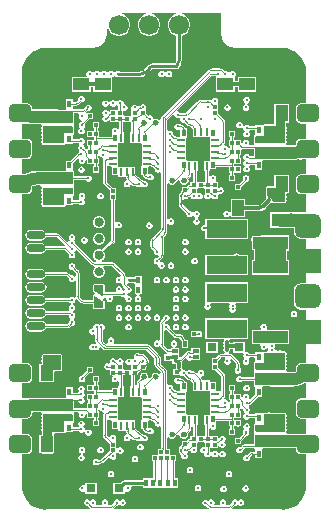
<source format=gbr>
G04*
G04 #@! TF.GenerationSoftware,Altium Limited,Altium Designer,24.8.2 (39)*
G04*
G04 Layer_Physical_Order=6*
G04 Layer_Color=16711680*
%FSLAX25Y25*%
%MOIN*%
G70*
G04*
G04 #@! TF.SameCoordinates,F5A21F31-771D-4283-B627-84B0D88358AA*
G04*
G04*
G04 #@! TF.FilePolarity,Positive*
G04*
G01*
G75*
%ADD13C,0.00787*%
%ADD18R,0.01575X0.02362*%
%ADD19R,0.02756X0.04134*%
%ADD24R,0.09843X0.01968*%
%ADD25R,0.09843X0.03937*%
%ADD31R,0.01575X0.02126*%
%ADD33R,0.03937X0.05315*%
%ADD72C,0.00984*%
%ADD73C,0.00394*%
%ADD74C,0.03937*%
%ADD76C,0.00984*%
%ADD80R,0.01276X0.01451*%
%ADD81R,0.01193X0.01276*%
%ADD82R,0.01451X0.01276*%
%ADD83R,0.01276X0.01193*%
%ADD86R,0.06693X0.06693*%
%ADD87C,0.06693*%
%ADD88C,0.15748*%
G04:AMPARAMS|DCode=89|XSize=86.61mil|YSize=78.74mil|CornerRadius=19.68mil|HoleSize=0mil|Usage=FLASHONLY|Rotation=0.000|XOffset=0mil|YOffset=0mil|HoleType=Round|Shape=RoundedRectangle|*
%AMROUNDEDRECTD89*
21,1,0.08661,0.03937,0,0,0.0*
21,1,0.04724,0.07874,0,0,0.0*
1,1,0.03937,0.02362,-0.01968*
1,1,0.03937,-0.02362,-0.01968*
1,1,0.03937,-0.02362,0.01968*
1,1,0.03937,0.02362,0.01968*
%
%ADD89ROUNDEDRECTD89*%
%ADD90R,0.08661X0.07874*%
G04:AMPARAMS|DCode=91|XSize=74.8mil|YSize=59.06mil|CornerRadius=14.76mil|HoleSize=0mil|Usage=FLASHONLY|Rotation=0.000|XOffset=0mil|YOffset=0mil|HoleType=Round|Shape=RoundedRectangle|*
%AMROUNDEDRECTD91*
21,1,0.07480,0.02953,0,0,0.0*
21,1,0.04528,0.05906,0,0,0.0*
1,1,0.02953,0.02264,-0.01476*
1,1,0.02953,-0.02264,-0.01476*
1,1,0.02953,-0.02264,0.01476*
1,1,0.02953,0.02264,0.01476*
%
%ADD91ROUNDEDRECTD91*%
%ADD93C,0.01181*%
%ADD94C,0.04331*%
%ADD95R,0.03150X0.02953*%
%ADD96R,0.05315X0.03937*%
%ADD97O,0.15748X0.07087*%
%ADD98R,0.03150X0.05906*%
%ADD99R,0.01968X0.05906*%
%ADD100O,0.06299X0.02756*%
%ADD101R,0.05118X0.06496*%
%ADD102R,0.02756X0.00984*%
%ADD103R,0.01339X0.01968*%
%ADD104R,0.00984X0.02756*%
%ADD105R,0.13780X0.06000*%
%ADD106R,0.01968X0.01181*%
%ADD107R,0.01181X0.01968*%
%AMCUSTOMSHAPE108*
4,1,4,0.01500,0.00000,-0.01500,0.02000,-0.01500,-0.02000,0.01500,-0.02000,0.01500,0.00000,0.0*%
%ADD108CUSTOMSHAPE108*%

%AMCUSTOMSHAPE109*
4,1,4,0.01500,0.02000,-0.01500,0.02000,-0.01500,0.00000,0.01500,-0.02000,0.01500,0.02000,0.0*%
%ADD109CUSTOMSHAPE109*%

%ADD110R,0.05421X0.04459*%
G36*
X70227Y162205D02*
X70241Y162171D01*
X70392Y161023D01*
X70848Y159921D01*
X71574Y158976D01*
X72520Y158250D01*
X73621Y157794D01*
X74769Y157643D01*
X74803Y157629D01*
X90551D01*
X90624Y157659D01*
X92124Y157511D01*
X93635Y157053D01*
X95029Y156308D01*
X96250Y155305D01*
X97253Y154084D01*
X97997Y152691D01*
X98456Y151179D01*
X98604Y149679D01*
X98573Y149606D01*
Y139210D01*
X96949D01*
X96219Y139065D01*
X95601Y138651D01*
X95187Y138033D01*
X95042Y137303D01*
Y134350D01*
X95187Y133621D01*
X95601Y133002D01*
X96219Y132589D01*
X96949Y132444D01*
X98573D01*
Y127399D01*
X96949D01*
X96219Y127254D01*
X95601Y126840D01*
X95187Y126222D01*
X95042Y125492D01*
X94903Y125163D01*
X92167D01*
X92123Y125249D01*
X91930Y125669D01*
Y125710D01*
X91962Y125787D01*
Y126003D01*
X92028Y126163D01*
Y126593D01*
X91962Y126753D01*
Y127184D01*
X92028Y127344D01*
Y127774D01*
X91962Y127934D01*
Y128366D01*
X92028Y128525D01*
Y128955D01*
X91962Y129115D01*
Y129547D01*
X92028Y129706D01*
Y130137D01*
X91962Y130296D01*
Y130728D01*
X92028Y130887D01*
Y131318D01*
X91962Y131477D01*
Y132776D01*
X92716D01*
Y138878D01*
X91839D01*
X91837Y138884D01*
X91535Y139009D01*
X88386D01*
X88085Y138884D01*
X88082Y138878D01*
X87992D01*
Y138661D01*
X87960Y138583D01*
Y132584D01*
X87617Y132185D01*
X87186D01*
X87027Y132119D01*
X86595D01*
X86436Y132185D01*
X86005D01*
X85846Y132119D01*
X85414D01*
X85255Y132185D01*
X84824D01*
X84665Y132119D01*
X84449D01*
X84148Y131994D01*
X83957Y131890D01*
X81595D01*
Y131545D01*
X79632D01*
X79353Y131823D01*
X78956Y131988D01*
X78525D01*
X78127Y131823D01*
X77948Y131645D01*
X77461Y131853D01*
Y132105D01*
X77296Y132503D01*
X76991Y132808D01*
X76593Y132972D01*
X76163D01*
X75765Y132808D01*
X75460Y132503D01*
X75295Y132105D01*
Y131674D01*
X75460Y131277D01*
X75765Y130972D01*
X76163Y130807D01*
X76593D01*
X76991Y130972D01*
X77170Y131150D01*
X77658Y130943D01*
Y130690D01*
X77822Y130292D01*
X77867Y130248D01*
X78083Y129921D01*
X77867Y129595D01*
X77822Y129550D01*
X77658Y129152D01*
Y128722D01*
X77822Y128324D01*
X78127Y128019D01*
X78525Y127854D01*
X78956D01*
X79353Y128019D01*
X79658Y128324D01*
X79823Y128722D01*
Y129152D01*
X79658Y129550D01*
X79614Y129595D01*
X79450Y129842D01*
X79712Y130266D01*
X81595D01*
Y128792D01*
X81300Y128425D01*
D01*
X81267Y128150D01*
X81267Y127930D01*
Y125787D01*
X81300Y125708D01*
Y125669D01*
X81103Y125251D01*
X81059Y125166D01*
X79909D01*
X79583Y125666D01*
X79626Y125769D01*
Y126200D01*
X79461Y126597D01*
X79157Y126902D01*
X78759Y127067D01*
X78328D01*
X77930Y126902D01*
X77626Y126597D01*
X77461Y126200D01*
Y126079D01*
X76981Y125822D01*
X76745Y126010D01*
Y127016D01*
X74491D01*
Y127905D01*
X74843D01*
Y129969D01*
X72862D01*
Y127905D01*
X73213D01*
Y127016D01*
X72862D01*
Y124953D01*
X73213D01*
Y124414D01*
X73159Y124360D01*
X72713Y124181D01*
X72485Y124362D01*
X72374Y124629D01*
X72070Y124934D01*
X71672Y125098D01*
X71566D01*
X71298Y125598D01*
X71377Y125716D01*
X71464Y126153D01*
X71505Y126253D01*
X71505Y132488D01*
X71505Y132977D01*
X71505Y132977D01*
X71505Y132977D01*
X71505D01*
X71464Y133078D01*
X71377Y133515D01*
X71140Y133868D01*
X71097Y133976D01*
X69142Y135968D01*
Y138949D01*
X69142Y138949D01*
X69070Y139449D01*
X69193Y139745D01*
Y140176D01*
X69028Y140574D01*
X68723Y140878D01*
X68326Y141043D01*
X67895D01*
X67497Y140878D01*
X67192Y140574D01*
X67119Y140396D01*
X66982Y140252D01*
X66673Y140163D01*
X66528Y140158D01*
X66354Y140274D01*
X65917Y140361D01*
X65816Y140403D01*
X63515D01*
X63415Y140361D01*
X62977Y140274D01*
X62609Y140028D01*
X62508Y139987D01*
X62508Y139987D01*
X62507Y139986D01*
X62155Y139634D01*
X58636Y136115D01*
X58532Y136072D01*
X56601D01*
X56322Y136351D01*
X55924Y136516D01*
X55843D01*
X55636Y137016D01*
X66807Y148187D01*
X66911Y148229D01*
X68348D01*
X68602Y147835D01*
Y143110D01*
X74705D01*
Y144469D01*
X75689D01*
Y143110D01*
X81791D01*
Y147835D01*
X75689D01*
Y146476D01*
X74705D01*
Y147835D01*
X74923Y148244D01*
X74934Y148255D01*
X75099Y148653D01*
Y149084D01*
X74934Y149482D01*
X74629Y149786D01*
X74231Y149951D01*
X73801D01*
X73403Y149786D01*
X73098Y149482D01*
X72571D01*
X72266Y149786D01*
X71868Y149951D01*
X71438D01*
X71400Y149935D01*
X70824Y150437D01*
X70690Y150482D01*
X70425Y150658D01*
X69988Y150745D01*
X69888Y150787D01*
X67009D01*
X66909Y150745D01*
X66472Y150658D01*
X66104Y150412D01*
X66003Y150371D01*
X66003Y150371D01*
X66002Y150370D01*
X65649Y150018D01*
X50565Y134934D01*
X50523Y134832D01*
X50277Y134463D01*
X50190Y134026D01*
X50148Y133926D01*
Y133887D01*
X49648Y133540D01*
X49496Y133595D01*
X49491Y133606D01*
X49354Y133743D01*
X49314Y133760D01*
X49289Y133796D01*
X49128Y133904D01*
X49085Y133912D01*
X49055Y133943D01*
X48875Y134017D01*
X48832D01*
X48795Y134042D01*
X48605Y134079D01*
X48562Y134071D01*
X48522Y134088D01*
X48425Y134088D01*
X48425Y134088D01*
X48425Y134088D01*
X48328D01*
X48288Y134071D01*
X48245Y134079D01*
X48055Y134042D01*
X48039Y134031D01*
X47905Y134058D01*
X47570Y134253D01*
X47517Y134325D01*
X47513Y134333D01*
X47374Y134668D01*
X47070Y134973D01*
X46672Y135138D01*
X46241D01*
X46133Y135093D01*
X45669Y135227D01*
X45660Y135231D01*
X45361Y135632D01*
X45314Y135659D01*
Y136858D01*
X45315Y136858D01*
X45085Y137358D01*
X45177Y137580D01*
Y138011D01*
X45012Y138409D01*
X44708Y138713D01*
X44310Y138878D01*
X43879D01*
X43481Y138713D01*
X43177Y138409D01*
X43115Y138261D01*
X43102Y138253D01*
X42875Y138208D01*
X42261Y138399D01*
X42256Y138409D01*
X41952Y138713D01*
X41554Y138878D01*
X41123D01*
X40725Y138713D01*
X40421Y138409D01*
X40256Y138011D01*
Y137580D01*
X40299Y137477D01*
X40307Y136981D01*
X40307Y136981D01*
X40307Y136981D01*
Y135455D01*
X40008Y135079D01*
X39840Y135079D01*
X37945D01*
X37646Y135455D01*
Y136625D01*
X37777Y136713D01*
X38208D01*
X38605Y136877D01*
X38910Y137182D01*
X39075Y137580D01*
Y138011D01*
X38910Y138409D01*
X38605Y138713D01*
X38208Y138878D01*
X38159D01*
X37765Y138946D01*
X37697Y139340D01*
Y139389D01*
X37532Y139787D01*
X37227Y140091D01*
X36830Y140256D01*
X36399D01*
X36001Y140091D01*
X35696Y139787D01*
X35172D01*
X34868Y140091D01*
X34470Y140256D01*
X34039D01*
X33641Y140091D01*
X33336Y139787D01*
X33237Y139548D01*
X32710D01*
X32611Y139787D01*
X32306Y140091D01*
X31908Y140256D01*
X31478D01*
X31080Y140091D01*
X30775Y139787D01*
X30610Y139389D01*
Y138958D01*
X30775Y138560D01*
X31080Y138255D01*
X31478Y138091D01*
X31908D01*
X32306Y138255D01*
X32611Y138560D01*
X32710Y138799D01*
X33237D01*
X33336Y138560D01*
X33641Y138255D01*
X34039Y138091D01*
X34470D01*
X34868Y138255D01*
X35172Y138560D01*
X35590D01*
X35975Y138175D01*
Y137241D01*
X35583Y136981D01*
X35283D01*
Y136981D01*
X33220D01*
Y136475D01*
X32753Y136392D01*
X32678Y136476D01*
X32611Y136637D01*
X32306Y136942D01*
X31908Y137106D01*
X31478D01*
X31080Y136942D01*
X30775Y136637D01*
X30610Y136239D01*
Y135808D01*
X30775Y135410D01*
X30819Y135366D01*
X31036Y135039D01*
X30819Y134713D01*
X30775Y134668D01*
X30610Y134271D01*
Y133840D01*
X30775Y133442D01*
X31080Y133137D01*
X31478Y132973D01*
X31908D01*
X32306Y133137D01*
X32611Y133442D01*
X32721Y133707D01*
X33220Y133607D01*
Y133098D01*
X35283D01*
Y133098D01*
X35583D01*
Y133098D01*
X36166D01*
Y130782D01*
X36108Y130747D01*
X35666Y130629D01*
X35456Y130839D01*
X35058Y131004D01*
X34627D01*
X34229Y130839D01*
X33925Y130535D01*
X33760Y130137D01*
Y129706D01*
X33925Y129308D01*
X33773Y128846D01*
X33773D01*
Y128107D01*
X29500D01*
Y129969D01*
X29149D01*
Y130858D01*
X29500D01*
Y132921D01*
X27520D01*
Y130858D01*
X27871D01*
Y129969D01*
X26947D01*
X26823Y130020D01*
X26393D01*
X26269Y129969D01*
X25618D01*
Y129375D01*
X25525Y129152D01*
Y128722D01*
X25618Y128499D01*
Y127905D01*
X26269D01*
X26393Y127854D01*
X26823D01*
X26947Y127905D01*
X27871D01*
Y127016D01*
X25618D01*
Y124953D01*
X25969D01*
Y124063D01*
X25618D01*
Y124025D01*
X25118Y123818D01*
X24705Y124231D01*
Y124625D01*
X24540Y125023D01*
X24385Y125178D01*
X24287Y125492D01*
X24385Y125806D01*
X24540Y125961D01*
X24705Y126359D01*
Y126790D01*
X24540Y127188D01*
X24235Y127493D01*
X23837Y127657D01*
X23407D01*
X23009Y127493D01*
X22730Y127214D01*
X20768D01*
Y128688D01*
X21062Y129055D01*
D01*
X21095Y129331D01*
X21095Y129550D01*
Y131693D01*
X21062Y131811D01*
D01*
X21059Y132311D01*
X21062Y132363D01*
X21062Y132497D01*
Y135858D01*
X22596D01*
X22717Y135698D01*
X22861Y135358D01*
X22736Y135058D01*
Y134627D01*
X22901Y134229D01*
X23206Y133925D01*
X23588Y133766D01*
X23744Y133437D01*
X23802Y133303D01*
X23604Y132972D01*
X23206Y132808D01*
X22901Y132503D01*
X22736Y132105D01*
Y131674D01*
X22901Y131277D01*
X23009Y130839D01*
X22704Y130535D01*
X22539Y130137D01*
Y129706D01*
X22704Y129308D01*
X23009Y129003D01*
X23407Y128839D01*
X23837D01*
X24235Y129003D01*
X24540Y129308D01*
X24705Y129706D01*
Y130137D01*
X24540Y130535D01*
X24432Y130972D01*
X24737Y131277D01*
X24902Y131674D01*
Y132105D01*
X24801Y132348D01*
X26264Y133811D01*
X27598D01*
Y135874D01*
X25528D01*
X25320Y136357D01*
X25738Y136726D01*
X25769Y136713D01*
X26200D01*
X26597Y136877D01*
X26902Y137182D01*
X27067Y137580D01*
Y138011D01*
X26902Y138409D01*
X26597Y138713D01*
X26200Y138878D01*
X25769D01*
X25371Y138713D01*
X25066Y138409D01*
X24902Y138011D01*
Y137693D01*
X24312Y137173D01*
X24308Y137164D01*
X24227Y137131D01*
X24214Y137136D01*
X21158D01*
X20768Y137402D01*
X20768Y137636D01*
Y138337D01*
X21819D01*
X21920Y138379D01*
X22357Y138466D01*
X22725Y138712D01*
X22827Y138754D01*
X23542Y139469D01*
X23837D01*
X24235Y139633D01*
X24540Y139938D01*
X24705Y140336D01*
Y140767D01*
X24540Y141165D01*
X24235Y141469D01*
X23837Y141634D01*
X23407D01*
X23009Y141469D01*
X22704Y141165D01*
X22539Y140767D01*
Y140336D01*
X22557Y140292D01*
X21923Y139658D01*
X21819Y139616D01*
X20768D01*
Y140551D01*
X18405D01*
Y137588D01*
X18405Y137402D01*
X18035Y137088D01*
X15980D01*
X15747Y137134D01*
X7953D01*
X7845Y137112D01*
X7738Y137138D01*
X7320Y137155D01*
Y137303D01*
X7175Y138033D01*
X6762Y138651D01*
X6143Y139065D01*
X5413Y139210D01*
X3789D01*
Y149606D01*
X3759Y149679D01*
X3906Y151179D01*
X4365Y152691D01*
X5110Y154084D01*
X6112Y155305D01*
X7333Y156308D01*
X8727Y157053D01*
X10239Y157511D01*
X11738Y157659D01*
X11811Y157629D01*
X27559D01*
X27593Y157643D01*
X28741Y157794D01*
X29842Y158250D01*
X30788Y158976D01*
X31514Y159921D01*
X31970Y161023D01*
X32121Y162171D01*
X32135Y162205D01*
Y164071D01*
X32635Y164137D01*
X32696Y163911D01*
X33188Y163058D01*
X33885Y162362D01*
X34738Y161869D01*
X35689Y161614D01*
X36674D01*
X37625Y161869D01*
X38478Y162362D01*
X39174Y163058D01*
X39666Y163911D01*
X39921Y164862D01*
Y165847D01*
X39666Y166798D01*
X39174Y167651D01*
X38478Y168347D01*
X37625Y168840D01*
X37252Y168939D01*
X37318Y169439D01*
X45045D01*
X45110Y168939D01*
X44737Y168840D01*
X43885Y168347D01*
X43188Y167651D01*
X42696Y166798D01*
X42441Y165847D01*
Y164862D01*
X42696Y163911D01*
X43188Y163058D01*
X43885Y162362D01*
X44737Y161869D01*
X45689Y161614D01*
X46674D01*
X47625Y161869D01*
X48478Y162362D01*
X49174Y163058D01*
X49666Y163911D01*
X49921Y164862D01*
Y165847D01*
X49666Y166798D01*
X49174Y167651D01*
X48478Y168347D01*
X47625Y168840D01*
X47252Y168939D01*
X47318Y169439D01*
X55045D01*
X55110Y168939D01*
X54738Y168840D01*
X53885Y168347D01*
X53188Y167651D01*
X52696Y166798D01*
X52441Y165847D01*
Y164862D01*
X52696Y163911D01*
X53188Y163058D01*
X53885Y162362D01*
X54738Y161869D01*
X55278Y161724D01*
Y153453D01*
X55265D01*
X55185Y153050D01*
X54959Y152711D01*
X54543Y152508D01*
X54505Y152493D01*
X54490Y152478D01*
X47641D01*
Y152485D01*
X46896Y152387D01*
X46202Y152100D01*
X45611Y151647D01*
X45614Y151644D01*
X45614Y151640D01*
X45614Y151640D01*
X44394Y150420D01*
X44046Y150091D01*
X43645Y149852D01*
X43304Y149784D01*
Y149771D01*
X36455D01*
X36440Y149786D01*
X36042Y149951D01*
X35612D01*
X35214Y149786D01*
X34909Y149482D01*
X34383D01*
X34078Y149786D01*
X33680Y149951D01*
X33250D01*
X32852Y149786D01*
X32547Y149482D01*
X32020D01*
X31715Y149786D01*
X31317Y149951D01*
X30887D01*
X30489Y149786D01*
X30184Y149482D01*
X29659D01*
X29354Y149786D01*
X28956Y149951D01*
X28526D01*
X28128Y149786D01*
X27823Y149482D01*
X27296D01*
X26991Y149786D01*
X26593Y149951D01*
X26163D01*
X25765Y149786D01*
X25460Y149482D01*
X25295Y149084D01*
Y148653D01*
X25427Y148335D01*
X25304Y148025D01*
X25173Y147835D01*
X20571D01*
Y143110D01*
X26673D01*
Y144469D01*
X27657D01*
Y143110D01*
X33760D01*
Y147819D01*
X34078Y147950D01*
X34383Y148255D01*
X34909D01*
X35214Y147950D01*
X35612Y147786D01*
X36042D01*
X36440Y147950D01*
X36455Y147965D01*
X43304D01*
Y147958D01*
X44049Y148056D01*
X44743Y148344D01*
X45334Y148796D01*
X45331Y148800D01*
X45331Y148803D01*
X46551Y150023D01*
X46899Y150352D01*
X47300Y150591D01*
X47641Y150659D01*
Y150672D01*
X54490D01*
X54505Y150657D01*
X54903Y150492D01*
X55334D01*
X55731Y150657D01*
X56036Y150961D01*
X56054Y151006D01*
X56253Y151423D01*
Y151423D01*
X56706Y152014D01*
X56993Y152708D01*
X57091Y153453D01*
X57084D01*
Y161724D01*
X57625Y161869D01*
X58478Y162362D01*
X59174Y163058D01*
X59666Y163911D01*
X59921Y164862D01*
Y165847D01*
X59666Y166798D01*
X59174Y167651D01*
X58478Y168347D01*
X57625Y168840D01*
X57252Y168939D01*
X57318Y169439D01*
X70227D01*
Y162205D01*
D02*
G37*
G36*
X39603Y133098D02*
X40008Y133098D01*
X40103Y132637D01*
Y129527D01*
X39856D01*
Y125984D01*
X41628D01*
Y125984D01*
X41824D01*
Y125984D01*
X43247D01*
X43615Y125906D01*
X43707Y125530D01*
X43707Y124115D01*
X43707Y123615D01*
Y122449D01*
X43707Y122146D01*
X43707D01*
Y121949D01*
X43707D01*
Y120481D01*
X43707Y120177D01*
X43707D01*
Y119981D01*
X43707D01*
Y118467D01*
X43616Y118005D01*
X43616Y117746D01*
Y115249D01*
X44114D01*
X44177Y114929D01*
X44423Y114561D01*
X44465Y114460D01*
X44465Y114460D01*
X44465Y114459D01*
X44466D01*
X44466Y114459D01*
X44570Y114355D01*
X44576Y114348D01*
X44673Y114308D01*
X45050Y114056D01*
X45487Y113969D01*
X45588Y113928D01*
X45762D01*
X46040Y113649D01*
X46438Y113484D01*
X46869D01*
X47267Y113649D01*
X47571Y113954D01*
X47736Y114352D01*
Y114782D01*
X47571Y115180D01*
X47267Y115485D01*
X46869Y115650D01*
X46438D01*
X46242Y115568D01*
X45772Y115824D01*
X45742Y115861D01*
X45742Y118005D01*
X46158Y118209D01*
X46386D01*
X47490Y117933D01*
X47490Y117933D01*
X47551Y117908D01*
X47557Y117895D01*
X48164Y117298D01*
Y116915D01*
X48328Y116517D01*
X48633Y116212D01*
X49031Y116048D01*
X49462D01*
X49648Y116125D01*
X50148Y115848D01*
Y97373D01*
X50154Y97360D01*
X50118Y97275D01*
X50106Y97270D01*
X47022Y94186D01*
X46979Y94084D01*
X46733Y93715D01*
X46647Y93278D01*
X46605Y93178D01*
Y91717D01*
X46647Y91616D01*
X46733Y91179D01*
X46979Y90811D01*
X47022Y90709D01*
X47741Y89990D01*
X47736Y89979D01*
Y89548D01*
X47901Y89151D01*
X48206Y88846D01*
X48603Y88681D01*
X49034D01*
X49401Y88292D01*
X49426Y88177D01*
X48946Y87697D01*
X48603D01*
X48206Y87532D01*
X47901Y87227D01*
X47736Y86830D01*
Y86399D01*
X47901Y86001D01*
X48206Y85696D01*
X48603Y85532D01*
X48884D01*
X49143Y85364D01*
X49311Y85105D01*
Y84824D01*
X49476Y84426D01*
X49780Y84122D01*
X50178Y83957D01*
X50609D01*
X51007Y84122D01*
X51311Y84426D01*
X51476Y84824D01*
Y85255D01*
X51311Y85653D01*
X51007Y85957D01*
X50609Y86122D01*
X50328D01*
X50069Y86290D01*
X49902Y86549D01*
Y86830D01*
X49897Y86840D01*
X50616Y87559D01*
X50658Y87660D01*
X50904Y88029D01*
X50991Y88466D01*
X51033Y88567D01*
Y94556D01*
X51075Y94659D01*
X51445Y95029D01*
X51797Y95381D01*
X51798Y95382D01*
X51798Y95382D01*
X51839Y95483D01*
X52085Y95851D01*
X52172Y96289D01*
X52214Y96389D01*
Y98948D01*
X52297Y98997D01*
X52714Y99101D01*
X52930Y98885D01*
X53328Y98721D01*
X53759D01*
X54157Y98885D01*
X54461Y99190D01*
X54626Y99588D01*
Y100019D01*
X54461Y100416D01*
X54157Y100721D01*
X53759Y100886D01*
X53328D01*
X52930Y100721D01*
X52714Y100505D01*
X52297Y100609D01*
X52214Y100658D01*
Y112176D01*
X52714Y112522D01*
X52867Y112468D01*
X52871Y112457D01*
X53008Y112320D01*
X53049Y112303D01*
X53073Y112267D01*
X53234Y112159D01*
X53277Y112151D01*
X53308Y112120D01*
X53487Y112046D01*
X53531D01*
X53567Y112022D01*
X53757Y111984D01*
X53800Y111992D01*
X53840Y111975D01*
X54034D01*
X54074Y111992D01*
X54117Y111984D01*
X54307Y112022D01*
X54343Y112046D01*
X54387D01*
X54566Y112120D01*
X54597Y112151D01*
X54640Y112159D01*
X54801Y112267D01*
X54825Y112303D01*
X54866Y112320D01*
X55003Y112457D01*
X55020Y112497D01*
X55056Y112522D01*
X55164Y112683D01*
X55172Y112726D01*
X55203Y112757D01*
X55277Y112936D01*
Y112979D01*
X55301Y113016D01*
X55313Y113075D01*
X55314Y113075D01*
X55315Y113076D01*
X55328Y113102D01*
X55356Y113113D01*
X55356Y113114D01*
X55357Y113114D01*
X56000Y113758D01*
X56044Y113740D01*
X56181Y113656D01*
X56464Y113386D01*
Y113289D01*
X56480Y113249D01*
X56472Y113206D01*
X56510Y113016D01*
X56534Y112979D01*
Y112936D01*
X56608Y112757D01*
X56639Y112726D01*
X56647Y112683D01*
X56755Y112522D01*
X56792Y112497D01*
X56808Y112457D01*
X56945Y112320D01*
X56986Y112303D01*
X57010Y112267D01*
X57171Y112159D01*
X57214Y112151D01*
X57245Y112120D01*
X57424Y112046D01*
X57468D01*
X57504Y112022D01*
X57694Y111984D01*
X57737Y111992D01*
X57777Y111975D01*
X57971D01*
X58011Y111992D01*
X58054Y111984D01*
X58244Y112022D01*
X58280Y112046D01*
X58324D01*
X58503Y112120D01*
X58534Y112151D01*
X58577Y112159D01*
X58738Y112267D01*
X58763Y112303D01*
X58803Y112320D01*
X58940Y112457D01*
X58957Y112497D01*
X58993Y112522D01*
X59101Y112683D01*
X59102Y112689D01*
X59186Y112773D01*
X59350Y113171D01*
Y113601D01*
X59246Y113854D01*
X59874Y114482D01*
X59875Y114483D01*
X59875Y114483D01*
X59917Y114584D01*
X60163Y114952D01*
X60250Y115389D01*
X60291Y115490D01*
Y116082D01*
X60636Y116281D01*
X60981Y116082D01*
Y112965D01*
X59992D01*
Y112188D01*
X59955Y112172D01*
X59518Y112085D01*
X59279Y111925D01*
X59142Y111883D01*
X58405Y111268D01*
X57048D01*
Y110109D01*
X57033Y110094D01*
X56990Y109992D01*
X56956Y109940D01*
X56848Y109866D01*
X56698Y109636D01*
X56695Y109622D01*
X56684Y109613D01*
X56270Y108951D01*
X56251Y108836D01*
X56182Y108733D01*
X56095Y108296D01*
X56054Y108195D01*
Y105641D01*
X56095Y105541D01*
X56182Y105103D01*
X56430Y104733D01*
X56472Y104632D01*
X58563Y102541D01*
Y102147D01*
X58728Y101749D01*
X59032Y101444D01*
X59430Y101279D01*
X59861D01*
X60259Y101444D01*
X60563Y101749D01*
X61090D01*
X61394Y101444D01*
X61628Y101348D01*
Y100818D01*
X61394Y100721D01*
X61090Y100417D01*
X60925Y100019D01*
Y99588D01*
X61090Y99190D01*
X61394Y98885D01*
X61792Y98721D01*
X62223D01*
X62621Y98885D01*
X62926Y99190D01*
X63090Y99588D01*
Y100019D01*
X62926Y100417D01*
X62621Y100721D01*
X62388Y100818D01*
Y101348D01*
X62621Y101444D01*
X62926Y101749D01*
X63090Y102147D01*
Y102578D01*
X62926Y102975D01*
X62621Y103280D01*
X62223Y103445D01*
X61792D01*
X61394Y103280D01*
X61090Y102975D01*
X60563D01*
X60259Y103280D01*
X59861Y103445D01*
X59467D01*
X57729Y105183D01*
X57376Y105536D01*
X57376Y105536D01*
X57332Y106018D01*
Y106983D01*
X57389Y107048D01*
X57832Y107276D01*
X58052Y107185D01*
X58483D01*
X58881Y107350D01*
X59186Y107654D01*
X59264Y107845D01*
X59392Y107870D01*
X59479Y107929D01*
X60030Y107790D01*
X60080Y107717D01*
X60106Y107654D01*
X60410Y107350D01*
X60808Y107185D01*
X61239D01*
X61637Y107350D01*
X61681Y107394D01*
X62008Y107610D01*
X62335Y107394D01*
X62379Y107350D01*
X62777Y107185D01*
X63208D01*
X63605Y107350D01*
X63910Y107654D01*
X64075Y108052D01*
Y108483D01*
X63910Y108881D01*
X63605Y109186D01*
X63208Y109350D01*
X62777D01*
X62555Y109259D01*
X62114Y109485D01*
X62055Y109552D01*
Y110608D01*
X62354Y110984D01*
X62555Y110984D01*
X64417D01*
X64717Y110608D01*
Y109082D01*
X64717Y109082D01*
X64717D01*
X64708Y108586D01*
X64665Y108483D01*
Y108052D01*
X64830Y107654D01*
X65135Y107350D01*
X65533Y107185D01*
X65963D01*
X66361Y107350D01*
X66666Y107654D01*
X67192D01*
X67497Y107350D01*
X67895Y107185D01*
X68326D01*
X68723Y107350D01*
X69028Y107654D01*
X69193Y108052D01*
Y108483D01*
X69150Y108586D01*
X69150Y108618D01*
X69613Y109055D01*
X69630Y109053D01*
X69863Y108957D01*
X70294D01*
X70692Y109122D01*
X70997Y109426D01*
X71161Y109824D01*
Y110255D01*
X70997Y110653D01*
X70692Y110957D01*
X70294Y111122D01*
X69863D01*
X69642Y111030D01*
X69201Y111257D01*
X69142Y111323D01*
Y112965D01*
X68550D01*
X68343Y113465D01*
X68437Y113560D01*
X68602Y113958D01*
Y114389D01*
X68437Y114787D01*
X68133Y115091D01*
X67735Y115256D01*
X67304D01*
X66906Y115091D01*
X66696Y114881D01*
X66254Y114999D01*
X66196Y115034D01*
Y116536D01*
X66443D01*
Y116726D01*
X66463Y117217D01*
X66943Y117217D01*
X68589D01*
Y117956D01*
X72862D01*
Y116095D01*
X73213D01*
Y115205D01*
X72862D01*
Y113142D01*
X74843D01*
Y115205D01*
X74491D01*
Y116095D01*
X75415D01*
X75539Y116043D01*
X75969D01*
X76093Y116095D01*
X76745D01*
Y116688D01*
X76837Y116911D01*
Y117341D01*
X76745Y117564D01*
Y118157D01*
X76093D01*
X75969Y118209D01*
X75539D01*
X75415Y118157D01*
X74491D01*
Y119047D01*
X76745D01*
Y121110D01*
X76393D01*
Y122000D01*
X76745D01*
Y122593D01*
X76837Y122816D01*
Y123247D01*
X76745Y123470D01*
Y123595D01*
X76777Y123650D01*
X77245Y123966D01*
X77432Y123929D01*
X77533Y123887D01*
X81300D01*
Y121623D01*
X79762D01*
X79658Y121873D01*
X79353Y122178D01*
X78956Y122343D01*
X78525D01*
X78127Y122178D01*
X77822Y121873D01*
X77658Y121475D01*
Y121045D01*
X77822Y120647D01*
X77867Y120602D01*
X78083Y120276D01*
X77867Y119949D01*
X77822Y119905D01*
X77658Y119507D01*
Y119076D01*
X77822Y118678D01*
X77867Y118634D01*
X78083Y118307D01*
X77867Y117980D01*
X77822Y117936D01*
X77658Y117538D01*
Y117107D01*
X77822Y116709D01*
X78127Y116405D01*
X78525Y116240D01*
X78956D01*
X79353Y116405D01*
X79658Y116709D01*
X79823Y117107D01*
Y117538D01*
X79658Y117936D01*
X79614Y117980D01*
X79450Y118228D01*
X79712Y118652D01*
X81595D01*
Y116929D01*
X83957D01*
Y119882D01*
X84038Y120134D01*
X84347Y120344D01*
X84380D01*
X84498Y120393D01*
X86382D01*
X86615Y120346D01*
X86615Y120346D01*
X94903D01*
Y120343D01*
X96060Y120457D01*
X96306Y120443D01*
X97677Y120633D01*
X98573D01*
Y115588D01*
X96949D01*
X96219Y115443D01*
X95601Y115029D01*
X95187Y114411D01*
X95042Y113681D01*
Y110728D01*
X95187Y109999D01*
X95601Y109380D01*
X96219Y108967D01*
X96949Y108822D01*
X98573D01*
Y102802D01*
X96850D01*
X96786Y102789D01*
X93706Y102903D01*
X93634Y102896D01*
X93522Y102905D01*
X93498Y102909D01*
X93419Y102910D01*
X93395Y102908D01*
X93371Y102911D01*
X92868D01*
Y103017D01*
X86659D01*
Y97771D01*
X89970D01*
X90008Y97766D01*
X90159Y97768D01*
X90309Y97749D01*
X92903D01*
X93402Y97739D01*
X93515Y97728D01*
X93515Y97744D01*
X94442Y97710D01*
Y96457D01*
X94625Y95535D01*
X95147Y94754D01*
X95929Y94231D01*
X96850Y94048D01*
X98573D01*
Y79180D01*
X96850D01*
X95929Y78997D01*
X95147Y78475D01*
X94625Y77693D01*
X94442Y76772D01*
Y72835D01*
X94625Y71913D01*
X95147Y71132D01*
X95929Y70609D01*
X96850Y70426D01*
X98573D01*
Y52596D01*
X96949D01*
X96219Y52451D01*
X95601Y52037D01*
X95187Y51419D01*
X95042Y50689D01*
Y49771D01*
X94911Y49717D01*
X93617Y49547D01*
X93485Y49573D01*
X92389D01*
X91929Y50073D01*
X91930Y50078D01*
D01*
X91962Y50394D01*
Y50610D01*
X92028Y50769D01*
Y51200D01*
X91962Y51359D01*
Y51791D01*
X92028Y51950D01*
Y52381D01*
X91962Y52540D01*
Y52972D01*
X92028Y53131D01*
Y53562D01*
X91962Y53721D01*
Y54153D01*
X92028Y54312D01*
Y54743D01*
X91962Y54902D01*
Y55334D01*
X92028Y55493D01*
Y55924D01*
X91863Y56322D01*
X91558Y56626D01*
X91160Y56791D01*
X90729D01*
X90354Y56636D01*
X89979Y56791D01*
X89548D01*
X89173Y56636D01*
X88798Y56791D01*
X88553D01*
X88344Y56827D01*
X88091Y57218D01*
Y57302D01*
X87935Y57677D01*
X88091Y58052D01*
Y58483D01*
X88310Y58812D01*
X89764D01*
X89996Y58858D01*
X92815D01*
Y63583D01*
X89996D01*
X89764Y63629D01*
X85699D01*
X85631Y63689D01*
X85406Y64129D01*
X85498Y64352D01*
Y64782D01*
X85333Y65180D01*
X85029Y65485D01*
X84631Y65650D01*
X84200D01*
X83802Y65485D01*
X83498Y65180D01*
X83333Y64782D01*
Y64352D01*
X83431Y64115D01*
X83432Y64099D01*
X83284Y63718D01*
X83162Y63583D01*
X80413D01*
Y58858D01*
X83062D01*
X83312Y58575D01*
X83382Y58325D01*
X83366Y58286D01*
Y57855D01*
X83531Y57458D01*
X83836Y57153D01*
X84233Y56988D01*
X84664D01*
X85062Y57153D01*
X85293Y57384D01*
X85568Y57469D01*
X85808Y57483D01*
X85902Y57444D01*
X85937Y57330D01*
X85925Y57302D01*
Y56871D01*
X85965Y56775D01*
X85607Y56626D01*
X85312Y56332D01*
X84449D01*
X84444Y56330D01*
X83957Y56299D01*
X83644Y56299D01*
X81595D01*
Y55757D01*
X79632D01*
X79353Y56036D01*
X78956Y56201D01*
X78525D01*
X78238Y56392D01*
Y59744D01*
X74301D01*
Y59271D01*
X73130D01*
Y59664D01*
X72965Y60062D01*
X72842Y60185D01*
X73049Y60685D01*
X79331D01*
Y67472D01*
X64764D01*
Y60685D01*
X71045D01*
X71252Y60185D01*
X71129Y60062D01*
X70964Y59664D01*
Y59233D01*
X71044Y59042D01*
Y58674D01*
X70964Y58483D01*
Y58052D01*
X71044Y57861D01*
Y57493D01*
X70964Y57302D01*
Y56871D01*
X71129Y56473D01*
X71345Y56257D01*
X71241Y55840D01*
X71192Y55757D01*
X70404D01*
X70304Y55716D01*
X69867Y55629D01*
X69575Y55434D01*
X69446Y55388D01*
X68251Y54304D01*
X67079D01*
Y50421D01*
X68235D01*
X70184Y48435D01*
X70197Y48430D01*
X70232Y48344D01*
X70227Y48331D01*
X70227Y43650D01*
X69727Y43208D01*
X69004D01*
X68589Y43413D01*
X68589Y43708D01*
Y46169D01*
X66463Y46169D01*
X66443Y46660D01*
Y46850D01*
X64975D01*
X64671Y46850D01*
X63805Y46850D01*
X63673Y47376D01*
X63608Y47464D01*
X63587Y47568D01*
X63546Y47630D01*
X63798Y48129D01*
X63810Y48135D01*
X64196Y48295D01*
X64500Y48599D01*
X64665Y48997D01*
Y49428D01*
X64500Y49826D01*
X64196Y50130D01*
X63798Y50295D01*
X63367D01*
X62969Y50130D01*
X62665Y49826D01*
X62534Y49510D01*
X62365Y49438D01*
X61903Y49434D01*
X61507Y49673D01*
X61432Y49723D01*
X60995Y49810D01*
X60894Y49852D01*
X60538D01*
X60259Y50130D01*
X59861Y50295D01*
X59430D01*
X59032Y50130D01*
X58988Y50086D01*
X58661Y49870D01*
X58335Y50086D01*
X58290Y50130D01*
X57893Y50295D01*
X57485D01*
X57370Y50534D01*
X57284Y50757D01*
Y53230D01*
X58298Y54244D01*
X58851Y54091D01*
X58925Y53914D01*
X59229Y53610D01*
X59627Y53445D01*
X60058D01*
X60311Y53550D01*
X60320Y53544D01*
Y53544D01*
X63076D01*
Y57480D01*
X60320D01*
Y56741D01*
X59578D01*
X59477Y56700D01*
X59040Y56613D01*
X58672Y56367D01*
X58571Y56325D01*
X58571Y56325D01*
X58570Y56324D01*
X58218Y55972D01*
X56716Y54470D01*
X56216Y54677D01*
Y57480D01*
X54761D01*
X54743Y57972D01*
X54797Y57995D01*
X55141Y58137D01*
X55445Y58442D01*
X55610Y58840D01*
Y59271D01*
X55445Y59668D01*
X55141Y59973D01*
X54743Y60138D01*
X54312D01*
X53914Y59973D01*
X53610Y59668D01*
X53445Y59271D01*
Y58840D01*
X53610Y58442D01*
X53914Y58137D01*
X54259Y57995D01*
X54312Y57972D01*
X54294Y57480D01*
X53460D01*
Y57135D01*
X52688D01*
X52675Y57130D01*
X52590Y57165D01*
X52584Y57178D01*
X51075Y58687D01*
X51033Y58791D01*
Y63283D01*
X51090Y63348D01*
X51533Y63576D01*
X51753Y63484D01*
X52147D01*
X54238Y61394D01*
X54337Y61353D01*
X54710Y61104D01*
X55147Y61017D01*
X55247Y60975D01*
X56236Y60975D01*
X56647Y60744D01*
X56647Y60744D01*
X56648Y60744D01*
X57284Y59473D01*
Y57556D01*
X59252D01*
Y60312D01*
X58293D01*
X57791Y61316D01*
X57524Y61687D01*
X57524Y61687D01*
X57376Y61835D01*
X57376Y61835D01*
X57275Y61877D01*
X57140Y61967D01*
X56904Y62125D01*
X56467Y62212D01*
X56367Y62253D01*
Y62253D01*
X56367Y62253D01*
X55625Y62253D01*
X55202Y62291D01*
X54876Y62564D01*
X53051Y64388D01*
Y64782D01*
X52886Y65180D01*
X52582Y65485D01*
X52184Y65650D01*
X51753D01*
X51384Y66038D01*
X51357Y66163D01*
X51812Y66634D01*
X52184D01*
X52582Y66799D01*
X52886Y67103D01*
X53051Y67501D01*
Y67932D01*
X52886Y68330D01*
X52582Y68634D01*
X52184Y68799D01*
X51753D01*
X51355Y68634D01*
X51051Y68330D01*
X50886Y67932D01*
Y67516D01*
X50155Y66759D01*
X50110Y66645D01*
X49883Y66305D01*
X49796Y65868D01*
X49755Y65768D01*
Y60339D01*
X49697Y60275D01*
X49255Y60047D01*
X49034Y60138D01*
X48603D01*
X48206Y59973D01*
X47901Y59668D01*
X47736Y59271D01*
Y58840D01*
X47901Y58442D01*
X48206Y58137D01*
X48603Y57973D01*
X49034D01*
X49411Y58128D01*
X49446Y58138D01*
X50032Y58030D01*
X50129Y57885D01*
X50171Y57783D01*
X51681Y56274D01*
X51783Y56231D01*
X52061Y56045D01*
X52004Y55612D01*
X51978Y55545D01*
X51331D01*
Y53307D01*
X53394D01*
Y53307D01*
X53839Y53175D01*
Y53131D01*
X54003Y52733D01*
X54308Y52429D01*
X54706Y52264D01*
X55137D01*
X55305Y51828D01*
X55285Y51499D01*
X55207Y51104D01*
X55219Y51099D01*
X55030Y50638D01*
X54292D01*
Y48575D01*
X56530Y48575D01*
X56958Y48401D01*
X57064Y48295D01*
X57462Y48130D01*
X57856D01*
X58767Y47219D01*
X58869Y47176D01*
X59237Y46930D01*
X59360Y46906D01*
X59723Y46823D01*
X59775Y46802D01*
X59793D01*
X59817Y46802D01*
X59817Y46802D01*
X60189Y46492D01*
X60734Y45946D01*
Y43307D01*
X62506D01*
Y43307D01*
X62703D01*
Y43307D01*
X64171D01*
X64475Y43307D01*
X64975Y43307D01*
X66082D01*
X66460Y43226D01*
X66541Y42848D01*
Y41437D01*
X66541D01*
Y41240D01*
X66541D01*
Y39771D01*
X66541Y39469D01*
X66541Y38969D01*
Y37802D01*
X66541Y37500D01*
X66541D01*
Y37302D01*
X66541D01*
Y35892D01*
X66460Y35513D01*
X66082Y35433D01*
X64671D01*
Y31890D01*
X64918D01*
Y28736D01*
X64717Y28319D01*
X64417D01*
Y28319D01*
X62759D01*
X62354Y28319D01*
X62259Y28780D01*
Y31890D01*
X62506D01*
Y35433D01*
X61038D01*
X60734Y35433D01*
X60234Y35433D01*
X59115D01*
X58747Y35511D01*
X58656Y35888D01*
X58656Y37302D01*
X58656Y37802D01*
Y38969D01*
X58656Y39271D01*
X58656D01*
Y39469D01*
X58656D01*
Y40937D01*
X58656Y41240D01*
X58656D01*
Y41437D01*
X58656D01*
Y42950D01*
X58746Y43413D01*
X58746Y43671D01*
Y46169D01*
X58249D01*
X58185Y46488D01*
X57938Y46857D01*
X57897Y46959D01*
X57897Y46959D01*
Y46959D01*
X57783Y47072D01*
X57783Y47072D01*
X57683Y47113D01*
X57312Y47361D01*
X56875Y47448D01*
X56774Y47490D01*
Y47490D01*
X56774Y47490D01*
X56601D01*
X56322Y47768D01*
X55924Y47933D01*
X55493D01*
X55095Y47768D01*
X54791Y47464D01*
X54626Y47066D01*
Y46635D01*
X54791Y46237D01*
X55095Y45932D01*
X55493Y45768D01*
X55924D01*
X56120Y45849D01*
X56590Y45593D01*
X56620Y45556D01*
X56620Y43413D01*
X56204Y43208D01*
X55976D01*
X55342Y43367D01*
X54859Y43488D01*
X54857Y43488D01*
X54514Y43801D01*
X54203Y44112D01*
Y44506D01*
X54038Y44904D01*
X53733Y45209D01*
X53335Y45374D01*
X52905D01*
X52714Y45295D01*
X52214Y45570D01*
Y49185D01*
X52214Y49674D01*
X52214Y49674D01*
X52214Y49674D01*
X52214D01*
X52172Y49774D01*
X52085Y50212D01*
X51838Y50582D01*
X51796Y50683D01*
X51796Y50683D01*
X51796Y50683D01*
X50090Y52389D01*
X50078Y52394D01*
X50043Y52478D01*
X50049Y52491D01*
Y54398D01*
X50007Y54499D01*
X49920Y54936D01*
X49672Y55306D01*
X49631Y55407D01*
X49631Y55407D01*
X49631Y55407D01*
X49631Y55407D01*
X49286Y55752D01*
X46550Y58488D01*
X46450Y58529D01*
X46078Y58778D01*
X45641Y58865D01*
X45540Y58907D01*
X34570D01*
X34363Y59407D01*
X34382Y59426D01*
X34547Y59824D01*
Y60255D01*
X34382Y60653D01*
X34078Y60957D01*
X33680Y61122D01*
X33249D01*
X32851Y60957D01*
X32547Y60653D01*
X32382Y60255D01*
Y59824D01*
X32485Y59576D01*
X32288Y59110D01*
X32235Y59044D01*
X32034Y58976D01*
X31897Y58968D01*
X30997Y59868D01*
X30954Y59972D01*
Y63675D01*
X31233Y63954D01*
X31398Y64352D01*
Y64782D01*
X31233Y65180D01*
X30928Y65485D01*
X30530Y65650D01*
X30100D01*
X29702Y65485D01*
X29528Y65311D01*
X29353Y65485D01*
X28956Y65650D01*
X28525D01*
X28127Y65485D01*
X27822Y65180D01*
X27657Y64782D01*
Y64734D01*
X27589Y64340D01*
X27196Y64272D01*
X27147D01*
X26749Y64107D01*
X26444Y63802D01*
X26280Y63404D01*
Y62974D01*
X26444Y62576D01*
X26749Y62271D01*
X27147Y62106D01*
X27578D01*
X27601Y62116D01*
X28101Y61782D01*
Y60433D01*
X28143Y60332D01*
X28230Y59895D01*
X28476Y59527D01*
X28518Y59425D01*
X28363Y59044D01*
X27867Y58837D01*
X27578Y58957D01*
X27147D01*
X26749Y58792D01*
X26444Y58487D01*
X26280Y58089D01*
Y57659D01*
X26444Y57261D01*
X26749Y56956D01*
X27147Y56791D01*
X27578D01*
X27953Y56947D01*
X28328Y56791D01*
X28759D01*
X29157Y56956D01*
X29461Y57261D01*
X29626Y57659D01*
X30126Y57817D01*
X30685Y57258D01*
X30786Y57216D01*
X31155Y56970D01*
X31592Y56883D01*
X31693Y56841D01*
X45214D01*
X45319Y56798D01*
X47939Y54177D01*
X47983Y54072D01*
Y52165D01*
X48024Y52065D01*
X48111Y51628D01*
X48355Y51263D01*
X48398Y51159D01*
X50105Y49452D01*
X50148Y49348D01*
Y49242D01*
X49648Y48895D01*
X49496Y48949D01*
X49491Y48960D01*
X49354Y49097D01*
X49314Y49114D01*
X49289Y49150D01*
X49128Y49258D01*
X49085Y49267D01*
X49055Y49297D01*
X48875Y49372D01*
X48832D01*
X48795Y49396D01*
X48605Y49434D01*
X48562Y49425D01*
X48522Y49442D01*
X48425Y49442D01*
X48425Y49442D01*
X48425Y49442D01*
X48328D01*
X48288Y49425D01*
X48245Y49434D01*
X48055Y49396D01*
X48019Y49372D01*
X47975D01*
X47796Y49297D01*
X47765Y49267D01*
X47722Y49258D01*
X47561Y49150D01*
X47537Y49114D01*
X47496Y49097D01*
X47359Y48960D01*
X47343Y48920D01*
X47306Y48896D01*
X47199Y48735D01*
X47190Y48692D01*
X47159Y48661D01*
X47085Y48482D01*
Y48438D01*
X47061Y48402D01*
X47045Y48319D01*
X47006Y48303D01*
X46362Y47660D01*
X46318Y47677D01*
X45899Y47935D01*
Y48128D01*
X45882Y48169D01*
X45890Y48212D01*
X45853Y48402D01*
X45828Y48438D01*
Y48482D01*
X45754Y48661D01*
X45723Y48692D01*
X45715Y48735D01*
X45607Y48896D01*
X45571Y48920D01*
X45554Y48960D01*
X45417Y49097D01*
X45377Y49114D01*
X45352Y49150D01*
X45191Y49258D01*
X45148Y49267D01*
X45118Y49297D01*
X44938Y49372D01*
X44895D01*
X44858Y49396D01*
X44668Y49434D01*
X44625Y49425D01*
X44585Y49442D01*
X44488Y49442D01*
X44488Y49442D01*
X44488Y49442D01*
X44391D01*
X44351Y49425D01*
X44308Y49434D01*
X44118Y49396D01*
X44082Y49372D01*
X44038D01*
X43859Y49297D01*
X43828Y49267D01*
X43785Y49258D01*
X43624Y49150D01*
X43600Y49114D01*
X43559Y49097D01*
X43422Y48960D01*
X43406Y48920D01*
X43369Y48896D01*
X43262Y48735D01*
X43260Y48729D01*
X43177Y48645D01*
X43012Y48247D01*
Y47816D01*
X43116Y47564D01*
X42488Y46935D01*
X42445Y46833D01*
X42200Y46465D01*
X42113Y46028D01*
X42071Y45927D01*
Y45335D01*
X41726Y45136D01*
X41381Y45335D01*
Y48452D01*
X42370D01*
Y49416D01*
X43914Y50150D01*
X45314D01*
Y51309D01*
X45338Y51332D01*
X45339Y51334D01*
X45576Y51648D01*
X45933Y52291D01*
X45943Y52386D01*
X45983Y52445D01*
X46070Y52882D01*
X46112Y52983D01*
Y53414D01*
X46070Y53515D01*
X45983Y53952D01*
X45735Y54322D01*
X45694Y54423D01*
X45694Y54423D01*
X45694Y54423D01*
X45131Y54986D01*
X44777Y55339D01*
X44777Y55339D01*
X44777Y55339D01*
X44677Y55381D01*
X44306Y55629D01*
X43869Y55716D01*
X43768Y55757D01*
X43215D01*
X42936Y56036D01*
X42538Y56201D01*
X42107D01*
X41710Y56036D01*
X41405Y55731D01*
X41240Y55334D01*
Y54903D01*
X41311Y54732D01*
X41144Y54287D01*
X41033Y54195D01*
X40725Y54067D01*
X40681Y54023D01*
X40354Y53807D01*
X40028Y54023D01*
X39983Y54067D01*
X39585Y54232D01*
X39155D01*
X38757Y54067D01*
X38452Y53763D01*
X38287Y53365D01*
Y52934D01*
X38452Y52536D01*
X38757Y52232D01*
X39155Y52067D01*
X39585D01*
X39807Y52159D01*
X40248Y51932D01*
X40307Y51866D01*
Y50809D01*
X40008Y50433D01*
X39840Y50433D01*
X37945D01*
X37646Y50809D01*
Y52335D01*
X37646Y52335D01*
X37646D01*
X37654Y52832D01*
X37697Y52934D01*
Y53365D01*
X37532Y53763D01*
X37227Y54067D01*
X36830Y54232D01*
X36399D01*
X36001Y54067D01*
X35696Y53763D01*
X35170D01*
X34865Y54067D01*
X34467Y54232D01*
X34037D01*
X33639Y54067D01*
X33334Y53763D01*
X33169Y53365D01*
Y52934D01*
X33212Y52832D01*
X33212Y52799D01*
X32750Y52363D01*
X32732Y52364D01*
X32499Y52461D01*
X32068D01*
X31670Y52296D01*
X31366Y51991D01*
X31201Y51593D01*
Y51163D01*
X31366Y50765D01*
X31670Y50460D01*
X32068Y50295D01*
X32499D01*
X32721Y50387D01*
X32753Y50385D01*
X33158Y50164D01*
X33220Y50094D01*
Y48452D01*
X33812D01*
X34020Y47952D01*
X33925Y47857D01*
X33760Y47459D01*
Y47029D01*
X33925Y46631D01*
X34229Y46326D01*
X34627Y46161D01*
X35058D01*
X35456Y46326D01*
X35666Y46536D01*
X36108Y46419D01*
X36166Y46383D01*
Y44882D01*
X35919D01*
Y44692D01*
X35899Y44200D01*
X35419Y44200D01*
X33773D01*
Y43461D01*
X29500D01*
Y45323D01*
X29149D01*
Y46213D01*
X29500D01*
Y48276D01*
X27520D01*
Y46213D01*
X27871D01*
Y45323D01*
X26947D01*
X26823Y45374D01*
X26393D01*
X26269Y45323D01*
X25618D01*
Y44730D01*
X25525Y44507D01*
Y44076D01*
X25618Y43853D01*
Y43260D01*
X26269D01*
X26393Y43209D01*
X26823D01*
X26947Y43260D01*
X27871D01*
Y42370D01*
X25618D01*
Y40307D01*
X25969D01*
Y39417D01*
X25618D01*
Y38824D01*
X25525Y38601D01*
Y38170D01*
X25618Y37948D01*
Y37822D01*
X25585Y37767D01*
X25118Y37451D01*
X24930Y37488D01*
X24829Y37530D01*
X21062D01*
Y39795D01*
X22600D01*
X22704Y39544D01*
X23009Y39240D01*
X23407Y39075D01*
X23837D01*
X24235Y39240D01*
X24540Y39544D01*
X24705Y39942D01*
Y40373D01*
X24540Y40771D01*
X24496Y40815D01*
X24279Y41142D01*
X24496Y41468D01*
X24540Y41513D01*
X24705Y41911D01*
Y42341D01*
X24540Y42739D01*
X24496Y42784D01*
X24279Y43110D01*
X24496Y43437D01*
X24540Y43481D01*
X24705Y43879D01*
Y44310D01*
X24540Y44708D01*
X24235Y45012D01*
X23837Y45177D01*
X23407D01*
X23009Y45012D01*
X22704Y44708D01*
X22539Y44310D01*
Y43879D01*
X22704Y43481D01*
X22749Y43437D01*
X22912Y43190D01*
X22650Y42765D01*
X20768D01*
Y44488D01*
X18405D01*
Y41339D01*
X18035Y41025D01*
X15980D01*
X15747Y41071D01*
X8211D01*
Y41074D01*
X7469Y41001D01*
X7238Y41025D01*
X4706Y40785D01*
X3789D01*
Y45829D01*
X5413D01*
X6143Y45975D01*
X6762Y46388D01*
X7175Y47007D01*
X7320Y47736D01*
Y50689D01*
X7175Y51419D01*
X6762Y52037D01*
X6143Y52451D01*
X5413Y52596D01*
X3789D01*
Y108822D01*
X5413D01*
X6143Y108967D01*
X6762Y109380D01*
X7175Y109999D01*
X7320Y110728D01*
Y111499D01*
X7366Y111515D01*
X7375Y111521D01*
X7808Y111700D01*
X9103Y111871D01*
X9234Y111844D01*
X9973D01*
X10433Y111344D01*
X10433Y111339D01*
D01*
X10401Y111024D01*
Y110808D01*
X10335Y110648D01*
Y110218D01*
X10401Y110058D01*
Y109627D01*
X10335Y109467D01*
Y109037D01*
X10401Y108877D01*
Y108446D01*
X10335Y108286D01*
Y107855D01*
X10401Y107696D01*
Y107264D01*
X10335Y107105D01*
Y106674D01*
X10401Y106515D01*
Y106083D01*
X10335Y105924D01*
Y105493D01*
X10401Y105334D01*
Y105118D01*
X10525Y104817D01*
X10827Y104692D01*
X11043D01*
X11202Y104626D01*
X11633D01*
X11792Y104692D01*
X12224D01*
X12383Y104626D01*
X12814D01*
X12973Y104692D01*
X13405D01*
X13564Y104626D01*
X13995D01*
X14154Y104692D01*
X14586D01*
X14745Y104626D01*
X15176D01*
X15335Y104692D01*
X15767D01*
X15926Y104626D01*
X16357D01*
X16517Y104692D01*
X17913D01*
X18215Y104817D01*
X18567Y105118D01*
X18839Y105118D01*
X20768D01*
Y105660D01*
X22730D01*
X23009Y105381D01*
X23407Y105217D01*
X23837D01*
X24235Y105381D01*
X24540Y105686D01*
X24705Y106084D01*
Y106515D01*
X24561Y106862D01*
X24432Y107350D01*
X24737Y107654D01*
X24902Y108052D01*
Y108483D01*
X24737Y108881D01*
X24432Y109186D01*
X24034Y109350D01*
X23604D01*
X23206Y109186D01*
X22901Y108881D01*
X22736Y108483D01*
Y108052D01*
X22880Y107705D01*
X22977Y107336D01*
X22640Y106938D01*
X21121D01*
X20768Y107292D01*
X20768Y108107D01*
X20873Y108340D01*
X21062Y108583D01*
X21062Y108646D01*
Y108779D01*
X21095Y108858D01*
Y111024D01*
X21062Y111339D01*
D01*
X21045Y111391D01*
X21062Y111891D01*
X21062D01*
Y113534D01*
X25092D01*
X25371Y113255D01*
X25769Y113091D01*
X26200D01*
X26597Y113255D01*
X26902Y113560D01*
X27067Y113958D01*
Y114389D01*
X26902Y114787D01*
X26597Y115091D01*
X26200Y115256D01*
X25769D01*
X25371Y115091D01*
X25092Y114812D01*
X21062D01*
X21062Y116615D01*
X20768Y116993D01*
X20768Y117115D01*
Y119175D01*
X22413Y120820D01*
X22837Y120537D01*
X22736Y120294D01*
Y119863D01*
X22901Y119465D01*
X23206Y119161D01*
X23604Y118996D01*
X24034D01*
X24432Y119161D01*
X24737Y119465D01*
X24902Y119863D01*
Y120050D01*
X25387Y120301D01*
X25618Y120115D01*
Y119047D01*
X27871D01*
Y118157D01*
X27520D01*
Y116095D01*
X29500D01*
Y118157D01*
X29149D01*
Y119047D01*
X29500D01*
Y121110D01*
X29149D01*
Y121649D01*
X29203Y121703D01*
X29649Y121882D01*
X29877Y121702D01*
X29988Y121434D01*
X30292Y121129D01*
X30690Y120965D01*
X30732Y120926D01*
X30970Y120465D01*
X30857Y120191D01*
Y112762D01*
X31044Y112310D01*
X33220Y110134D01*
Y107114D01*
X33613D01*
Y93633D01*
X33570Y93529D01*
X30420Y90379D01*
X30150Y90491D01*
X30106D01*
X30070Y90515D01*
X29766Y90575D01*
X29723Y90567D01*
X29683Y90584D01*
X29373D01*
X29332Y90567D01*
X29289Y90575D01*
X28985Y90515D01*
X28949Y90491D01*
X28905D01*
X28618Y90372D01*
X28588Y90341D01*
X28545Y90333D01*
X28287Y90160D01*
X28263Y90124D01*
X28222Y90107D01*
X28003Y89888D01*
X27986Y89848D01*
X27950Y89823D01*
X27778Y89565D01*
X27769Y89523D01*
X27738Y89492D01*
X27620Y89205D01*
Y89161D01*
X27595Y89125D01*
X27535Y88821D01*
X27543Y88778D01*
X27527Y88738D01*
Y88428D01*
X27543Y88387D01*
X27535Y88344D01*
X27595Y88040D01*
X27620Y88004D01*
Y87960D01*
X27738Y87674D01*
X27769Y87643D01*
X27778Y87600D01*
X27950Y87342D01*
X27986Y87318D01*
X28003Y87278D01*
X28222Y87058D01*
X28263Y87041D01*
X28287Y87005D01*
X28545Y86833D01*
X28552Y86769D01*
X28116Y86269D01*
X27889D01*
X27880Y86273D01*
X27514Y86579D01*
X21555Y92538D01*
Y92932D01*
X21390Y93330D01*
X21118Y93602D01*
X21390Y93875D01*
X21555Y94273D01*
Y94704D01*
X21390Y95101D01*
X21086Y95406D01*
X20688Y95571D01*
X20257D01*
X19859Y95406D01*
X19555Y95101D01*
X19390Y94704D01*
Y94273D01*
X19555Y93875D01*
X19827Y93602D01*
X19555Y93330D01*
X19481Y93153D01*
X18928Y93000D01*
X16549Y95379D01*
X16549Y95379D01*
X16549Y95379D01*
X16448Y95420D01*
X16078Y95668D01*
X15641Y95755D01*
X15540Y95796D01*
X11915D01*
X11905Y95848D01*
X11513Y96434D01*
X10927Y96826D01*
X10236Y96964D01*
X6693D01*
X6002Y96826D01*
X5415Y96434D01*
X5024Y95848D01*
X4886Y95157D01*
X5024Y94466D01*
X5415Y93880D01*
X6002Y93488D01*
X6693Y93351D01*
X10236D01*
X10927Y93488D01*
X11513Y93880D01*
X11905Y94466D01*
X11915Y94518D01*
X15540D01*
X15553Y94523D01*
X15640Y94488D01*
X15645Y94475D01*
X18232Y91888D01*
X18003Y91424D01*
X17903Y91465D01*
X11915D01*
X11905Y91517D01*
X11513Y92103D01*
X10927Y92495D01*
X10236Y92633D01*
X6693D01*
X6002Y92495D01*
X5415Y92103D01*
X5024Y91517D01*
X4886Y90826D01*
X5024Y90135D01*
X5415Y89549D01*
X6002Y89157D01*
X6693Y89020D01*
X10236D01*
X10927Y89157D01*
X11513Y89549D01*
X11905Y90135D01*
X11915Y90187D01*
X17903D01*
X17916Y90192D01*
X18002Y90157D01*
X18008Y90144D01*
X19390Y88761D01*
Y88367D01*
X19555Y87969D01*
X19859Y87665D01*
X20257Y87500D01*
X20688D01*
X21086Y87665D01*
X21390Y87969D01*
X21555Y88367D01*
Y88798D01*
X21390Y89196D01*
X21346Y89240D01*
X21130Y89567D01*
X21346Y89894D01*
X21390Y89938D01*
X21463Y90114D01*
X22017Y90268D01*
X26874Y85411D01*
X26971Y85371D01*
X27347Y85119D01*
X27792Y85031D01*
X27889Y84991D01*
X27960D01*
X27974Y84977D01*
X27974Y84976D01*
X28118Y84491D01*
X28003Y84376D01*
X27986Y84336D01*
X27950Y84311D01*
X27778Y84054D01*
X27769Y84011D01*
X27738Y83980D01*
X27620Y83693D01*
Y83650D01*
X27595Y83613D01*
X27535Y83309D01*
X27543Y83266D01*
X27527Y83226D01*
Y82916D01*
X27543Y82875D01*
X27535Y82833D01*
X27595Y82528D01*
X27620Y82492D01*
Y82448D01*
X27738Y82162D01*
X27769Y82131D01*
X27778Y82088D01*
X27950Y81830D01*
X27986Y81806D01*
X28003Y81766D01*
X28222Y81546D01*
X28263Y81530D01*
X28287Y81493D01*
X28545Y81321D01*
X28588Y81313D01*
X28618Y81282D01*
X28905Y81163D01*
X28949D01*
X28985Y81139D01*
X29289Y81078D01*
X29332Y81087D01*
X29373Y81070D01*
X29683D01*
X29723Y81087D01*
X29766Y81078D01*
X30070Y81139D01*
X30106Y81163D01*
X30150D01*
X30437Y81282D01*
X30468Y81313D01*
X30510Y81321D01*
X30768Y81493D01*
X30792Y81530D01*
X30833Y81546D01*
X31052Y81766D01*
X31069Y81806D01*
X31105Y81830D01*
X31277Y82088D01*
X31286Y82131D01*
X31317Y82162D01*
X31435Y82448D01*
Y82492D01*
X31460Y82528D01*
X31520Y82833D01*
X31512Y82875D01*
X31528Y82916D01*
Y83226D01*
X31512Y83266D01*
X31520Y83309D01*
X31460Y83613D01*
X31435Y83650D01*
Y83693D01*
X31317Y83980D01*
X31286Y84011D01*
X31277Y84054D01*
X31105Y84311D01*
X31069Y84336D01*
X31052Y84376D01*
X30937Y84491D01*
X31081Y84976D01*
X31082Y84977D01*
X31095Y84991D01*
X33729D01*
X33742Y84996D01*
X33828Y84960D01*
X33834Y84947D01*
X36825Y81956D01*
X36799Y81788D01*
X36436Y81398D01*
X36005D01*
X35607Y81233D01*
X35303Y80928D01*
X35138Y80530D01*
Y80100D01*
X35303Y79702D01*
X35607Y79397D01*
X36005Y79232D01*
X36436D01*
X36656Y79324D01*
X37126Y79082D01*
X37169Y79036D01*
X37198Y78966D01*
X37285Y78529D01*
X37531Y78160D01*
X37573Y78058D01*
X38287Y77344D01*
Y77100D01*
X38146Y76882D01*
X37631Y76737D01*
X37471Y76841D01*
X37303Y77100D01*
Y77381D01*
X37138Y77779D01*
X36834Y78083D01*
X36436Y78248D01*
X36005D01*
X35607Y78083D01*
X35303Y77779D01*
X35138Y77381D01*
Y76950D01*
X35229Y76730D01*
X35001Y76287D01*
X34936Y76230D01*
X31454D01*
Y78553D01*
X31329Y78855D01*
X31028Y78979D01*
X28028D01*
X27726Y78855D01*
X27601Y78553D01*
Y76553D01*
X27618Y76513D01*
X27610Y76470D01*
X27679Y76367D01*
X27726Y76252D01*
X27767Y76235D01*
X27791Y76199D01*
X28177Y75941D01*
X28177Y75941D01*
X27991Y75464D01*
X27987Y75463D01*
X27944Y75471D01*
X27841Y75402D01*
X27726Y75354D01*
X27709Y75314D01*
X27673Y75289D01*
X27649Y75168D01*
X27601Y75053D01*
Y73692D01*
X24123D01*
X24110Y73687D01*
X24025Y73722D01*
X24020Y73735D01*
X23124Y74631D01*
X23080Y74736D01*
X23080Y82059D01*
X23080Y82548D01*
X23080Y82548D01*
X23080Y82548D01*
X23080D01*
X23039Y82648D01*
X22952Y83086D01*
X22704Y83456D01*
X22662Y83557D01*
X22662Y83557D01*
X22662Y83557D01*
X21555Y84664D01*
Y85058D01*
X21390Y85456D01*
X21086Y85760D01*
X20688Y85925D01*
X20257D01*
X19859Y85760D01*
X19555Y85456D01*
X19390Y85058D01*
Y84627D01*
X19555Y84229D01*
X19859Y83925D01*
X20257Y83760D01*
X20651D01*
X21758Y82653D01*
X21771Y82647D01*
X21807Y82561D01*
X21802Y82548D01*
Y81564D01*
X21719Y81515D01*
X21302Y81410D01*
X21086Y81626D01*
X20688Y81791D01*
X20294D01*
X19699Y82386D01*
X19598Y82428D01*
X19227Y82676D01*
X18790Y82763D01*
X18690Y82804D01*
X11915D01*
X11905Y82856D01*
X11513Y83442D01*
X10927Y83834D01*
X10236Y83972D01*
X6693D01*
X6002Y83834D01*
X5415Y83442D01*
X5024Y82856D01*
X4886Y82165D01*
X5024Y81474D01*
X5415Y80888D01*
X6002Y80496D01*
X6693Y80359D01*
X10236D01*
X10927Y80496D01*
X11513Y80888D01*
X11905Y81474D01*
X11915Y81526D01*
X18313D01*
X18794Y81482D01*
X18794D01*
X19390Y80887D01*
Y80493D01*
X19555Y80095D01*
X19859Y79791D01*
X20257Y79626D01*
X20688D01*
X21086Y79791D01*
X21302Y80007D01*
X21719Y79902D01*
X21802Y79853D01*
X21802Y74736D01*
X21763Y74610D01*
X21696Y74542D01*
X21567Y74476D01*
X21188Y74438D01*
X21086Y74540D01*
X20688Y74705D01*
X20257D01*
X19859Y74540D01*
X19555Y74235D01*
X19541Y74202D01*
X11900D01*
X11513Y74780D01*
X10927Y75172D01*
X10236Y75309D01*
X6693D01*
X6002Y75172D01*
X5415Y74780D01*
X5024Y74194D01*
X4886Y73503D01*
X5024Y72812D01*
X5415Y72226D01*
X6002Y71834D01*
X6693Y71697D01*
X10236D01*
X10927Y71834D01*
X11513Y72226D01*
X11905Y72812D01*
X11927Y72923D01*
X19640D01*
X19859Y72704D01*
X20092Y72608D01*
Y72077D01*
X19859Y71981D01*
X19555Y71676D01*
X19390Y71278D01*
Y70848D01*
X19555Y70450D01*
X19670Y70335D01*
X19534Y69838D01*
X19474Y69812D01*
X11915D01*
X11905Y69864D01*
X11513Y70451D01*
X10927Y70842D01*
X10236Y70979D01*
X6693D01*
X6002Y70842D01*
X5415Y70451D01*
X5024Y69864D01*
X4886Y69173D01*
X5024Y68482D01*
X5415Y67896D01*
X6002Y67504D01*
X6693Y67367D01*
X10236D01*
X10927Y67504D01*
X11513Y67896D01*
X11905Y68482D01*
X11915Y68534D01*
X19390D01*
Y68289D01*
X19555Y67891D01*
X19859Y67586D01*
Y67060D01*
X19555Y66755D01*
X19390Y66357D01*
Y65963D01*
X18950Y65524D01*
X18847Y65481D01*
X11915D01*
X11905Y65533D01*
X11513Y66119D01*
X10927Y66511D01*
X10236Y66649D01*
X6693D01*
X6002Y66511D01*
X5415Y66119D01*
X5024Y65533D01*
X4886Y64842D01*
X5024Y64151D01*
X5415Y63565D01*
X6002Y63173D01*
X6693Y63036D01*
X10236D01*
X10927Y63173D01*
X11513Y63565D01*
X11905Y64151D01*
X11915Y64203D01*
X18847D01*
X18947Y64245D01*
X19384Y64332D01*
X19752Y64577D01*
X19854Y64620D01*
X20294Y65059D01*
X20688D01*
X21086Y65224D01*
X21390Y65528D01*
X21555Y65926D01*
Y66357D01*
X21390Y66755D01*
X21086Y67060D01*
Y67586D01*
X21390Y67891D01*
X21555Y68289D01*
Y68719D01*
X21390Y69117D01*
X21086Y69422D01*
X20853Y69518D01*
Y70049D01*
X21086Y70145D01*
X21390Y70450D01*
X21555Y70848D01*
Y71278D01*
X21390Y71676D01*
X21086Y71981D01*
X20853Y72077D01*
Y72608D01*
X21086Y72704D01*
X21390Y73009D01*
X21555Y73407D01*
Y73514D01*
X22055Y73814D01*
X22220Y73727D01*
X23116Y72831D01*
X23218Y72789D01*
X23586Y72543D01*
X24023Y72456D01*
X24123Y72414D01*
X27601D01*
Y71053D01*
X27726Y70752D01*
X28028Y70627D01*
X31028D01*
X31329Y70752D01*
X31454Y71053D01*
Y73053D01*
X31437Y73094D01*
X31445Y73137D01*
X31376Y73240D01*
X31329Y73355D01*
X31288Y73371D01*
X31264Y73408D01*
X30878Y73665D01*
X30878Y73665D01*
X31064Y74142D01*
X31068Y74144D01*
X31111Y74135D01*
X31214Y74204D01*
X31329Y74252D01*
X31346Y74292D01*
X31382Y74317D01*
X31406Y74439D01*
X31454Y74553D01*
Y74575D01*
X31604Y74611D01*
X31968Y74252D01*
X31988Y74190D01*
Y73800D01*
X32153Y73403D01*
X32458Y73098D01*
X32855Y72933D01*
X33286D01*
X33684Y73098D01*
X33989Y73403D01*
X34154Y73800D01*
Y74231D01*
X34062Y74451D01*
X34290Y74894D01*
X34355Y74951D01*
X36903D01*
X37182Y74673D01*
X37580Y74508D01*
X37861D01*
X38120Y74340D01*
X38287Y74081D01*
Y73800D01*
X38452Y73403D01*
X38757Y73098D01*
X39155Y72933D01*
X39585D01*
X39983Y73098D01*
X40288Y73403D01*
X40453Y73800D01*
Y74231D01*
X40288Y74629D01*
X39983Y74934D01*
X39585Y75098D01*
X39305D01*
X39046Y75266D01*
X38878Y75525D01*
Y75656D01*
X39046Y75915D01*
X39305Y76083D01*
X39585D01*
X39983Y76248D01*
X40288Y76552D01*
X40453Y76950D01*
Y77381D01*
X40288Y77779D01*
X39983Y78083D01*
X39585Y78248D01*
X39191D01*
X38765Y78674D01*
X38791Y78842D01*
X39155Y79232D01*
X39585D01*
X39983Y79397D01*
X39998Y79412D01*
X40985D01*
X41339Y79058D01*
X41339Y78661D01*
X41339Y78161D01*
Y75512D01*
X41996D01*
X42095Y75012D01*
X41906Y74934D01*
X41602Y74629D01*
X41437Y74231D01*
Y73800D01*
X41602Y73403D01*
X41906Y73098D01*
X42304Y72933D01*
X42735D01*
X43133Y73098D01*
X43437Y73403D01*
X43602Y73800D01*
Y74231D01*
X43437Y74629D01*
X43133Y74934D01*
X42944Y75012D01*
X43044Y75512D01*
X43701D01*
Y78161D01*
X43701Y78425D01*
X43701Y78925D01*
Y81575D01*
X41339D01*
Y81218D01*
X39998D01*
X39983Y81233D01*
X39585Y81398D01*
X39155D01*
X38934Y81306D01*
X38464Y81548D01*
X38422Y81594D01*
X38393Y81664D01*
X38306Y82101D01*
X38058Y82472D01*
X38017Y82572D01*
X34738Y85851D01*
X34738Y85851D01*
X34738Y85851D01*
X34637Y85893D01*
X34267Y86141D01*
X33830Y86227D01*
X33729Y86269D01*
X30477Y86269D01*
X30378Y86769D01*
X30437Y86793D01*
X30468Y86824D01*
X30510Y86833D01*
X30768Y87005D01*
X30792Y87041D01*
X30833Y87058D01*
X31052Y87278D01*
X31069Y87318D01*
X31105Y87342D01*
X31277Y87600D01*
X31286Y87643D01*
X31317Y87674D01*
X31435Y87960D01*
Y88004D01*
X31460Y88040D01*
X31520Y88344D01*
X31512Y88387D01*
X31528Y88428D01*
Y88738D01*
X31512Y88778D01*
X31520Y88821D01*
X31460Y89125D01*
X31435Y89161D01*
Y89205D01*
X31324Y89475D01*
X34122Y92273D01*
X34474Y92625D01*
X34475Y92627D01*
X34475Y92627D01*
X34517Y92727D01*
X34763Y93096D01*
X34850Y93533D01*
X34891Y93633D01*
Y97516D01*
X35391Y97723D01*
X35410Y97704D01*
X35808Y97539D01*
X36239D01*
X36637Y97704D01*
X36941Y98009D01*
X37106Y98407D01*
Y98837D01*
X36941Y99235D01*
X36637Y99540D01*
X36239Y99705D01*
X35808D01*
X35410Y99540D01*
X35391Y99521D01*
X34891Y99728D01*
Y107114D01*
X35283D01*
Y110996D01*
X34622D01*
X34134Y111027D01*
X34134Y111028D01*
X34134Y111028D01*
X34129Y111033D01*
X34129Y111033D01*
X33781Y111381D01*
X32135Y113027D01*
Y117768D01*
X32278Y118209D01*
X32635Y118209D01*
X33358D01*
X33773Y118005D01*
X33773Y117709D01*
Y115249D01*
X35899Y115249D01*
X35919Y114757D01*
Y114567D01*
X37387D01*
X37691Y114567D01*
X38445Y114567D01*
X38471Y114503D01*
X38558Y114066D01*
X38744Y113787D01*
X38616Y113377D01*
X38487Y113256D01*
X38166Y113123D01*
X37862Y112818D01*
X37697Y112420D01*
Y111989D01*
X37862Y111591D01*
X38166Y111287D01*
X38564Y111122D01*
X38995D01*
X39393Y111287D01*
X39697Y111591D01*
X39828Y111907D01*
X40140Y112040D01*
X40362Y112080D01*
X40460Y111982D01*
X40562Y111940D01*
X40930Y111694D01*
X41367Y111607D01*
X41468Y111565D01*
X41825D01*
X42103Y111287D01*
X42501Y111122D01*
X42932D01*
X43330Y111287D01*
X43374Y111331D01*
X43701Y111548D01*
X44027Y111331D01*
X44072Y111287D01*
X44470Y111122D01*
X44900D01*
X45298Y111287D01*
X45603Y111591D01*
X45768Y111989D01*
Y112420D01*
X45603Y112818D01*
X45298Y113123D01*
X44900Y113287D01*
X44470D01*
X44425Y113269D01*
X43964Y113663D01*
X43918Y113678D01*
X43894Y113720D01*
X42642Y114693D01*
X42251Y115001D01*
X42250Y115002D01*
X41862Y115312D01*
X41628Y115502D01*
Y118110D01*
X39856D01*
Y118110D01*
X39659D01*
Y118110D01*
X38191D01*
X37887Y118110D01*
X37387Y118110D01*
X36280D01*
X35902Y118192D01*
X35821Y118570D01*
X35821Y119981D01*
X35821Y120481D01*
X35821Y121949D01*
X35821Y122449D01*
Y123615D01*
X35821Y123918D01*
X35821D01*
Y124115D01*
X35821D01*
Y125525D01*
X35902Y125904D01*
X36281Y125984D01*
X37691D01*
Y129527D01*
X37444D01*
Y132681D01*
X37646Y133098D01*
X37945D01*
Y133098D01*
X39603D01*
D02*
G37*
G36*
X91535Y125787D02*
X81693D01*
Y128150D01*
X84449D01*
Y131693D01*
X88386D01*
Y138583D01*
X91535D01*
Y125787D01*
D02*
G37*
G36*
X20669Y129331D02*
X17913D01*
Y125787D01*
X10827D01*
Y131693D01*
X20669D01*
Y129331D01*
D02*
G37*
G36*
X4823Y132436D02*
X7458Y132328D01*
X7542Y132325D01*
X7954Y132314D01*
Y132317D01*
X10195D01*
X10239Y132231D01*
X10433Y131811D01*
Y131770D01*
X10401Y131693D01*
Y131477D01*
X10335Y131318D01*
Y130887D01*
X10401Y130728D01*
Y130296D01*
X10335Y130137D01*
Y129706D01*
X10401Y129547D01*
Y129115D01*
X10335Y128955D01*
Y128525D01*
X10401Y128366D01*
Y127934D01*
X10335Y127774D01*
Y127344D01*
X10401Y127184D01*
Y126753D01*
X10335Y126593D01*
Y126163D01*
X10401Y126003D01*
Y125787D01*
X10525Y125486D01*
X10827Y125361D01*
X11043D01*
X11202Y125295D01*
X11633D01*
X11792Y125361D01*
X12224D01*
X12383Y125295D01*
X12814D01*
X12973Y125361D01*
X13405D01*
X13564Y125295D01*
X13995D01*
X14154Y125361D01*
X14586D01*
X14745Y125295D01*
X15176D01*
X15335Y125361D01*
X15767D01*
X15926Y125295D01*
X16357D01*
X16516Y125361D01*
X16948D01*
X17108Y125295D01*
X17538D01*
X17697Y125361D01*
X17913D01*
X18215Y125486D01*
X18405Y125591D01*
X20768D01*
Y125936D01*
X22730D01*
X22859Y125806D01*
X22957Y125492D01*
X22859Y125178D01*
X22704Y125023D01*
X22539Y124625D01*
Y124194D01*
X22704Y123796D01*
X22859Y123641D01*
X22957Y123327D01*
X22859Y123012D01*
X22704Y122857D01*
X22622Y122660D01*
X22267Y122422D01*
X22165Y122380D01*
X19864Y120079D01*
X18405D01*
Y117115D01*
X18405Y116929D01*
X18035Y116615D01*
X15980D01*
X15747Y116661D01*
X9234D01*
Y116665D01*
X7227Y116467D01*
X5937Y116076D01*
X5720Y116042D01*
X4470Y115588D01*
X3789D01*
Y120633D01*
X5413D01*
X6143Y120778D01*
X6762Y121191D01*
X7175Y121810D01*
X7320Y122539D01*
Y125492D01*
X7175Y126222D01*
X6762Y126840D01*
X6143Y127254D01*
X5413Y127399D01*
X3789D01*
Y132444D01*
X4791D01*
X4823Y132436D01*
D02*
G37*
G36*
X54626Y135298D02*
Y135218D01*
X54791Y134820D01*
X55095Y134515D01*
X55493Y134350D01*
X55924D01*
X56218Y134472D01*
X56532Y134252D01*
X56622Y134139D01*
X56595Y134074D01*
Y133643D01*
X56759Y133245D01*
X57064Y132940D01*
X57462Y132776D01*
X57856D01*
X58769Y131863D01*
X58873Y131820D01*
X59237Y131576D01*
X59681Y131488D01*
X59778Y131447D01*
X59818Y131447D01*
X59831Y131453D01*
X59917Y131417D01*
X59922Y131404D01*
X60717Y130609D01*
X60718Y130608D01*
X60718Y130608D01*
X60734Y130592D01*
Y127953D01*
X62506D01*
Y127953D01*
X62703D01*
Y127953D01*
X64171D01*
X64475Y127953D01*
X64975Y127953D01*
X66082D01*
X66460Y127872D01*
X66541Y127493D01*
Y126082D01*
X66541D01*
Y125886D01*
X66541D01*
Y124417D01*
X66541Y124114D01*
X66541Y123614D01*
Y122448D01*
X66541Y122145D01*
X66541D01*
Y121948D01*
X66541D01*
Y120538D01*
X66460Y120159D01*
X66082Y120079D01*
X64671D01*
Y116536D01*
X64918D01*
Y113382D01*
X64717Y112965D01*
X64417D01*
Y112965D01*
X62759D01*
X62354Y112965D01*
X62259Y113426D01*
Y116536D01*
X62506D01*
Y120079D01*
X61038D01*
X60734Y120079D01*
X60234Y120079D01*
X59115D01*
X58747Y120157D01*
X58656Y120533D01*
X58656Y121948D01*
X58656Y122448D01*
Y123614D01*
X58656Y123917D01*
X58656D01*
Y124114D01*
X58656D01*
Y125582D01*
X58656Y125886D01*
X58656D01*
Y126082D01*
X58656D01*
Y127596D01*
X58746Y128058D01*
X58746Y128317D01*
Y130814D01*
X58249D01*
X58185Y131134D01*
X57938Y131503D01*
X57897Y131603D01*
X57897Y131603D01*
X57896Y131604D01*
X57896Y131604D01*
X57795Y131706D01*
X57784Y131716D01*
X57685Y131757D01*
X57312Y132007D01*
X56875Y132094D01*
X56774Y132135D01*
Y132135D01*
X56774Y132135D01*
X56601D01*
X56322Y132414D01*
X55924Y132579D01*
X55493D01*
X55095Y132414D01*
X54791Y132109D01*
X54626Y131711D01*
Y131281D01*
X54791Y130883D01*
X55095Y130578D01*
X55493Y130413D01*
X55924D01*
X56120Y130494D01*
X56590Y130239D01*
X56620Y130202D01*
X56620Y128058D01*
X56204Y127854D01*
X55976D01*
X54856Y128134D01*
X54856Y128134D01*
X54795Y128159D01*
X54790Y128170D01*
X54203Y128758D01*
Y129152D01*
X54038Y129550D01*
X53733Y129855D01*
X53335Y130019D01*
X52905D01*
X52714Y129940D01*
X52214Y130215D01*
Y133532D01*
X52256Y133636D01*
X54126Y135505D01*
X54626Y135298D01*
D02*
G37*
G36*
X20669Y108858D02*
X17913D01*
Y105118D01*
X10827D01*
Y111024D01*
X20669D01*
Y108858D01*
D02*
G37*
G36*
X91535Y50394D02*
X81693D01*
Y52559D01*
X84449D01*
Y55905D01*
X91535D01*
Y50394D01*
D02*
G37*
G36*
X74301Y56004D02*
X77442D01*
X77728Y55504D01*
X77658Y55334D01*
Y54903D01*
X77801Y54555D01*
X77930Y54067D01*
X77626Y53763D01*
X77461Y53365D01*
Y52934D01*
X77626Y52536D01*
X77930Y52232D01*
X78328Y52067D01*
X78759D01*
X79157Y52232D01*
X79461Y52536D01*
X79626Y52934D01*
Y53365D01*
X79482Y53712D01*
X79385Y54081D01*
X79722Y54479D01*
X81241D01*
X81595Y54125D01*
X81595Y53311D01*
X81489Y53078D01*
X81300Y52834D01*
X81300Y52772D01*
Y52639D01*
X81267Y52559D01*
Y50394D01*
X81300Y50078D01*
D01*
X81317Y50027D01*
X81300Y49527D01*
X81300D01*
Y47883D01*
X77270D01*
X76991Y48162D01*
X76593Y48327D01*
X76163D01*
X75765Y48162D01*
X75460Y47857D01*
X75295Y47459D01*
Y47029D01*
X75460Y46631D01*
X75765Y46326D01*
X76163Y46161D01*
X76593D01*
X76991Y46326D01*
X77270Y46605D01*
X81300D01*
X81300Y44802D01*
X81595Y44424D01*
X81595Y44302D01*
Y42243D01*
X79949Y40597D01*
X79526Y40881D01*
X79626Y41123D01*
Y41554D01*
X79461Y41952D01*
X79157Y42256D01*
X78759Y42421D01*
X78328D01*
X77930Y42256D01*
X77626Y41952D01*
X77461Y41554D01*
Y41368D01*
X76976Y41116D01*
X76745Y41303D01*
Y42370D01*
X74491D01*
Y43260D01*
X74843D01*
Y45323D01*
X72862D01*
Y43260D01*
X73213D01*
Y42370D01*
X72862D01*
Y40307D01*
X73213D01*
Y39768D01*
X73159Y39715D01*
X72713Y39535D01*
X72485Y39716D01*
X72374Y39983D01*
X72070Y40288D01*
X71672Y40453D01*
X71566D01*
X71298Y40953D01*
X71377Y41070D01*
X71464Y41507D01*
X71505Y41608D01*
X71505Y47842D01*
X71505Y48331D01*
X71505Y48331D01*
X71505Y48331D01*
X71505D01*
X71464Y48432D01*
X71377Y48869D01*
X71140Y49223D01*
X71097Y49331D01*
X69142Y51322D01*
Y53386D01*
X70305Y54440D01*
X70310Y54450D01*
X70391Y54484D01*
X70404Y54479D01*
X71448D01*
X71497Y54396D01*
X71601Y53979D01*
X71385Y53763D01*
X71220Y53365D01*
Y52934D01*
X71385Y52536D01*
X71690Y52232D01*
X72088Y52067D01*
X72518D01*
X72916Y52232D01*
X73221Y52536D01*
X73386Y52934D01*
Y53365D01*
X73221Y53763D01*
X73611Y54028D01*
X75105Y52535D01*
X75118Y52529D01*
X75154Y52443D01*
X75148Y52430D01*
X75148Y51089D01*
X74870Y50810D01*
X74705Y50412D01*
Y49981D01*
X74870Y49584D01*
X75174Y49279D01*
X75572Y49114D01*
X76003D01*
X76401Y49279D01*
X76705Y49584D01*
X76870Y49981D01*
Y50412D01*
X76705Y50810D01*
X76427Y51089D01*
X76427Y52430D01*
X76385Y52530D01*
X76298Y52967D01*
X76050Y53338D01*
X76009Y53439D01*
X76009Y53439D01*
X76009Y53439D01*
X74461Y54986D01*
X74108Y55339D01*
X74108Y55339D01*
X74108Y55339D01*
X74007Y55381D01*
X73637Y55629D01*
X73200Y55716D01*
X73099Y55757D01*
X72902D01*
X72853Y55840D01*
X72749Y56257D01*
X72965Y56473D01*
X73130Y56871D01*
Y57264D01*
X74301D01*
Y56004D01*
D02*
G37*
G36*
X39603Y48452D02*
X40008Y48452D01*
X40103Y47992D01*
Y44882D01*
X39856D01*
Y41338D01*
X41324D01*
X41628Y41338D01*
X42128Y41338D01*
X43247D01*
X43615Y41260D01*
X43707Y40884D01*
X43707Y39469D01*
X43707Y38969D01*
Y37803D01*
X43707Y37500D01*
X43707D01*
Y37303D01*
X43707D01*
Y35835D01*
X43707Y35531D01*
X43707D01*
Y35335D01*
X43707D01*
Y33822D01*
X43616Y33359D01*
X43616Y33101D01*
Y30603D01*
X44114D01*
X44177Y30284D01*
X44423Y29915D01*
X44465Y29814D01*
X44465Y29814D01*
X44465Y29813D01*
X44466D01*
X44466Y29813D01*
X44570Y29709D01*
X44576Y29702D01*
X44673Y29662D01*
X45050Y29411D01*
X45487Y29324D01*
X45588Y29282D01*
X45762D01*
X46040Y29003D01*
X46438Y28839D01*
X46869D01*
X47267Y29003D01*
X47571Y29308D01*
X47736Y29706D01*
Y30137D01*
X47571Y30534D01*
X47267Y30839D01*
X46869Y31004D01*
X46438D01*
X46242Y30923D01*
X45772Y31178D01*
X45742Y31216D01*
X45742Y33359D01*
X46158Y33563D01*
X46386D01*
X47506Y33283D01*
X47506Y33283D01*
X47569Y33257D01*
X47575Y33244D01*
X48160Y32659D01*
Y32265D01*
X48324Y31867D01*
X48629Y31563D01*
X49027Y31398D01*
X49458D01*
X49648Y31477D01*
X50148Y31202D01*
Y24275D01*
X50153Y24263D01*
X50147Y24253D01*
X50079Y23792D01*
X49165D01*
Y21890D01*
X47197D01*
Y19909D01*
X47589D01*
Y14477D01*
X47235Y14124D01*
X46457Y14124D01*
X45957Y14124D01*
X44094D01*
Y13452D01*
X37933D01*
X37588Y13383D01*
X37295Y13188D01*
X36804Y12697D01*
X34144D01*
Y8957D01*
X38081D01*
Y9550D01*
X38164Y9637D01*
X38581Y9843D01*
X38820Y9744D01*
X39250D01*
X39648Y9909D01*
X39953Y10214D01*
X40118Y10611D01*
Y11042D01*
X40075Y11146D01*
X40400Y11646D01*
X44094D01*
Y10974D01*
X46457Y10974D01*
X46957Y10974D01*
X50682D01*
X51181Y10974D01*
Y10974D01*
X51182D01*
Y10974D01*
X55906D01*
Y14124D01*
X54773D01*
Y19909D01*
X55165D01*
Y21890D01*
X53197D01*
Y23792D01*
X52502D01*
X52214Y24164D01*
Y27530D01*
X52714Y27877D01*
X52867Y27822D01*
X52871Y27811D01*
X53008Y27674D01*
X53049Y27658D01*
X53073Y27621D01*
X53234Y27514D01*
X53277Y27505D01*
X53308Y27474D01*
X53487Y27400D01*
X53531D01*
X53567Y27376D01*
X53757Y27338D01*
X53800Y27347D01*
X53840Y27330D01*
X54034D01*
X54074Y27347D01*
X54117Y27338D01*
X54307Y27376D01*
X54343Y27400D01*
X54387D01*
X54566Y27474D01*
X54597Y27505D01*
X54640Y27514D01*
X54801Y27621D01*
X54825Y27658D01*
X54866Y27674D01*
X55003Y27811D01*
X55020Y27852D01*
X55056Y27876D01*
X55164Y28037D01*
X55172Y28080D01*
X55203Y28111D01*
X55277Y28290D01*
Y28334D01*
X55301Y28370D01*
X55313Y28429D01*
X55314Y28429D01*
X55315Y28430D01*
X55328Y28456D01*
X55356Y28468D01*
X55356Y28468D01*
X55357Y28468D01*
X55701Y28813D01*
X56201Y28605D01*
Y28525D01*
X56366Y28127D01*
X56568Y27925D01*
X56575Y27904D01*
X56584Y27793D01*
X56585Y27793D01*
X56628Y27756D01*
X56647Y27703D01*
X56684Y27661D01*
X56722Y27643D01*
X56743Y27607D01*
X56770Y27587D01*
X56902Y27553D01*
X56975Y27508D01*
X56976Y27508D01*
X56979Y27509D01*
X57023Y27519D01*
X57077Y27504D01*
X57092Y27506D01*
X57141Y27533D01*
X57171Y27514D01*
X57214Y27505D01*
X57245Y27474D01*
X57424Y27400D01*
X57468D01*
X57504Y27376D01*
X57694Y27338D01*
X57737Y27347D01*
X57777Y27330D01*
X57971D01*
X58011Y27347D01*
X58054Y27338D01*
X58244Y27376D01*
X58280Y27400D01*
X58324D01*
X58503Y27474D01*
X58534Y27505D01*
X58577Y27514D01*
X58738Y27621D01*
X58763Y27658D01*
X58803Y27674D01*
X58940Y27811D01*
X58957Y27852D01*
X58993Y27876D01*
X59101Y28037D01*
X59109Y28080D01*
X59140Y28111D01*
X59214Y28290D01*
Y28334D01*
X59238Y28370D01*
X59276Y28560D01*
X59268Y28603D01*
X59284Y28643D01*
Y28837D01*
X59268Y28877D01*
X59276Y28920D01*
X59238Y29110D01*
X59214Y29147D01*
Y29176D01*
X59874Y29836D01*
X59875Y29838D01*
X59875Y29838D01*
X59917Y29938D01*
X60163Y30307D01*
X60250Y30744D01*
X60291Y30844D01*
Y31436D01*
X60636Y31636D01*
X60981Y31436D01*
Y28319D01*
X59992D01*
Y27542D01*
X59955Y27527D01*
X59518Y27440D01*
X59279Y27280D01*
X59142Y27237D01*
X58405Y26622D01*
X57048D01*
Y25463D01*
X57033Y25448D01*
X56990Y25346D01*
X56954Y25292D01*
X56846Y25218D01*
X56285Y24355D01*
X56262Y24234D01*
X56182Y24114D01*
X56095Y23677D01*
X56054Y23577D01*
Y23358D01*
X56095Y23257D01*
X56182Y22820D01*
X56428Y22452D01*
X56471Y22350D01*
X56988Y21832D01*
Y21438D01*
X57153Y21040D01*
X57458Y20736D01*
X57855Y20571D01*
X58286D01*
X58684Y20736D01*
X58989Y21040D01*
X59153Y21438D01*
Y21869D01*
X58989Y22267D01*
X58881Y22704D01*
X59186Y23009D01*
X59264Y23199D01*
X59392Y23224D01*
X59479Y23283D01*
X60030Y23145D01*
X60080Y23071D01*
X60106Y23009D01*
X60410Y22704D01*
X60808Y22539D01*
X61239D01*
X61637Y22704D01*
X61941Y23009D01*
X62106Y23407D01*
Y23837D01*
X62064Y23940D01*
X62055Y24437D01*
X62055Y24437D01*
X62055Y24437D01*
Y25962D01*
X62354Y26338D01*
X62555Y26338D01*
X64417D01*
X64717Y25962D01*
Y24792D01*
X64585Y24705D01*
X64155D01*
X63757Y24540D01*
X63452Y24235D01*
X63287Y23837D01*
Y23407D01*
X63452Y23009D01*
X63757Y22704D01*
X64155Y22539D01*
X64203D01*
X64597Y22471D01*
X64665Y22077D01*
Y22029D01*
X64830Y21631D01*
X65135Y21326D01*
X65533Y21161D01*
X65963D01*
X66361Y21326D01*
X66666Y21631D01*
X67190D01*
X67495Y21326D01*
X67893Y21161D01*
X68323D01*
X68721Y21326D01*
X69026Y21631D01*
X69125Y21870D01*
X69652D01*
X69751Y21631D01*
X70056Y21326D01*
X70454Y21161D01*
X70885D01*
X71283Y21326D01*
X71587Y21631D01*
X71752Y22029D01*
Y22459D01*
X71587Y22857D01*
X71283Y23162D01*
X70885Y23327D01*
X70454D01*
X70056Y23162D01*
X69751Y22857D01*
X69652Y22619D01*
X69125D01*
X69026Y22857D01*
X68721Y23162D01*
X68323Y23327D01*
X67893D01*
X67495Y23162D01*
X67190Y22857D01*
X66772D01*
X66387Y23242D01*
Y24177D01*
X66780Y24437D01*
X67079D01*
Y24437D01*
X69142D01*
Y24946D01*
X69642Y25045D01*
X69751Y24780D01*
X70056Y24476D01*
X70454Y24311D01*
X70885D01*
X71283Y24476D01*
X71587Y24780D01*
X71752Y25178D01*
Y25609D01*
X71587Y26007D01*
X71543Y26051D01*
X71327Y26378D01*
X71543Y26705D01*
X71587Y26749D01*
X71752Y27147D01*
Y27578D01*
X71587Y27975D01*
X71283Y28280D01*
X70885Y28445D01*
X70454D01*
X70056Y28280D01*
X69751Y27975D01*
X69642Y27711D01*
X69142Y27810D01*
Y28319D01*
X67079D01*
Y28319D01*
X66780D01*
Y28319D01*
X66196D01*
Y30635D01*
X66254Y30671D01*
X66696Y30788D01*
X66906Y30578D01*
X67304Y30413D01*
X67735D01*
X68133Y30578D01*
X68437Y30883D01*
X68602Y31281D01*
Y31711D01*
X68437Y32109D01*
X68589Y32572D01*
X68589D01*
Y33310D01*
X72862D01*
Y31449D01*
X73213D01*
Y30559D01*
X72862D01*
Y28496D01*
X74843D01*
Y30559D01*
X74491D01*
Y31449D01*
X75415D01*
X75539Y31398D01*
X75969D01*
X76093Y31449D01*
X76745D01*
Y32042D01*
X76837Y32265D01*
Y32696D01*
X76745Y32918D01*
Y33512D01*
X76093D01*
X75969Y33563D01*
X75539D01*
X75415Y33512D01*
X74491D01*
Y34402D01*
X76745D01*
Y36465D01*
X76393D01*
Y37354D01*
X76745D01*
Y37392D01*
X77245Y37600D01*
X77658Y37187D01*
Y36792D01*
X77822Y36395D01*
X77977Y36240D01*
X78075Y35925D01*
X77977Y35611D01*
X77822Y35456D01*
X77658Y35058D01*
Y34627D01*
X77822Y34229D01*
X78127Y33925D01*
X78525Y33760D01*
X78956D01*
X79353Y33925D01*
X79632Y34203D01*
X81595D01*
Y32729D01*
X81300Y32362D01*
D01*
X81267Y32087D01*
X81267Y31867D01*
Y29724D01*
X81300Y29606D01*
D01*
X81304Y29106D01*
X81300Y29054D01*
X81300Y28920D01*
Y25559D01*
X78162D01*
X78062Y25518D01*
X77624Y25431D01*
X77391Y25275D01*
X77007Y25612D01*
X77002Y25621D01*
X77002Y26002D01*
Y26702D01*
X78697Y28397D01*
X78717Y28445D01*
X78759D01*
X79157Y28610D01*
X79461Y28914D01*
X79626Y29312D01*
Y29743D01*
X79461Y30141D01*
X79353Y30578D01*
X79658Y30883D01*
X79823Y31281D01*
Y31711D01*
X79658Y32109D01*
X79353Y32414D01*
X78956Y32579D01*
X78525D01*
X78127Y32414D01*
X77822Y32109D01*
X77658Y31711D01*
Y31281D01*
X77822Y30883D01*
X77930Y30445D01*
X77626Y30141D01*
X77461Y29743D01*
Y29312D01*
X77561Y29069D01*
X76098Y27606D01*
X74764D01*
Y25543D01*
X76526D01*
X76902Y25543D01*
X76934Y25491D01*
X77092Y25081D01*
X76680Y24669D01*
X76593Y24705D01*
X76163D01*
X75765Y24540D01*
X75460Y24235D01*
X75295Y23837D01*
Y23407D01*
X75460Y23009D01*
X75765Y22704D01*
X76163Y22539D01*
X76593D01*
X76991Y22704D01*
X77296Y23009D01*
X77461Y23407D01*
Y23641D01*
X78058Y24239D01*
X78063Y24251D01*
X78149Y24286D01*
X78162Y24281D01*
X81204D01*
X81595Y24016D01*
X81595Y23781D01*
Y23080D01*
X80543D01*
X80442Y23039D01*
X80005Y22952D01*
X79634Y22704D01*
X79534Y22662D01*
X78821Y21949D01*
X78525D01*
X78127Y21784D01*
X77822Y21479D01*
X77658Y21081D01*
Y20651D01*
X77822Y20253D01*
X78127Y19948D01*
X78525Y19783D01*
X78956D01*
X79353Y19948D01*
X79658Y20253D01*
X79823Y20651D01*
Y21081D01*
X79805Y21125D01*
X80438Y21758D01*
X80543Y21802D01*
X81595D01*
Y20866D01*
X83957D01*
Y23830D01*
X83957Y24016D01*
X84327Y24330D01*
X86382D01*
X86615Y24284D01*
X95042Y24283D01*
Y24114D01*
X95187Y23384D01*
X95601Y22766D01*
X96219Y22353D01*
X96949Y22208D01*
X98573D01*
Y11811D01*
X98604Y11738D01*
X98456Y10239D01*
X97997Y8727D01*
X97253Y7333D01*
X96250Y6112D01*
X95029Y5110D01*
X93635Y4365D01*
X92124Y3906D01*
X90624Y3759D01*
X90551Y3789D01*
X73959D01*
X73944Y3819D01*
X73854Y4284D01*
X73854Y4289D01*
X74611Y5020D01*
X75027D01*
X75424Y5185D01*
X75469Y5229D01*
X75796Y5445D01*
X76122Y5229D01*
X76167Y5185D01*
X76565Y5020D01*
X76995D01*
X77393Y5185D01*
X77698Y5489D01*
X77863Y5887D01*
Y6318D01*
X77698Y6716D01*
X77393Y7021D01*
X76995Y7185D01*
X76565D01*
X76167Y7021D01*
X76122Y6976D01*
X75796Y6760D01*
X75469Y6976D01*
X75424Y7021D01*
X75027Y7185D01*
X74596D01*
X74198Y7021D01*
X73893Y6716D01*
X73729Y6318D01*
Y5945D01*
X72965Y5207D01*
X72960Y5196D01*
X72876Y5161D01*
X72863Y5167D01*
X72158D01*
X72093Y5224D01*
X71865Y5667D01*
X71957Y5887D01*
Y6318D01*
X71792Y6716D01*
X71487Y7021D01*
X71090Y7185D01*
X70659D01*
X70261Y7021D01*
X69956Y6716D01*
X69792Y6318D01*
Y5887D01*
X69883Y5667D01*
X69655Y5224D01*
X69590Y5167D01*
X68221D01*
X68156Y5224D01*
X67928Y5667D01*
X68020Y5887D01*
Y6318D01*
X67855Y6716D01*
X67550Y7021D01*
X67153Y7185D01*
X66722D01*
X66324Y7021D01*
X66280Y6977D01*
X65953Y6760D01*
X65627Y6977D01*
X65582Y7021D01*
X65184Y7185D01*
X64754D01*
X64356Y7021D01*
X64051Y6716D01*
X63886Y6318D01*
Y5887D01*
X64051Y5489D01*
X64356Y5185D01*
X64754Y5020D01*
X65184D01*
X65195Y5024D01*
X65909Y4310D01*
X66006Y4270D01*
X65825Y3789D01*
X34589D01*
X34574Y3819D01*
X34484Y4284D01*
X34484Y4289D01*
X35241Y5020D01*
X35656D01*
X36054Y5185D01*
X36099Y5229D01*
X36426Y5445D01*
X36752Y5229D01*
X36797Y5185D01*
X37195Y5020D01*
X37625D01*
X38023Y5185D01*
X38328Y5489D01*
X38493Y5887D01*
Y6318D01*
X38328Y6716D01*
X38023Y7021D01*
X37625Y7185D01*
X37195D01*
X36797Y7021D01*
X36752Y6976D01*
X36426Y6760D01*
X36099Y6976D01*
X36054Y7021D01*
X35656Y7185D01*
X35226D01*
X34828Y7021D01*
X34523Y6716D01*
X34358Y6318D01*
Y5945D01*
X33594Y5207D01*
X33590Y5196D01*
X33506Y5161D01*
X33493Y5167D01*
X32788D01*
X32723Y5224D01*
X32495Y5667D01*
X32587Y5887D01*
Y6318D01*
X32422Y6716D01*
X32117Y7021D01*
X31719Y7185D01*
X31289D01*
X30891Y7021D01*
X30586Y6716D01*
X30421Y6318D01*
Y5887D01*
X30513Y5667D01*
X30285Y5224D01*
X30220Y5167D01*
X28851D01*
X28786Y5224D01*
X28558Y5667D01*
X28650Y5887D01*
Y6318D01*
X28485Y6716D01*
X28180Y7021D01*
X27782Y7185D01*
X27352D01*
X26954Y7021D01*
X26910Y6977D01*
X26583Y6760D01*
X26256Y6977D01*
X26212Y7021D01*
X25814Y7185D01*
X25384D01*
X24986Y7021D01*
X24681Y6716D01*
X24516Y6318D01*
Y5887D01*
X24681Y5489D01*
X24986Y5185D01*
X25384Y5020D01*
X25814D01*
X25824Y5024D01*
X26539Y4310D01*
X26636Y4270D01*
X26455Y3789D01*
X11811D01*
X11738Y3759D01*
X10239Y3906D01*
X8727Y4365D01*
X7333Y5110D01*
X6112Y6112D01*
X5110Y7333D01*
X4365Y8727D01*
X3906Y10239D01*
X3759Y11738D01*
X3789Y11811D01*
Y22208D01*
X5413D01*
X6143Y22353D01*
X6762Y22766D01*
X7175Y23384D01*
X7320Y24114D01*
Y27067D01*
X7175Y27797D01*
X6762Y28415D01*
X6143Y28828D01*
X5413Y28974D01*
X3789D01*
Y34018D01*
X5413D01*
X6143Y34164D01*
X6762Y34577D01*
X7175Y35195D01*
X7320Y35925D01*
Y35947D01*
X7693Y36229D01*
X8079Y36280D01*
X8211Y36254D01*
X10195D01*
X10239Y36168D01*
X10433Y35748D01*
Y35707D01*
X10401Y35630D01*
Y35414D01*
X10335Y35255D01*
Y34824D01*
X10401Y34665D01*
Y34233D01*
X10335Y34074D01*
Y33643D01*
X10401Y33484D01*
Y33052D01*
X10335Y32893D01*
Y32462D01*
X10401Y32302D01*
Y31871D01*
X10335Y31711D01*
Y31281D01*
X10401Y31121D01*
Y30690D01*
X10335Y30530D01*
Y30100D01*
X10401Y29940D01*
Y28642D01*
X9646D01*
Y22539D01*
X10523D01*
X10525Y22533D01*
X10827Y22409D01*
X13976D01*
X14278Y22533D01*
X14280Y22539D01*
X14370D01*
Y22756D01*
X14402Y22835D01*
Y28833D01*
X14745Y29232D01*
X15176D01*
X15335Y29298D01*
X15767D01*
X15926Y29232D01*
X16357D01*
X16516Y29298D01*
X16948D01*
X17108Y29232D01*
X17538D01*
X17697Y29298D01*
X17913D01*
X18215Y29423D01*
X18405Y29528D01*
X20768D01*
Y29873D01*
X22730D01*
X23009Y29594D01*
X23407Y29429D01*
X23837D01*
X24235Y29594D01*
X24414Y29772D01*
X24902Y29565D01*
Y29312D01*
X25066Y28914D01*
X25371Y28610D01*
X25769Y28445D01*
X26200D01*
X26597Y28610D01*
X26902Y28914D01*
X27067Y29312D01*
Y29743D01*
X26902Y30141D01*
X26597Y30445D01*
X26200Y30610D01*
X25769D01*
X25371Y30445D01*
X25192Y30267D01*
X24705Y30475D01*
Y30727D01*
X24540Y31125D01*
X24496Y31169D01*
X24279Y31496D01*
X24496Y31823D01*
X24540Y31867D01*
X24705Y32265D01*
Y32696D01*
X24540Y33094D01*
X24235Y33398D01*
X23837Y33563D01*
X23407D01*
X23009Y33398D01*
X22704Y33094D01*
X22539Y32696D01*
Y32265D01*
X22704Y31867D01*
X22749Y31823D01*
X22912Y31576D01*
X22650Y31151D01*
X20768D01*
Y32625D01*
X21062Y32992D01*
D01*
X21095Y33268D01*
X21095Y33487D01*
Y35630D01*
X21062Y35710D01*
Y35748D01*
X21260Y36167D01*
X21304Y36252D01*
X22453D01*
X22779Y35752D01*
X22736Y35648D01*
Y35218D01*
X22901Y34820D01*
X23206Y34515D01*
X23604Y34350D01*
X24034D01*
X24432Y34515D01*
X24737Y34820D01*
X24902Y35218D01*
Y35339D01*
X25382Y35595D01*
X25618Y35407D01*
Y34402D01*
X27871D01*
Y33512D01*
X27520D01*
Y31449D01*
X29500D01*
Y33512D01*
X29149D01*
Y34402D01*
X29500D01*
Y36465D01*
X29149D01*
Y37003D01*
X29203Y37057D01*
X29649Y37236D01*
X29877Y37056D01*
X29988Y36788D01*
X30292Y36484D01*
X30690Y36319D01*
X30797D01*
X31064Y35819D01*
X30986Y35702D01*
X30898Y35265D01*
X30857Y35164D01*
Y28442D01*
X30898Y28342D01*
X30986Y27905D01*
X31233Y27534D01*
X31275Y27434D01*
X33220Y25488D01*
Y23386D01*
X29884Y20361D01*
X29417Y20342D01*
X29157Y20603D01*
X28759Y20768D01*
X28328D01*
X27930Y20603D01*
X27626Y20298D01*
X27461Y19900D01*
Y19470D01*
X27626Y19072D01*
X27930Y18767D01*
X28328Y18602D01*
X28759D01*
X29157Y18767D01*
X29435Y19046D01*
X29787D01*
X29888Y19087D01*
X30325Y19174D01*
X30613Y19367D01*
X30743Y19414D01*
X32707Y21195D01*
X33260Y21021D01*
X33334Y20843D01*
X33639Y20539D01*
X34037Y20374D01*
X34467D01*
X34865Y20539D01*
X35170Y20843D01*
X35335Y21241D01*
Y21672D01*
X35212Y21968D01*
X35283Y22468D01*
X35687Y22701D01*
X35783Y22725D01*
X36001Y22507D01*
X36399Y22343D01*
X36830D01*
X37227Y22507D01*
X37532Y22812D01*
X37697Y23210D01*
Y23641D01*
X37532Y24038D01*
X37227Y24343D01*
X36830Y24508D01*
X36399D01*
X36001Y24343D01*
X35783Y24126D01*
X35373Y24227D01*
X35283Y24279D01*
Y26351D01*
X35282D01*
X35075Y26851D01*
X35170Y26946D01*
X35335Y27344D01*
Y27774D01*
X35170Y28172D01*
X34865Y28477D01*
X34467Y28642D01*
X34037D01*
X33639Y28477D01*
X33334Y28172D01*
X33251Y27972D01*
X32707Y27809D01*
X32179Y28338D01*
X32135Y28442D01*
Y33122D01*
X32278Y33563D01*
X33358D01*
X33773Y33359D01*
X33773Y33063D01*
Y30603D01*
X35899Y30603D01*
X35919Y30112D01*
Y29921D01*
X37387D01*
X37691Y29921D01*
X38445Y29921D01*
X38471Y29858D01*
X38558Y29421D01*
X38744Y29142D01*
X38616Y28732D01*
X38487Y28610D01*
X38166Y28477D01*
X37862Y28172D01*
X37697Y27774D01*
Y27344D01*
X37862Y26946D01*
X38166Y26641D01*
X38564Y26476D01*
X38995D01*
X39393Y26641D01*
X39697Y26946D01*
X39828Y27261D01*
X40140Y27394D01*
X40362Y27435D01*
X40460Y27337D01*
X40562Y27294D01*
X40930Y27049D01*
X41367Y26961D01*
X41468Y26920D01*
X41825D01*
X42103Y26641D01*
X42501Y26476D01*
X42932D01*
X43330Y26641D01*
X43374Y26686D01*
X43701Y26902D01*
X44027Y26686D01*
X44072Y26641D01*
X44470Y26476D01*
X44900D01*
X45298Y26641D01*
X45603Y26946D01*
X45768Y27344D01*
Y27774D01*
X45603Y28172D01*
X45298Y28477D01*
X44900Y28642D01*
X44470D01*
X44425Y28623D01*
X43964Y29017D01*
X43918Y29032D01*
X43894Y29074D01*
X42642Y30048D01*
X42251Y30356D01*
X42250Y30356D01*
X41862Y30667D01*
X41628Y30856D01*
Y33465D01*
X39856D01*
Y33465D01*
X39659D01*
Y33465D01*
X38191D01*
X37887Y33465D01*
X37387Y33465D01*
X36280D01*
X35902Y33546D01*
X35821Y33924D01*
Y35335D01*
X35821D01*
Y35531D01*
X35821D01*
Y37000D01*
X35821Y37303D01*
X35821Y37803D01*
Y38969D01*
X35821Y39272D01*
X35821D01*
Y39469D01*
X35821D01*
Y40879D01*
X35902Y41258D01*
X36281Y41338D01*
X37691D01*
Y44882D01*
X37444D01*
Y48036D01*
X37646Y48452D01*
X37945D01*
Y48452D01*
X39603D01*
D02*
G37*
G36*
X98573Y40785D02*
X96949D01*
X96219Y40639D01*
X95601Y40226D01*
X95187Y39608D01*
X95042Y38878D01*
Y35925D01*
X95187Y35195D01*
X95601Y34577D01*
X96219Y34164D01*
X96949Y34018D01*
X98573D01*
Y28974D01*
X97602D01*
X97580Y28979D01*
X95797Y29083D01*
X95674Y29065D01*
X95190Y29104D01*
X94690Y29100D01*
X92167Y29100D01*
X92123Y29186D01*
X91930Y29606D01*
Y29647D01*
X91962Y29724D01*
Y29940D01*
X92027Y30100D01*
Y30530D01*
X91962Y30690D01*
Y31121D01*
X92027Y31281D01*
Y31711D01*
X91962Y31871D01*
Y32302D01*
X92027Y32462D01*
Y32893D01*
X91962Y33052D01*
Y33484D01*
X92027Y33643D01*
Y34074D01*
X91962Y34233D01*
Y34665D01*
X92027Y34824D01*
Y35255D01*
X91962Y35414D01*
Y35630D01*
X91837Y35931D01*
X91535Y36056D01*
X91320D01*
X91160Y36122D01*
X90729D01*
X90570Y36056D01*
X90138D01*
X89979Y36122D01*
X89548D01*
X89389Y36056D01*
X88957D01*
X88798Y36122D01*
X88367D01*
X88208Y36056D01*
X87776D01*
X87617Y36122D01*
X87186D01*
X87027Y36056D01*
X86595D01*
X86436Y36122D01*
X86005D01*
X85846Y36056D01*
X85414D01*
X85255Y36122D01*
X84824D01*
X84665Y36056D01*
X84449D01*
X84148Y35931D01*
X83957Y35827D01*
X81595D01*
Y35482D01*
X79632D01*
X79503Y35611D01*
X79405Y35925D01*
X79503Y36240D01*
X79658Y36395D01*
X79823Y36792D01*
Y37223D01*
X79658Y37621D01*
X79503Y37776D01*
X79405Y38091D01*
X79503Y38405D01*
X79658Y38560D01*
X79747Y38774D01*
X79754Y38776D01*
X80124Y39023D01*
X80225Y39065D01*
X82499Y41339D01*
X83957D01*
Y44302D01*
X83957Y44488D01*
X84327Y44802D01*
X86382D01*
X86615Y44756D01*
X86615Y44756D01*
X93485D01*
Y44753D01*
X95492Y44950D01*
X97422Y45536D01*
X97971Y45829D01*
X98573D01*
Y40785D01*
D02*
G37*
G36*
X91535Y29724D02*
X81693Y29724D01*
Y32087D01*
X84449D01*
Y35630D01*
X91535D01*
Y29724D01*
D02*
G37*
G36*
X57042Y29551D02*
X57045Y29528D01*
X57038Y29483D01*
X57030Y29457D01*
X56963Y29492D01*
X57000Y29533D01*
X57027Y29553D01*
X57042Y29551D01*
D02*
G37*
G36*
X57325Y29305D02*
X57317Y29231D01*
X56830Y28932D01*
X56989Y29328D01*
X57019Y29416D01*
X57030Y29457D01*
X57325Y29305D01*
D02*
G37*
G36*
X57317Y28249D02*
X57325Y28176D01*
X57030Y28023D01*
X57019Y28064D01*
X56989Y28153D01*
X56830Y28548D01*
X57317Y28249D01*
D02*
G37*
G36*
X57038Y27997D02*
X57045Y27952D01*
X57042Y27929D01*
X57027Y27927D01*
X57000Y27947D01*
X56963Y27988D01*
X57030Y28023D01*
X57038Y27997D01*
D02*
G37*
G36*
X20669Y35630D02*
Y33268D01*
X17913D01*
Y29724D01*
X13976D01*
Y22835D01*
X10827D01*
Y35630D01*
X20669Y35630D01*
D02*
G37*
%LPC*%
G36*
X52971Y149951D02*
X52540D01*
X52142Y149786D01*
X51838Y149482D01*
X51311D01*
X51007Y149786D01*
X50609Y149951D01*
X50178D01*
X49780Y149786D01*
X49476Y149482D01*
X49311Y149084D01*
Y148653D01*
X49476Y148255D01*
X49780Y147950D01*
X50178Y147786D01*
X50609D01*
X51007Y147950D01*
X51311Y148255D01*
X51838D01*
X52142Y147950D01*
X52540Y147786D01*
X52971D01*
X53369Y147950D01*
X53673Y148255D01*
X53838Y148653D01*
Y149084D01*
X53673Y149482D01*
X53369Y149786D01*
X52971Y149951D01*
D02*
G37*
G36*
X78956Y141437D02*
X78525D01*
X78127Y141272D01*
X77822Y140968D01*
X77658Y140570D01*
Y140139D01*
X77822Y139741D01*
X78127Y139436D01*
X78298Y139366D01*
X78312Y139129D01*
X78248Y138845D01*
X77930Y138713D01*
X77626Y138409D01*
X77461Y138011D01*
Y137580D01*
X77626Y137182D01*
X77930Y136877D01*
X78328Y136713D01*
X78759D01*
X79157Y136877D01*
X79461Y137182D01*
X79626Y137580D01*
Y138011D01*
X79461Y138409D01*
X79157Y138713D01*
X78985Y138784D01*
X78971Y139020D01*
X79035Y139305D01*
X79353Y139436D01*
X79658Y139741D01*
X79823Y140139D01*
Y140570D01*
X79658Y140968D01*
X79353Y141272D01*
X78956Y141437D01*
D02*
G37*
G36*
X72518Y138878D02*
X72088D01*
X71690Y138713D01*
X71385Y138409D01*
X71220Y138011D01*
Y137580D01*
X71385Y137182D01*
X71690Y136877D01*
X72088Y136713D01*
X72518D01*
X72916Y136877D01*
X73221Y137182D01*
X73386Y137580D01*
Y138011D01*
X73221Y138409D01*
X72916Y138713D01*
X72518Y138878D01*
D02*
G37*
G36*
X23837Y118209D02*
X23407D01*
X23009Y118044D01*
X22704Y117739D01*
X22539Y117341D01*
Y116911D01*
X22704Y116513D01*
X23009Y116208D01*
X23407Y116043D01*
X23837D01*
X24235Y116208D01*
X24540Y116513D01*
X24705Y116911D01*
Y117341D01*
X24540Y117739D01*
X24235Y118044D01*
X23837Y118209D01*
D02*
G37*
G36*
X92716Y115256D02*
X87992D01*
Y111887D01*
X87617Y111516D01*
X87186D01*
X87027Y111450D01*
X86595D01*
X86436Y111516D01*
X86005D01*
X85846Y111450D01*
X85630D01*
X85329Y111325D01*
X85204Y111024D01*
Y110808D01*
X85138Y110648D01*
Y110218D01*
X85204Y110058D01*
Y109627D01*
X85138Y109467D01*
Y109037D01*
X85204Y108877D01*
Y108446D01*
X85138Y108286D01*
Y107855D01*
X85293Y107480D01*
X85224Y107312D01*
X83646Y105734D01*
X83638Y105734D01*
X83638Y105734D01*
X83201Y105442D01*
X82683Y105339D01*
Y105334D01*
X78150D01*
Y107382D01*
X73425D01*
Y103169D01*
X73110Y103036D01*
X72925Y103015D01*
X72660Y103280D01*
X72263Y103445D01*
X71832D01*
X71434Y103280D01*
X71129Y102975D01*
X70965Y102578D01*
Y102147D01*
X71129Y101749D01*
X71434Y101444D01*
X71832Y101279D01*
X72263D01*
X72660Y101444D01*
X72925Y101709D01*
X73110Y101688D01*
X73425Y101556D01*
Y101279D01*
X78150D01*
Y103327D01*
X82683D01*
Y103318D01*
X83557Y103433D01*
X84371Y103770D01*
X85065Y104302D01*
X85059Y104307D01*
X85060Y104310D01*
X86643Y105893D01*
X86811Y105963D01*
X87186Y105807D01*
X87617D01*
X87776Y105873D01*
X88208D01*
X88367Y105807D01*
X88798D01*
X88957Y105873D01*
X89389D01*
X89548Y105807D01*
X89979D01*
X90138Y105873D01*
X90570D01*
X90729Y105807D01*
X91160D01*
X91320Y105873D01*
X91535D01*
X91837Y105998D01*
X91962Y106299D01*
Y106515D01*
X92028Y106674D01*
Y107105D01*
X91962Y107264D01*
Y107696D01*
X92028Y107855D01*
Y108286D01*
X91962Y108446D01*
Y108877D01*
X92028Y109037D01*
Y109153D01*
X92716D01*
Y115256D01*
D02*
G37*
G36*
X78759Y115256D02*
X78328D01*
X77930Y115091D01*
X77626Y114787D01*
X77461Y114389D01*
Y113958D01*
X77561Y113715D01*
X76098Y112252D01*
X74764D01*
Y110189D01*
X77002D01*
Y111348D01*
X78697Y113043D01*
X78717Y113091D01*
X78759D01*
X79157Y113255D01*
X79461Y113560D01*
X79626Y113958D01*
Y114389D01*
X79461Y114787D01*
X79157Y115091D01*
X78759Y115256D01*
D02*
G37*
G36*
X30274Y109350D02*
X29844D01*
X29446Y109186D01*
X29141Y108881D01*
X28976Y108483D01*
Y108052D01*
X29141Y107654D01*
X29446Y107350D01*
X29844Y107185D01*
X30274D01*
X30672Y107350D01*
X30977Y107654D01*
X31142Y108052D01*
Y108483D01*
X30977Y108881D01*
X30672Y109186D01*
X30274Y109350D01*
D02*
G37*
G36*
X29683Y101607D02*
X29373D01*
X29332Y101591D01*
X29289Y101599D01*
X28985Y101539D01*
X28949Y101514D01*
X28905D01*
X28618Y101396D01*
X28588Y101365D01*
X28545Y101356D01*
X28287Y101184D01*
X28263Y101148D01*
X28222Y101131D01*
X28003Y100911D01*
X27986Y100871D01*
X27950Y100847D01*
X27778Y100589D01*
X27769Y100546D01*
X27738Y100515D01*
X27620Y100229D01*
Y100185D01*
X27595Y100149D01*
X27535Y99844D01*
X27543Y99802D01*
X27527Y99761D01*
Y99451D01*
X27543Y99411D01*
X27535Y99368D01*
X27595Y99064D01*
X27620Y99028D01*
Y98984D01*
X27738Y98697D01*
X27769Y98666D01*
X27778Y98624D01*
X27950Y98366D01*
X27986Y98341D01*
X28003Y98301D01*
X28222Y98082D01*
X28263Y98065D01*
X28287Y98029D01*
X28545Y97856D01*
X28588Y97848D01*
X28618Y97817D01*
X28905Y97698D01*
X28949D01*
X28985Y97674D01*
X29289Y97614D01*
X29332Y97622D01*
X29373Y97605D01*
X29683D01*
X29723Y97622D01*
X29766Y97614D01*
X30070Y97674D01*
X30106Y97698D01*
X30150D01*
X30437Y97817D01*
X30468Y97848D01*
X30510Y97856D01*
X30768Y98029D01*
X30792Y98065D01*
X30833Y98082D01*
X31052Y98301D01*
X31069Y98341D01*
X31105Y98366D01*
X31277Y98624D01*
X31286Y98666D01*
X31317Y98697D01*
X31435Y98984D01*
Y99028D01*
X31460Y99064D01*
X31520Y99368D01*
X31512Y99411D01*
X31528Y99451D01*
Y99761D01*
X31512Y99802D01*
X31520Y99844D01*
X31460Y100149D01*
X31435Y100185D01*
Y100229D01*
X31317Y100515D01*
X31286Y100546D01*
X31277Y100589D01*
X31105Y100847D01*
X31069Y100871D01*
X31052Y100911D01*
X30833Y101131D01*
X30792Y101148D01*
X30768Y101184D01*
X30510Y101356D01*
X30467Y101365D01*
X30437Y101396D01*
X30150Y101514D01*
X30106D01*
X30070Y101539D01*
X29766Y101599D01*
X29723Y101591D01*
X29683Y101607D01*
D02*
G37*
G36*
X46475Y99508D02*
X46044D01*
X45647Y99343D01*
X45342Y99038D01*
X45177Y98641D01*
Y98210D01*
X45342Y97812D01*
X45647Y97507D01*
X46044Y97342D01*
X46475D01*
X46873Y97507D01*
X47178Y97812D01*
X47343Y98210D01*
Y98641D01*
X47178Y99038D01*
X46873Y99343D01*
X46475Y99508D01*
D02*
G37*
G36*
X29683Y96095D02*
X29373D01*
X29332Y96079D01*
X29289Y96087D01*
X28985Y96027D01*
X28949Y96003D01*
X28905D01*
X28618Y95884D01*
X28588Y95853D01*
X28545Y95844D01*
X28287Y95672D01*
X28263Y95636D01*
X28222Y95619D01*
X28003Y95400D01*
X27986Y95359D01*
X27950Y95335D01*
X27778Y95077D01*
X27769Y95034D01*
X27738Y95003D01*
X27620Y94717D01*
Y94673D01*
X27595Y94637D01*
X27535Y94333D01*
X27543Y94290D01*
X27527Y94250D01*
Y93939D01*
X27543Y93899D01*
X27535Y93856D01*
X27595Y93552D01*
X27620Y93516D01*
Y93472D01*
X27738Y93186D01*
X27769Y93155D01*
X27778Y93112D01*
X27950Y92854D01*
X27986Y92830D01*
X28003Y92789D01*
X28222Y92570D01*
X28263Y92553D01*
X28287Y92517D01*
X28545Y92345D01*
X28588Y92336D01*
X28618Y92305D01*
X28905Y92186D01*
X28949D01*
X28985Y92162D01*
X29289Y92102D01*
X29332Y92110D01*
X29373Y92094D01*
X29683D01*
X29723Y92110D01*
X29766Y92102D01*
X30070Y92162D01*
X30106Y92186D01*
X30150D01*
X30437Y92305D01*
X30468Y92336D01*
X30510Y92345D01*
X30768Y92517D01*
X30792Y92553D01*
X30833Y92570D01*
X31052Y92789D01*
X31069Y92830D01*
X31105Y92854D01*
X31277Y93112D01*
X31286Y93155D01*
X31317Y93186D01*
X31435Y93472D01*
Y93516D01*
X31460Y93552D01*
X31520Y93856D01*
X31512Y93899D01*
X31528Y93939D01*
Y94250D01*
X31512Y94290D01*
X31520Y94333D01*
X31460Y94637D01*
X31435Y94673D01*
Y94717D01*
X31317Y95003D01*
X31286Y95034D01*
X31277Y95077D01*
X31105Y95335D01*
X31069Y95359D01*
X31052Y95400D01*
X30833Y95619D01*
X30792Y95636D01*
X30768Y95672D01*
X30510Y95844D01*
X30467Y95853D01*
X30437Y95884D01*
X30150Y96003D01*
X30106D01*
X30070Y96027D01*
X29766Y96087D01*
X29723Y96079D01*
X29683Y96095D01*
D02*
G37*
G36*
X92868Y95143D02*
X86659D01*
Y95125D01*
X83465D01*
X83232Y95079D01*
X82735D01*
X82735Y95079D01*
X82304D01*
X82304Y95079D01*
X81554D01*
X81554Y95079D01*
X81123D01*
X81123Y95079D01*
X80413D01*
Y94592D01*
X80256Y94212D01*
Y93781D01*
X80413Y93400D01*
Y90354D01*
X81056D01*
Y86811D01*
X80413D01*
Y82087D01*
X83232D01*
X83465Y82040D01*
X85879D01*
X86005Y81988D01*
X86436D01*
X86562Y82040D01*
X87060D01*
X87186Y81988D01*
X87617D01*
X87743Y82040D01*
X88241D01*
X88367Y81988D01*
X88798D01*
X88924Y82040D01*
X89423D01*
X89548Y81988D01*
X89979D01*
X90217Y82087D01*
X90492D01*
X90729Y81988D01*
X91160D01*
X91398Y82087D01*
X92815D01*
Y86811D01*
X92172D01*
Y89897D01*
X92868D01*
Y95143D01*
D02*
G37*
G36*
X79331Y100732D02*
X64764D01*
Y98721D01*
X64453D01*
X64055Y98556D01*
X63750Y98251D01*
X63585Y97853D01*
Y97422D01*
X63750Y97025D01*
X64055Y96720D01*
X64453Y96555D01*
X64764D01*
Y93945D01*
X79331D01*
Y100732D01*
D02*
G37*
G36*
X24822Y94587D02*
X24391D01*
X23993Y94422D01*
X23688Y94117D01*
X23524Y93719D01*
Y93289D01*
X23688Y92891D01*
X23993Y92586D01*
X24391Y92421D01*
X24822D01*
X25220Y92586D01*
X25524Y92891D01*
X25689Y93289D01*
Y93719D01*
X25524Y94117D01*
X25220Y94422D01*
X24822Y94587D01*
D02*
G37*
G36*
X42735Y93996D02*
X42304D01*
X41906Y93831D01*
X41602Y93527D01*
X41437Y93129D01*
Y92698D01*
X41602Y92300D01*
X41906Y91996D01*
X42304Y91831D01*
X42735D01*
X43133Y91996D01*
X43437Y92300D01*
X43602Y92698D01*
Y93129D01*
X43437Y93527D01*
X43133Y93831D01*
X42735Y93996D01*
D02*
G37*
G36*
X39585D02*
X39155D01*
X38757Y93831D01*
X38452Y93527D01*
X38287Y93129D01*
Y92698D01*
X38452Y92300D01*
X38757Y91996D01*
X39155Y91831D01*
X39585D01*
X39983Y91996D01*
X40288Y92300D01*
X40453Y92698D01*
Y93129D01*
X40288Y93527D01*
X39983Y93831D01*
X39585Y93996D01*
D02*
G37*
G36*
X58483Y93996D02*
X58053D01*
X57655Y93831D01*
X57350Y93526D01*
X57185Y93129D01*
Y92698D01*
X57350Y92300D01*
X57655Y91995D01*
X58053Y91830D01*
X58483D01*
X58881Y91995D01*
X59186Y92300D01*
X59351Y92698D01*
Y93129D01*
X59186Y93526D01*
X58881Y93831D01*
X58483Y93996D01*
D02*
G37*
G36*
Y90847D02*
X58053D01*
X57655Y90682D01*
X57350Y90377D01*
X57185Y89979D01*
Y89549D01*
X57350Y89151D01*
X57655Y88846D01*
X58053Y88682D01*
X58483D01*
X58881Y88846D01*
X59186Y89151D01*
X59351Y89549D01*
Y89979D01*
X59186Y90377D01*
X58881Y90682D01*
X58483Y90847D01*
D02*
G37*
G36*
X42735Y90847D02*
X42304D01*
X41906Y90682D01*
X41602Y90377D01*
X41437Y89979D01*
Y89548D01*
X41602Y89151D01*
X41906Y88846D01*
X42304Y88681D01*
X42735D01*
X43133Y88846D01*
X43437Y89151D01*
X43602Y89548D01*
Y89979D01*
X43437Y90377D01*
X43133Y90682D01*
X42735Y90847D01*
D02*
G37*
G36*
X39585D02*
X39155D01*
X38757Y90682D01*
X38452Y90377D01*
X38287Y89979D01*
Y89548D01*
X38452Y89151D01*
X38757Y88846D01*
X39155Y88681D01*
X39585D01*
X39983Y88846D01*
X40288Y89151D01*
X40453Y89548D01*
Y89979D01*
X40288Y90377D01*
X39983Y90682D01*
X39585Y90847D01*
D02*
G37*
G36*
X61632Y87697D02*
X61202D01*
X60804Y87532D01*
X60499Y87227D01*
X60334Y86830D01*
Y86399D01*
X60499Y86001D01*
X60804Y85696D01*
X61202Y85532D01*
X61632D01*
X62030Y85696D01*
X62335Y86001D01*
X62500Y86399D01*
Y86830D01*
X62335Y87227D01*
X62030Y87532D01*
X61632Y87697D01*
D02*
G37*
G36*
X53759Y86122D02*
X53328D01*
X52930Y85957D01*
X52626Y85653D01*
X52461Y85255D01*
Y84824D01*
X52626Y84426D01*
X52930Y84122D01*
X53328Y83957D01*
X53759D01*
X54157Y84122D01*
X54461Y84426D01*
X54626Y84824D01*
Y85255D01*
X54461Y85653D01*
X54157Y85957D01*
X53759Y86122D01*
D02*
G37*
G36*
X75576Y89272D02*
X75145D01*
X74747Y89107D01*
X74443Y88802D01*
X74414Y88732D01*
X64764D01*
Y81945D01*
X79331D01*
Y88732D01*
X76307D01*
X76278Y88802D01*
X75974Y89107D01*
X75576Y89272D01*
D02*
G37*
G36*
X58483Y81398D02*
X58053D01*
X57655Y81233D01*
X57350Y80928D01*
X57185Y80531D01*
Y80100D01*
X57350Y79702D01*
X57655Y79397D01*
X58053Y79233D01*
X58483D01*
X58881Y79397D01*
X59186Y79702D01*
X59351Y80100D01*
Y80531D01*
X59186Y80928D01*
X58881Y81233D01*
X58483Y81398D01*
D02*
G37*
G36*
X52184D02*
X51753D01*
X51355Y81233D01*
X51050Y80928D01*
X50885Y80531D01*
Y80100D01*
X51050Y79702D01*
X51355Y79397D01*
X51753Y79233D01*
X52184D01*
X52581Y79397D01*
X52886Y79702D01*
X53051Y80100D01*
Y80531D01*
X52886Y80928D01*
X52581Y81233D01*
X52184Y81398D01*
D02*
G37*
G36*
X49034D02*
X48604D01*
X48206Y81233D01*
X47901Y80928D01*
X47736Y80531D01*
Y80100D01*
X47901Y79702D01*
X48206Y79397D01*
X48604Y79233D01*
X49034D01*
X49432Y79397D01*
X49737Y79702D01*
X49902Y80100D01*
Y80531D01*
X49737Y80928D01*
X49432Y81233D01*
X49034Y81398D01*
D02*
G37*
G36*
X55334Y81398D02*
X54903D01*
X54505Y81233D01*
X54200Y80928D01*
X54035Y80530D01*
Y80100D01*
X54200Y79702D01*
X54505Y79397D01*
X54903Y79232D01*
X55334D01*
X55731Y79397D01*
X56036Y79702D01*
X56201Y80100D01*
Y80530D01*
X56036Y80928D01*
X55731Y81233D01*
X55334Y81398D01*
D02*
G37*
G36*
Y78248D02*
X54903D01*
X54505Y78083D01*
X54200Y77779D01*
X54035Y77381D01*
Y76950D01*
X54200Y76552D01*
X54505Y76248D01*
X54903Y76083D01*
X55334D01*
X55731Y76248D01*
X56036Y76552D01*
X56201Y76950D01*
Y77381D01*
X56036Y77779D01*
X55731Y78083D01*
X55334Y78248D01*
D02*
G37*
G36*
X58483Y78248D02*
X58053D01*
X57655Y78083D01*
X57350Y77778D01*
X57185Y77381D01*
Y76950D01*
X57350Y76552D01*
X57655Y76247D01*
X58053Y76082D01*
X58483D01*
X58881Y76247D01*
X59186Y76552D01*
X59351Y76950D01*
Y77381D01*
X59186Y77778D01*
X58881Y78083D01*
X58483Y78248D01*
D02*
G37*
G36*
X10236Y79641D02*
X6693D01*
X6002Y79503D01*
X5415Y79111D01*
X5024Y78525D01*
X4886Y77834D01*
X5024Y77143D01*
X5415Y76557D01*
X6002Y76165D01*
X6693Y76028D01*
X10236D01*
X10927Y76165D01*
X11513Y76557D01*
X11905Y77143D01*
X12042Y77834D01*
X11905Y78525D01*
X11513Y79111D01*
X10927Y79503D01*
X10236Y79641D01*
D02*
G37*
G36*
X58483Y75099D02*
X58053D01*
X57655Y74934D01*
X57350Y74629D01*
X57185Y74231D01*
Y73801D01*
X57350Y73403D01*
X57655Y73098D01*
X58053Y72934D01*
X58483D01*
X58881Y73098D01*
X59186Y73403D01*
X59351Y73801D01*
Y74231D01*
X59186Y74629D01*
X58881Y74934D01*
X58483Y75099D01*
D02*
G37*
G36*
X55334Y75098D02*
X54903D01*
X54505Y74934D01*
X54200Y74629D01*
X54035Y74231D01*
Y73800D01*
X54200Y73403D01*
X54505Y73098D01*
X54903Y72933D01*
X55334D01*
X55731Y73098D01*
X56036Y73403D01*
X56201Y73800D01*
Y74231D01*
X56036Y74629D01*
X55731Y74934D01*
X55334Y75098D01*
D02*
G37*
G36*
Y71949D02*
X54903D01*
X54505Y71784D01*
X54200Y71479D01*
X54035Y71082D01*
Y70651D01*
X54200Y70253D01*
X54505Y69948D01*
X54903Y69784D01*
X55334D01*
X55731Y69948D01*
X56036Y70253D01*
X56201Y70651D01*
Y71082D01*
X56036Y71479D01*
X55731Y71784D01*
X55334Y71949D01*
D02*
G37*
G36*
X45885D02*
X45454D01*
X45056Y71784D01*
X44751Y71479D01*
X44587Y71082D01*
Y70651D01*
X44751Y70253D01*
X45056Y69948D01*
X45454Y69784D01*
X45885D01*
X46283Y69948D01*
X46587Y70253D01*
X46752Y70651D01*
Y71082D01*
X46587Y71479D01*
X46283Y71784D01*
X45885Y71949D01*
D02*
G37*
G36*
X42735D02*
X42304D01*
X41906Y71784D01*
X41602Y71479D01*
X41437Y71082D01*
Y70651D01*
X41602Y70253D01*
X41906Y69948D01*
X42304Y69784D01*
X42735D01*
X43133Y69948D01*
X43437Y70253D01*
X43602Y70651D01*
Y71082D01*
X43437Y71479D01*
X43133Y71784D01*
X42735Y71949D01*
D02*
G37*
G36*
X39585D02*
X39155D01*
X38757Y71784D01*
X38452Y71479D01*
X38287Y71082D01*
Y70651D01*
X38452Y70253D01*
X38757Y69948D01*
X39155Y69784D01*
X39585D01*
X39983Y69948D01*
X40288Y70253D01*
X40453Y70651D01*
Y71082D01*
X40288Y71479D01*
X39983Y71784D01*
X39585Y71949D01*
D02*
G37*
G36*
X36436D02*
X36005D01*
X35607Y71784D01*
X35303Y71479D01*
X35138Y71082D01*
Y70651D01*
X35303Y70253D01*
X35607Y69948D01*
X36005Y69784D01*
X36436D01*
X36834Y69948D01*
X37138Y70253D01*
X37303Y70651D01*
Y71082D01*
X37138Y71479D01*
X36834Y71784D01*
X36436Y71949D01*
D02*
G37*
G36*
X79331Y79472D02*
X64764D01*
Y72711D01*
X64764Y72685D01*
X64945Y72185D01*
X64830Y72070D01*
X64665Y71672D01*
Y71241D01*
X64830Y70843D01*
X65135Y70539D01*
X65533Y70374D01*
X65963D01*
X66361Y70539D01*
X66666Y70843D01*
X66831Y71241D01*
Y71672D01*
X66666Y72070D01*
X66551Y72185D01*
X66758Y72685D01*
X72808D01*
X72936Y72501D01*
X73063Y72185D01*
X72933Y71870D01*
Y71439D01*
X73089Y71064D01*
X72933Y70689D01*
Y70258D01*
X73098Y69860D01*
X73403Y69556D01*
X73800Y69391D01*
X74231D01*
X74629Y69556D01*
X74934Y69860D01*
X75098Y70258D01*
Y70689D01*
X74943Y71064D01*
X75098Y71439D01*
Y71870D01*
X74968Y72185D01*
X75095Y72501D01*
X75224Y72685D01*
X79331D01*
Y79472D01*
D02*
G37*
G36*
X94704Y69980D02*
X94273D01*
X93875Y69815D01*
X93570Y69511D01*
X93405Y69113D01*
Y68682D01*
X93570Y68284D01*
X93875Y67980D01*
X94273Y67815D01*
X94704D01*
X95101Y67980D01*
X95406Y68284D01*
X95571Y68682D01*
Y69113D01*
X95406Y69511D01*
X95101Y69815D01*
X94704Y69980D01*
D02*
G37*
G36*
X55334Y68799D02*
X54903D01*
X54505Y68634D01*
X54200Y68330D01*
X54035Y67932D01*
Y67501D01*
X54200Y67103D01*
X54505Y66799D01*
X54903Y66634D01*
X55334D01*
X55731Y66799D01*
X56036Y67103D01*
X56201Y67501D01*
Y67932D01*
X56036Y68330D01*
X55731Y68634D01*
X55334Y68799D01*
D02*
G37*
G36*
X49034D02*
X48603D01*
X48206Y68634D01*
X47901Y68330D01*
X47736Y67932D01*
Y67501D01*
X47901Y67103D01*
X48206Y66799D01*
X48603Y66634D01*
X49034D01*
X49432Y66799D01*
X49737Y67103D01*
X49902Y67501D01*
Y67932D01*
X49737Y68330D01*
X49432Y68634D01*
X49034Y68799D01*
D02*
G37*
G36*
X45885D02*
X45454D01*
X45056Y68634D01*
X44751Y68330D01*
X44587Y67932D01*
Y67501D01*
X44751Y67103D01*
X45056Y66799D01*
X45454Y66634D01*
X45885D01*
X46283Y66799D01*
X46587Y67103D01*
X46752Y67501D01*
Y67932D01*
X46587Y68330D01*
X46283Y68634D01*
X45885Y68799D01*
D02*
G37*
G36*
X42735D02*
X42304D01*
X41906Y68634D01*
X41602Y68330D01*
X41437Y67932D01*
Y67501D01*
X41602Y67103D01*
X41906Y66799D01*
X42304Y66634D01*
X42735D01*
X43133Y66799D01*
X43437Y67103D01*
X43602Y67501D01*
Y67932D01*
X43437Y68330D01*
X43133Y68634D01*
X42735Y68799D01*
D02*
G37*
G36*
X39585D02*
X39155D01*
X38757Y68634D01*
X38452Y68330D01*
X38287Y67932D01*
Y67501D01*
X38452Y67103D01*
X38757Y66799D01*
X39155Y66634D01*
X39585D01*
X39983Y66799D01*
X40288Y67103D01*
X40453Y67501D01*
Y67932D01*
X40288Y68330D01*
X39983Y68634D01*
X39585Y68799D01*
D02*
G37*
G36*
X36436D02*
X36005D01*
X35607Y68634D01*
X35303Y68330D01*
X35138Y67932D01*
Y67501D01*
X35303Y67103D01*
X35607Y66799D01*
X36005Y66634D01*
X36436D01*
X36834Y66799D01*
X37138Y67103D01*
X37303Y67501D01*
Y67932D01*
X37138Y68330D01*
X36834Y68634D01*
X36436Y68799D01*
D02*
G37*
G36*
X58483Y68799D02*
X58053D01*
X57655Y68634D01*
X57350Y68329D01*
X57185Y67931D01*
Y67501D01*
X57350Y67103D01*
X57655Y66798D01*
X58053Y66633D01*
X58483D01*
X58881Y66798D01*
X59186Y67103D01*
X59351Y67501D01*
Y67931D01*
X59186Y68329D01*
X58881Y68634D01*
X58483Y68799D01*
D02*
G37*
G36*
X58483Y65650D02*
X58052D01*
X57654Y65485D01*
X57350Y65180D01*
X57185Y64782D01*
Y64352D01*
X57350Y63954D01*
X57654Y63649D01*
X58052Y63484D01*
X58483D01*
X58881Y63649D01*
X59186Y63954D01*
X59350Y64352D01*
Y64782D01*
X59186Y65180D01*
X58881Y65485D01*
X58483Y65650D01*
D02*
G37*
G36*
X55334D02*
X54903D01*
X54505Y65485D01*
X54200Y65180D01*
X54035Y64782D01*
Y64352D01*
X54200Y63954D01*
X54505Y63649D01*
X54903Y63484D01*
X55334D01*
X55731Y63649D01*
X56036Y63954D01*
X56201Y64352D01*
Y64782D01*
X56036Y65180D01*
X55731Y65485D01*
X55334Y65650D01*
D02*
G37*
G36*
X39585D02*
X39155D01*
X38757Y65485D01*
X38452Y65180D01*
X38287Y64782D01*
Y64352D01*
X38452Y63954D01*
X38757Y63649D01*
X39155Y63484D01*
X39585D01*
X39983Y63649D01*
X40288Y63954D01*
X40453Y64352D01*
Y64782D01*
X40288Y65180D01*
X39983Y65485D01*
X39585Y65650D01*
D02*
G37*
G36*
X63106Y63287D02*
X62676D01*
X62480Y63206D01*
X62435Y63236D01*
Y63236D01*
X60197D01*
Y61173D01*
X62435D01*
Y61173D01*
X62480Y61203D01*
X62676Y61122D01*
X63106D01*
X63504Y61287D01*
X63809Y61591D01*
X63974Y61989D01*
Y62420D01*
X63809Y62818D01*
X63504Y63123D01*
X63106Y63287D01*
D02*
G37*
G36*
X69006Y59744D02*
X65069D01*
Y56004D01*
X69006D01*
Y57130D01*
X69136Y57261D01*
X69301Y57659D01*
Y58089D01*
X69136Y58487D01*
X69006Y58618D01*
Y59744D01*
D02*
G37*
G36*
X16357Y55610D02*
X15926D01*
X15767Y55544D01*
X15335D01*
X15176Y55610D01*
X14745D01*
X14586Y55544D01*
X14154D01*
X13995Y55610D01*
X13564D01*
X13405Y55544D01*
X12973D01*
X12814Y55610D01*
X12383D01*
X12224Y55544D01*
X11792D01*
X11633Y55610D01*
X11202D01*
X11043Y55544D01*
X10827D01*
X10525Y55419D01*
X10401Y55118D01*
Y54902D01*
X10335Y54743D01*
Y54312D01*
X10401Y54153D01*
Y53721D01*
X10335Y53562D01*
Y53131D01*
X10401Y52972D01*
Y52540D01*
X10335Y52381D01*
Y52264D01*
X9646D01*
Y46161D01*
X14370D01*
Y49530D01*
X14745Y49902D01*
X15176D01*
X15335Y49968D01*
X15767D01*
X15926Y49902D01*
X16357D01*
X16516Y49968D01*
X16732D01*
X17034Y50092D01*
X17158Y50394D01*
Y50610D01*
X17224Y50769D01*
Y51200D01*
X17158Y51359D01*
Y51791D01*
X17224Y51950D01*
Y52381D01*
X17158Y52540D01*
Y52972D01*
X17224Y53131D01*
Y53562D01*
X17158Y53721D01*
Y54153D01*
X17224Y54312D01*
Y54743D01*
X17158Y54902D01*
Y55118D01*
X17034Y55419D01*
X16732Y55544D01*
X16516D01*
X16357Y55610D01*
D02*
G37*
G36*
X27598Y51228D02*
X25360D01*
Y50069D01*
X23666Y48376D01*
X23646Y48327D01*
X23604D01*
X23206Y48162D01*
X22901Y47857D01*
X22736Y47459D01*
Y47029D01*
X22901Y46631D01*
X23206Y46326D01*
X23604Y46161D01*
X24034D01*
X24432Y46326D01*
X24737Y46631D01*
X24902Y47029D01*
Y47459D01*
X24801Y47702D01*
X26264Y49165D01*
X27598D01*
Y51228D01*
D02*
G37*
%LPD*%
G36*
X91535Y106299D02*
X87565D01*
X87206Y106799D01*
X87224Y106890D01*
X87148Y107274D01*
X86930Y107599D01*
X86604Y107817D01*
X86221Y107893D01*
X86130Y107875D01*
X85630Y108235D01*
Y111024D01*
X91535D01*
Y106299D01*
D02*
G37*
G36*
X16732Y50394D02*
X10827D01*
Y55118D01*
X16732D01*
Y50394D01*
D02*
G37*
%LPC*%
G36*
X78956Y45374D02*
X78525D01*
X78127Y45209D01*
X77822Y44905D01*
X77658Y44507D01*
Y44076D01*
X77822Y43678D01*
X78127Y43374D01*
X78525Y43209D01*
X78956D01*
X79353Y43374D01*
X79658Y43678D01*
X79823Y44076D01*
Y44507D01*
X79658Y44905D01*
X79353Y45209D01*
X78956Y45374D01*
D02*
G37*
G36*
X43522Y25689D02*
X43092D01*
X42694Y25524D01*
X42389Y25220D01*
X42224Y24822D01*
Y24391D01*
X42389Y23993D01*
X42694Y23688D01*
X43092Y23524D01*
X43522D01*
X43920Y23688D01*
X44225Y23993D01*
X44390Y24391D01*
Y24822D01*
X44225Y25220D01*
X43920Y25524D01*
X43522Y25689D01*
D02*
G37*
G36*
X30274Y24705D02*
X29844D01*
X29446Y24540D01*
X29141Y24235D01*
X28976Y23837D01*
Y23407D01*
X29141Y23009D01*
X29446Y22704D01*
X29844Y22539D01*
X30274D01*
X30672Y22704D01*
X30977Y23009D01*
X31142Y23407D01*
Y23837D01*
X30977Y24235D01*
X30672Y24540D01*
X30274Y24705D01*
D02*
G37*
G36*
X24034D02*
X23604D01*
X23206Y24540D01*
X22901Y24235D01*
X22736Y23837D01*
Y23407D01*
X22901Y23009D01*
X23206Y22704D01*
X23377Y22633D01*
X23391Y22397D01*
X23327Y22113D01*
X23009Y21981D01*
X22704Y21676D01*
X22539Y21278D01*
Y20848D01*
X22704Y20450D01*
X23009Y20145D01*
X23407Y19980D01*
X23837D01*
X24235Y20145D01*
X24540Y20450D01*
X24705Y20848D01*
Y21278D01*
X24540Y21676D01*
X24235Y21981D01*
X24064Y22052D01*
X24050Y22288D01*
X24114Y22572D01*
X24432Y22704D01*
X24737Y23009D01*
X24902Y23407D01*
Y23837D01*
X24737Y24235D01*
X24432Y24540D01*
X24034Y24705D01*
D02*
G37*
G36*
X41671Y21635D02*
X41241D01*
X40843Y21470D01*
X40538Y21165D01*
X40373Y20767D01*
Y20337D01*
X40538Y19939D01*
X40843Y19634D01*
X41241Y19469D01*
X41671D01*
X42069Y19634D01*
X42374Y19939D01*
X42539Y20337D01*
Y20767D01*
X42374Y21165D01*
X42069Y21470D01*
X41671Y21635D01*
D02*
G37*
G36*
X60058Y18012D02*
X59627D01*
X59229Y17847D01*
X58925Y17542D01*
X58760Y17144D01*
Y16714D01*
X58925Y16316D01*
X59229Y16011D01*
X59627Y15846D01*
X60058D01*
X60456Y16011D01*
X60760Y16316D01*
X60925Y16714D01*
Y17144D01*
X60760Y17542D01*
X60456Y17847D01*
X60058Y18012D01*
D02*
G37*
G36*
X73058Y16633D02*
X72628D01*
X72230Y16469D01*
X71925Y16164D01*
X71760Y15766D01*
Y15335D01*
X71925Y14938D01*
X72230Y14633D01*
X72628Y14468D01*
X73058D01*
X73456Y14633D01*
X73761Y14938D01*
X73926Y15335D01*
Y15766D01*
X73761Y16164D01*
X73456Y16469D01*
X73058Y16633D01*
D02*
G37*
G36*
X33688D02*
X33258D01*
X32860Y16469D01*
X32555Y16164D01*
X32390Y15766D01*
Y15335D01*
X32555Y14938D01*
X32860Y14633D01*
X33258Y14468D01*
X33688D01*
X34086Y14633D01*
X34391Y14938D01*
X34556Y15335D01*
Y15766D01*
X34391Y16164D01*
X34086Y16469D01*
X33688Y16633D01*
D02*
G37*
G36*
X28848Y12697D02*
X24911D01*
Y12104D01*
X24828Y12016D01*
X24411Y11811D01*
X24172Y11909D01*
X23742D01*
X23344Y11745D01*
X23039Y11440D01*
X22874Y11042D01*
Y10611D01*
X23039Y10214D01*
X23344Y9909D01*
X23742Y9744D01*
X24172D01*
X24411Y9843D01*
X24828Y9637D01*
X24911Y9550D01*
Y8957D01*
X28848D01*
Y12697D01*
D02*
G37*
G36*
X62676Y12083D02*
X62246D01*
X61848Y11918D01*
X61543Y11613D01*
X61378Y11215D01*
Y10785D01*
X61543Y10387D01*
X61848Y10082D01*
X62246Y9917D01*
X62676D01*
X63074Y10082D01*
X63379Y10387D01*
X63544Y10785D01*
Y11215D01*
X63379Y11613D01*
X63074Y11918D01*
X62676Y12083D01*
D02*
G37*
G36*
X78620Y11909D02*
X78190D01*
X77792Y11745D01*
X77487Y11440D01*
X77323Y11042D01*
Y10611D01*
X77487Y10214D01*
X77792Y9909D01*
X78190Y9744D01*
X78620D01*
X79018Y9909D01*
X79323Y10214D01*
X79488Y10611D01*
Y11042D01*
X79323Y11440D01*
X79018Y11745D01*
X78620Y11909D01*
D02*
G37*
G36*
X71278Y11713D02*
X70848D01*
X70450Y11548D01*
X70145Y11243D01*
X69980Y10845D01*
Y10415D01*
X70145Y10017D01*
X70450Y9712D01*
X70848Y9547D01*
X71278D01*
X71676Y9712D01*
X71981Y10017D01*
X72146Y10415D01*
Y10845D01*
X71981Y11243D01*
X71676Y11548D01*
X71278Y11713D01*
D02*
G37*
%LPD*%
G36*
G01X57874Y114370D02*
G02X58858Y113386I0J-984D01*
G02X57874Y112402I-984J0D01*
G02X56890Y113386I0J984D01*
G02X57874Y114370I984J0D01*
D02*
G37*
G36*
G01X53937D02*
G02X54921Y113386I0J-984D01*
G02X53937Y112402I-984J0D01*
G02X52953Y113386I0J984D01*
G02X53937Y114370I984J0D01*
D02*
G37*
G36*
G01X45472Y48031D02*
G02X44488Y47047I-984J0D01*
G02X43504Y48031I0J984D01*
G02X44488Y49016I984J0D01*
G02X45472Y48031I0J-984D01*
D02*
G37*
G36*
G01X49409D02*
G02X48425Y47047I-984J0D01*
G02X47441Y48031I0J984D01*
G02X48425Y49016I984J0D01*
G02X49409Y48031I0J-984D01*
D02*
G37*
G36*
G01X45472Y132677D02*
G02X44488Y131693I-984J0D01*
G02X43504Y132677I0J984D01*
G02X44488Y133661I984J0D01*
G02X45472Y132677I0J-984D01*
D02*
G37*
G36*
G01X49409D02*
G02X48425Y131693I-984J0D01*
G02X47441Y132677I0J984D01*
G02X48425Y133661I984J0D01*
G02X49409Y132677I0J-984D01*
D02*
G37*
G36*
G01X58858Y28740D02*
G02X57874Y27756I-984J0D01*
G02X56890Y28740I0J984D01*
G02X57874Y29724I984J0D01*
G02X58858Y28740I0J-984D01*
D02*
G37*
G36*
G01X54921D02*
G02X53937Y27756I-984J0D01*
G02X52953Y28740I0J984D01*
G02X53937Y29724I984J0D01*
G02X54921Y28740I0J-984D01*
D02*
G37*
G36*
G01X27953Y99606D02*
G03X29528Y98032I1575J0D01*
G03X31102Y99606I0J1575D01*
G03X29528Y101181I-1575J0D01*
G03X27953Y99606I0J-1575D01*
D02*
G37*
G36*
G01Y94095D02*
G03X29528Y92520I1575J0D01*
G03X31102Y94095I0J1575D01*
G03X29528Y95669I-1575J0D01*
G03X27953Y94095I0J-1575D01*
D02*
G37*
G36*
G01Y88583D02*
G03X29528Y87008I1575J0D01*
G03X31102Y88583I0J1575D01*
G03X29528Y90158I-1575J0D01*
G03X27953Y88583I0J-1575D01*
D02*
G37*
G36*
G01Y83071D02*
G03X29528Y81496I1575J0D01*
G03X31102Y83071I0J1575D01*
G03X29528Y84646I-1575J0D01*
G03X27953Y83071I0J-1575D01*
D02*
G37*
D13*
X65551Y97638D02*
X72047Y97339D01*
X64668Y97638D02*
X65551D01*
D18*
X45276Y12549D02*
D03*
X47639D02*
D03*
X50000D02*
D03*
X52363D02*
D03*
X54725D02*
D03*
X57087D02*
D03*
X19587Y31102D02*
D03*
X17028D02*
D03*
X14469D02*
D03*
X11909D02*
D03*
Y42913D02*
D03*
X14469D02*
D03*
X17028D02*
D03*
X19587D02*
D03*
Y118504D02*
D03*
X17028D02*
D03*
X14469D02*
D03*
X11909D02*
D03*
Y106693D02*
D03*
X14469D02*
D03*
X17028D02*
D03*
X19587D02*
D03*
Y127165D02*
D03*
X17028D02*
D03*
X14469D02*
D03*
X11909D02*
D03*
Y138976D02*
D03*
X14469D02*
D03*
X17028D02*
D03*
X19587D02*
D03*
X82776Y130315D02*
D03*
X85335D02*
D03*
X87894D02*
D03*
X90453D02*
D03*
Y118504D02*
D03*
X87894D02*
D03*
X85335D02*
D03*
X82776D02*
D03*
Y54724D02*
D03*
X85335D02*
D03*
X87894D02*
D03*
X90453D02*
D03*
Y42913D02*
D03*
X87894D02*
D03*
X85335D02*
D03*
X82776D02*
D03*
Y22441D02*
D03*
X85335D02*
D03*
X87894D02*
D03*
X90453D02*
D03*
Y34252D02*
D03*
X87894D02*
D03*
X85335D02*
D03*
X82776D02*
D03*
D19*
X60827Y7136D02*
D03*
X41536D02*
D03*
D24*
X15747Y34370D02*
D03*
Y109961D02*
D03*
Y130433D02*
D03*
X86615Y127047D02*
D03*
Y51456D02*
D03*
Y30984D02*
D03*
D25*
X15747Y38662D02*
D03*
Y114253D02*
D03*
Y134725D02*
D03*
X86615Y122755D02*
D03*
Y47164D02*
D03*
Y26692D02*
D03*
D31*
X45669Y76968D02*
D03*
X42520D02*
D03*
Y80118D02*
D03*
X45669D02*
D03*
D33*
X68307Y104331D02*
D03*
X75787D02*
D03*
X12008Y49213D02*
D03*
X19488D02*
D03*
Y25591D02*
D03*
X12008D02*
D03*
X90354Y112205D02*
D03*
X82874D02*
D03*
X90354Y135827D02*
D03*
X82874D02*
D03*
D72*
X55608Y152065D02*
G03*
X56181Y153453I-1396J1388D01*
G01*
X47641Y151575D02*
G03*
X46253Y151002I0J-1969D01*
G01*
X43304Y148868D02*
G03*
X44692Y149441I0J1969D01*
G01*
X56055Y50757D02*
G03*
X56201Y51496I-1822J745D01*
G01*
X55118Y151575D02*
X55608Y152065D01*
X35827Y148868D02*
X43304D01*
X47641Y151575D02*
X55118D01*
X56181Y153453D02*
Y165354D01*
X44692Y149441D02*
X46253Y151002D01*
X36211Y10827D02*
X37933Y12549D01*
X45276D01*
X36113Y10827D02*
X36211D01*
X55644Y49752D02*
X56055Y50757D01*
X54921Y53347D02*
Y54429D01*
X54346Y54477D02*
X54838Y54528D01*
X56201Y51598D02*
X56300Y52090D01*
X54921Y53347D02*
X55437D01*
X52508Y54477D02*
X54346D01*
X52362Y54426D02*
X52508Y54477D01*
X56201Y51496D02*
Y51598D01*
X55437Y53347D02*
X56201Y52582D01*
X54838Y54528D02*
X54921Y54429D01*
X55411Y49606D02*
X55644Y49752D01*
X56201Y52582D02*
X56300Y52090D01*
X39370Y80315D02*
X42224D01*
X42520Y80118D01*
D73*
X70404Y149954D02*
G03*
X69888Y150148I-517J-594D01*
G01*
X67009D02*
G03*
X66454Y149918I0J-787D01*
G01*
X51017Y134482D02*
G03*
X50787Y133926I558J-556D01*
G01*
X51345Y95833D02*
G03*
X51575Y96389I-558J556D01*
G01*
X48816Y89770D02*
G03*
X48675Y89959I-696J-369D01*
G01*
X50558Y96818D02*
G03*
X50787Y97373I-558J556D01*
G01*
X47474Y93734D02*
G03*
X47244Y93178I558J-556D01*
G01*
Y91717D02*
G03*
X47474Y91161I787J0D01*
G01*
X66911Y148868D02*
G03*
X66355Y148639I0J-787D01*
G01*
X50623Y95111D02*
G03*
X50394Y94556I558J-556D01*
G01*
X50164Y88011D02*
G03*
X50394Y88567I-557J556D01*
G01*
X51804Y134088D02*
G03*
X51575Y133532I558J-556D01*
G01*
X48961Y86808D02*
G03*
X48819Y86614I557J-557D01*
G01*
X57219Y61031D02*
G03*
X57072Y61235I-704J-352D01*
G01*
X56820Y24006D02*
G03*
X56693Y23577I660J-430D01*
G01*
X57485Y24996D02*
G03*
X57382Y24869I558J-556D01*
G01*
X44753Y135357D02*
X44752Y135358D01*
X45028Y30155D02*
G03*
X45588Y29921I559J554D01*
G01*
X40912Y112434D02*
G03*
X41468Y112205I556J558D01*
G01*
X57332Y131264D02*
G03*
X56774Y131496I-558J-556D01*
G01*
X40912Y27789D02*
G03*
X41468Y27559I556J558D01*
G01*
X70667Y27361D02*
G03*
X70669Y27362I-462J637D01*
G01*
X48026Y122279D02*
G03*
X47661Y122486I-557J-557D01*
G01*
X61451Y133628D02*
G03*
X60894Y133858I-557J-557D01*
G01*
X45028Y114800D02*
G03*
X45588Y114567I559J554D01*
G01*
X59221Y132315D02*
G03*
X59779Y132087I554J559D01*
G01*
X40833Y48920D02*
G03*
X40742Y48553I697J-367D01*
G01*
X44325Y54887D02*
G03*
X43768Y55118I-557J-557D01*
G01*
X40833Y133565D02*
G03*
X40742Y133199I697J-367D01*
G01*
X54338Y43073D02*
G03*
X54704Y42867I554J559D01*
G01*
X23622Y122244D02*
G03*
X23620Y122244I131J-777D01*
G01*
X48026Y120310D02*
G03*
X47661Y120517I-557J-557D01*
G01*
X23622Y40157D02*
G03*
X23620Y40159I-557J-557D01*
G01*
X30261Y75820D02*
G03*
X30816Y75590I556J558D01*
G01*
X48026Y33696D02*
G03*
X47661Y33903I-557J-557D01*
G01*
X54338Y125750D02*
G03*
X54701Y125546I554J559D01*
G01*
X54338Y41105D02*
G03*
X54704Y40900I554J559D01*
G01*
X54338Y127718D02*
G03*
X54701Y127514I554J559D01*
G01*
X57674Y45956D02*
G03*
X57444Y46507I-787J-6D01*
G01*
X48026Y37633D02*
G03*
X47661Y37840I-557J-557D01*
G01*
X54338Y39136D02*
G03*
X54704Y38930I554J559D01*
G01*
X48026Y35664D02*
G03*
X47661Y35871I-557J-557D01*
G01*
X54338Y123781D02*
G03*
X54701Y123577I554J559D01*
G01*
X41846Y29856D02*
G03*
X41856Y29849I372J459D01*
G01*
X46098Y58036D02*
G03*
X45540Y58268I-558J-556D01*
G01*
X24118Y132569D02*
G03*
X23919Y132231I557J-557D01*
G01*
X23445Y140276D02*
G03*
X23622Y140551I-560J554D01*
G01*
X43309Y137691D02*
G03*
X42857Y137468I104J-781D01*
G01*
X44094Y137795D02*
G03*
X44087Y137794I101J-781D01*
G01*
X8765Y73563D02*
G03*
X8464Y73503I0J-787D01*
G01*
X75787Y52430D02*
G03*
X75557Y52987I-787J0D01*
G01*
X51575Y24164D02*
G03*
X51585Y24036I787J0D01*
G01*
X30315Y59972D02*
G03*
X30545Y59416I787J-0D01*
G01*
X49409Y54398D02*
G03*
X49179Y54955I-787J0D01*
G01*
X33555Y135591D02*
G03*
X32998Y135360I0J-787D01*
G01*
X42940Y131129D02*
G03*
X42710Y130573I558J-556D01*
G01*
X24118Y47924D02*
G03*
X23919Y47585I557J-557D01*
G01*
X78245Y28849D02*
G03*
X78443Y29184I-558J556D01*
G01*
X73751Y33950D02*
G03*
X73852Y33957I-4J787D01*
G01*
X31463Y58497D02*
G03*
X32019Y58268I556J558D01*
G01*
X49409Y52491D02*
G03*
X49637Y51937I787J0D01*
G01*
X51575Y49674D02*
G03*
X51344Y50231I-787J-0D01*
G01*
X34286Y85399D02*
G03*
X33729Y85630I-557J-557D01*
G01*
X37795Y81564D02*
G03*
X37565Y82120I-787J-0D01*
G01*
X70270Y40844D02*
G03*
X70866Y41608I-191J764D01*
G01*
X56812Y108612D02*
G03*
X56693Y108195I668J-417D01*
G01*
X78917Y21141D02*
G03*
X78740Y20866I559J-554D01*
G01*
X59422Y114934D02*
G03*
X59652Y115490I-558J556D01*
G01*
X58532Y135433D02*
G03*
X59088Y135663I0J787D01*
G01*
X68551Y25827D02*
G03*
X68553Y25828I-460J639D01*
G01*
X37795Y79066D02*
G03*
X38025Y78510I787J0D01*
G01*
X27325Y85864D02*
G03*
X27889Y85630I560J553D01*
G01*
X44688Y115460D02*
G03*
X44918Y114911I787J7D01*
G01*
X57453Y31469D02*
G03*
X57683Y32025I-558J556D01*
G01*
X29787Y19685D02*
G03*
X30314Y19887I-0J787D01*
G01*
X57485Y109642D02*
G03*
X57384Y109518I558J-556D01*
G01*
X33811Y25760D02*
G03*
X33683Y25929I-686J-386D01*
G01*
X57331Y46620D02*
G03*
X56774Y46850I-557J-557D01*
G01*
X73656Y54887D02*
G03*
X73099Y55118I-557J-557D01*
G01*
X66345Y139560D02*
G03*
X65816Y139764I-529J-583D01*
G01*
X67461Y108519D02*
G03*
X67819Y108332I531J581D01*
G01*
X77235Y38839D02*
G03*
X77468Y38280I787J0D01*
G01*
X61529Y112498D02*
G03*
X61620Y112864I-697J367D01*
G01*
X56924Y61383D02*
G03*
X56367Y61614I-557J-557D01*
G01*
X66361Y4761D02*
G03*
X66922Y4528I560J553D01*
G01*
X50615Y66315D02*
G03*
X50394Y65768I566J-547D01*
G01*
X33493Y4528D02*
G03*
X34039Y4748I0J787D01*
G01*
X28616Y42822D02*
G03*
X28510Y42815I0J-787D01*
G01*
X20176Y73563D02*
G03*
X20470Y73621I-4J787D01*
G01*
X63515Y139764D02*
G03*
X62959Y139534I0J-787D01*
G01*
X57674Y130602D02*
G03*
X57444Y131152I-787J-6D01*
G01*
X25791Y5962D02*
G03*
X25605Y6100I-557J-557D01*
G01*
X25127Y122578D02*
G03*
X24896Y123135I-787J0D01*
G01*
X22441Y74736D02*
G03*
X22672Y74179I787J0D01*
G01*
X61170Y131060D02*
G03*
X61169Y131061I-557J-557D01*
G01*
X44848Y135250D02*
G03*
X44774Y135336I-631J-471D01*
G01*
X33809Y110410D02*
G03*
X33682Y110576I-684J-390D01*
G01*
X28740Y60433D02*
G03*
X28970Y59877I787J-0D01*
G01*
X16097Y94927D02*
G03*
X15540Y95157I-557J-557D01*
G01*
X39069Y114604D02*
G03*
X39298Y114048I787J0D01*
G01*
X31137Y57710D02*
G03*
X31693Y57480I556J557D01*
G01*
X34908Y52892D02*
G03*
X34565Y53074I-529J-583D01*
G01*
X60056Y26929D02*
G03*
X59552Y26746I0J-787D01*
G01*
X23568Y73283D02*
G03*
X24123Y73053I556J558D01*
G01*
X43548Y113177D02*
G03*
X43502Y113215I-832J-972D01*
G01*
X56693Y105641D02*
G03*
X56924Y105084I787J0D01*
G01*
X63053Y131869D02*
G03*
X62846Y132233I-763J-193D01*
G01*
X57453Y116115D02*
G03*
X57683Y116671I-558J556D01*
G01*
X78542Y114169D02*
G03*
X78543Y114173I-755J225D01*
G01*
X79373Y39302D02*
G03*
X79773Y39517I-157J772D01*
G01*
X25127Y122016D02*
G03*
X25331Y121487I787J0D01*
G01*
X33811Y110406D02*
G03*
X33677Y110581I-686J-386D01*
G01*
X26991Y4761D02*
G03*
X27551Y4528I560J553D01*
G01*
X46225Y134147D02*
G03*
X46454Y134056I401J678D01*
G01*
X19247Y81934D02*
G03*
X18690Y82165I-557J-557D01*
G01*
X48622Y52165D02*
G03*
X48850Y51611I787J0D01*
G01*
X44909Y45303D02*
G03*
X44679Y44747I558J-556D01*
G01*
X25374Y36672D02*
G03*
X24829Y36891I-544J-569D01*
G01*
X60374Y131856D02*
G03*
X59819Y132087I-557J-557D01*
G01*
X45374Y52601D02*
G03*
X45472Y52983I-689J382D01*
G01*
X50787Y49348D02*
G03*
X50557Y49905I-787J-0D01*
G01*
X18460Y90596D02*
G03*
X17903Y90826I-557J-557D01*
G01*
X47959Y48031D02*
G03*
X47458Y47851I0J-787D01*
G01*
X61529Y27852D02*
G03*
X61620Y28219I-697J367D01*
G01*
X48622Y54072D02*
G03*
X48391Y54629I-787J0D01*
G01*
X58988Y108392D02*
G03*
X59383Y108585I-134J776D01*
G01*
X45771Y57250D02*
G03*
X45214Y57480I-557J-557D01*
G01*
X43441Y53063D02*
G03*
X43017Y52866I103J-781D01*
G01*
X44094Y53150D02*
G03*
X44092Y53149I101J-781D01*
G01*
X22441Y82548D02*
G03*
X22210Y83105I-787J-0D01*
G01*
X50779Y24160D02*
G03*
X50787Y24275I-779J115D01*
G01*
X56170Y53347D02*
G03*
X56726Y53576I0J787D01*
G01*
X44886Y51784D02*
G03*
X45017Y51958I-558J556D01*
G01*
X70404Y55118D02*
G03*
X69876Y54914I0J-787D01*
G01*
X78245Y113495D02*
G03*
X78443Y113829I-558J556D01*
G01*
X72863Y4528D02*
G03*
X73409Y4748I0J787D01*
G01*
X50394Y58791D02*
G03*
X50623Y58235I787J-0D01*
G01*
X52133Y56726D02*
G03*
X52688Y56496I556J558D01*
G01*
X21819Y138976D02*
G03*
X22375Y139206I0J787D01*
G01*
X78785Y121215D02*
G03*
X79343Y120983I558J556D01*
G01*
X23042Y122146D02*
G03*
X22617Y121928I131J-777D01*
G01*
X31529Y123605D02*
G03*
X31367Y123622I-162J-771D01*
G01*
X56693Y23358D02*
G03*
X56923Y22802I787J0D01*
G01*
X20029Y68945D02*
G03*
X19474Y69173I-555J-559D01*
G01*
X54407Y28740D02*
G03*
X54904Y28920I-4J787D01*
G01*
X30764Y125001D02*
G03*
X30209Y124771I0J-787D01*
G01*
X70270Y125489D02*
G03*
X70866Y126253I-191J764D01*
G01*
X61451Y48982D02*
G03*
X60894Y49213I-557J-557D01*
G01*
X45157Y134836D02*
G03*
X45328Y134682I473J353D01*
G01*
X45472Y53414D02*
G03*
X45242Y53971I-787J0D01*
G01*
X39069Y29958D02*
G03*
X39298Y29403I787J0D01*
G01*
X73751Y118595D02*
G03*
X73852Y118602I-4J787D01*
G01*
X18847Y64842D02*
G03*
X19402Y65072I0J787D01*
G01*
X59578Y56102D02*
G03*
X59022Y55872I0J-787D01*
G01*
X59422Y30288D02*
G03*
X59652Y30844I-558J556D01*
G01*
X77235Y39401D02*
G03*
X77031Y39930I-787J0D01*
G01*
X76378Y23622D02*
G03*
X76745Y23830I-189J764D01*
G01*
X31527Y38960D02*
G03*
X31367Y38976I-160J-771D01*
G01*
X60056Y111575D02*
G03*
X59552Y111392I0J-787D01*
G01*
X34022Y93077D02*
G03*
X34252Y93633I-558J556D01*
G01*
X44688Y30814D02*
G03*
X44918Y30265I787J7D01*
G01*
X26206Y35876D02*
G03*
X26207Y35875I544J569D01*
G01*
X58988Y23746D02*
G03*
X59383Y23939I-134J776D01*
G01*
X31496Y28442D02*
G03*
X31727Y27886I787J0D01*
G01*
X43548Y28531D02*
G03*
X43502Y28569I-832J-972D01*
G01*
X57234Y109287D02*
G03*
X57226Y109274I660J-430D01*
G01*
X54690Y61846D02*
G03*
X55247Y61614I558J556D01*
G01*
X59219Y47671D02*
G03*
X59775Y47441I556J558D01*
G01*
X70866Y48331D02*
G03*
X70641Y48883I-787J-0D01*
G01*
X80543Y22441D02*
G03*
X79986Y22210I0J-787D01*
G01*
X44909Y129948D02*
G03*
X44679Y129393I558J-556D01*
G01*
X23576Y40203D02*
G03*
X23019Y40434I-557J-557D01*
G01*
X41846Y114502D02*
G03*
X41856Y114495I372J459D01*
G01*
X32092Y35928D02*
G03*
X31496Y35164I191J-764D01*
G01*
X28616Y127468D02*
G03*
X28510Y127461I0J-787D01*
G01*
X48005Y118351D02*
G03*
X47645Y118553I-552J-562D01*
G01*
X71598Y121062D02*
G03*
X72154Y121292I0J787D01*
G01*
X54407Y113386D02*
G03*
X54904Y113565I-4J787D01*
G01*
X76989Y124744D02*
G03*
X77533Y124527I544J570D01*
G01*
X42940Y46483D02*
G03*
X42710Y45927I558J-556D01*
G01*
X65161Y5962D02*
G03*
X64975Y6100I-557J-557D01*
G01*
X24214Y136497D02*
G03*
X24735Y136694I0J787D01*
G01*
X30764Y40355D02*
G03*
X30209Y40125I0J-787D01*
G01*
X60374Y47210D02*
G03*
X59817Y47441I-557J-557D01*
G01*
X70866Y132977D02*
G03*
X70641Y133528I-787J-0D01*
G01*
X78162Y24920D02*
G03*
X77606Y24691I0J-787D01*
G01*
X63053Y47221D02*
G03*
X62846Y47587I-764J-191D01*
G01*
X71598Y36417D02*
G03*
X72154Y36646I0J787D01*
G01*
X61316Y62205D02*
X62891D01*
X50787Y97373D02*
Y133926D01*
X67009Y150148D02*
X69888D01*
X48816Y89770D02*
X48819Y89764D01*
X66911Y148868D02*
X69291D01*
X51804Y134088D02*
X66355Y148639D01*
X51017Y134482D02*
X66454Y149918D01*
X51575Y96389D02*
Y133532D01*
X70404Y149954D02*
X71653Y148868D01*
X47474Y93734D02*
X50558Y96818D01*
X47244Y91717D02*
Y93178D01*
X47474Y91161D02*
X48675Y89959D01*
X50623Y95111D02*
X51345Y95833D01*
X50394Y88567D02*
Y94556D01*
X48961Y86808D02*
X50164Y88011D01*
X54134Y13139D02*
Y20500D01*
Y13139D02*
X54725Y12549D01*
X52165Y12746D02*
X52363Y12549D01*
X52165Y12746D02*
Y20500D01*
X50000Y12549D02*
X50197Y12746D01*
Y20500D01*
X47639Y12549D02*
X48228Y13138D01*
Y20500D01*
X20472Y92716D02*
X27325Y85864D01*
X27326Y85863D01*
X30315Y59972D02*
Y64567D01*
Y59972D02*
Y59972D01*
X28740Y60433D02*
Y64567D01*
Y60433D02*
Y60433D01*
X53937Y113386D02*
X54407D01*
X34252Y134088D02*
X36614D01*
X59779Y132087D02*
X59819Y132087D01*
X54904Y28920D02*
X54905Y28920D01*
X30906Y38976D02*
X31367Y38976D01*
X55437Y53347D02*
X56170D01*
X59842Y54528D02*
X60910D01*
X61698Y54528D01*
X20472Y84842D02*
X22210Y83105D01*
X60910Y56102D02*
X61698Y56496D01*
X22441Y82548D02*
X22441Y74736D01*
X24123Y73053D02*
X29528D01*
X22672Y74179D02*
X23568Y73283D01*
X56726Y53576D02*
X59022Y55872D01*
X72154Y36646D02*
X73452Y37945D01*
X73852Y38386D02*
Y44291D01*
X68313Y36417D02*
X71598D01*
X73452Y37945D02*
X73852Y38386D01*
X65748Y22244D02*
Y25427D01*
X36614Y135990D02*
Y139173D01*
X61620Y112864D02*
Y118307D01*
Y28219D02*
Y33662D01*
X46659Y120767D02*
X47661Y120517D01*
X56693Y105641D02*
Y108195D01*
X56812Y108612D02*
X57226Y109274D01*
X43667Y50740D02*
X44196Y51181D01*
X81890Y47244D02*
X86615Y47164D01*
X32019Y58268D02*
X45540D01*
X45771Y57250D02*
X48391Y54629D01*
X50638Y23201D02*
X50779Y24160D01*
X49409Y52491D02*
Y54398D01*
X51575Y49674D02*
X51575Y24164D01*
X50787Y49348D02*
X50787Y24275D01*
X30545Y59416D02*
X31463Y58497D01*
X51585Y24036D02*
X51724Y23201D01*
X41380Y135990D02*
X42857Y137468D01*
X24735Y136694D02*
X25984Y137795D01*
X15747Y134725D02*
X20472Y136497D01*
X8464Y90826D02*
X17903D01*
X8464Y69173D02*
X19474D01*
X54704Y38930D02*
X55703Y38681D01*
X53120Y42323D02*
X54338Y41105D01*
X59652Y115490D02*
Y118307D01*
X57874Y113386D02*
X59422Y114934D01*
X59383Y108585D02*
X60583Y109673D01*
X58268Y108268D02*
X58988Y108392D01*
X60583Y26929D02*
X61024Y27329D01*
X45472Y52983D02*
Y53414D01*
X59578Y56102D02*
X60910D01*
X48005Y118351D02*
X49246Y117130D01*
X45478Y119095D02*
X46659Y118799D01*
X42940Y46483D02*
X44488Y48031D01*
X41780Y51745D02*
X43017Y52866D01*
X41339Y51345D02*
X41780Y51745D01*
X44196Y135827D02*
X44724Y135386D01*
X56923Y22802D02*
X58071Y21654D01*
X46454Y134056D02*
X46457Y134055D01*
X56820Y24006D02*
X57382Y24869D01*
X56924Y105084D02*
X59646Y102362D01*
X49637Y51937D02*
X51344Y50231D01*
X60056Y111575D02*
X60583D01*
X58695Y110677D02*
X59552Y111392D01*
X40898Y133688D02*
X41339Y134088D01*
X61024Y111975D02*
X61465Y112374D01*
X61024Y27329D02*
X61465Y27729D01*
X57638Y25150D02*
X58167Y25591D01*
X40742Y43110D02*
Y48553D01*
X57234Y109287D02*
X57384Y109518D01*
X44724Y135386D02*
X44752Y135358D01*
X41339Y134088D02*
X41780Y134488D01*
X43667Y135386D01*
X40833Y48920D02*
X40898Y49043D01*
X68110Y53313D02*
X68551Y53713D01*
X75787Y52430D02*
X75787Y50197D01*
X73656Y54887D02*
X75557Y52987D01*
X70404Y55118D02*
X73099D01*
X68551Y53713D02*
X69876Y54914D01*
X20029Y68945D02*
X20472Y68504D01*
X8464Y64842D02*
X18847D01*
X8765Y73563D02*
X20176D01*
X30314Y19887D02*
X33811Y23059D01*
X28543Y19685D02*
X29787D01*
X33811Y23059D02*
X34252Y23458D01*
X41038Y115158D02*
X41846Y114502D01*
X55709Y135433D02*
X58532D01*
X63515Y139764D02*
X65816D01*
X59088Y135663D02*
X62959Y139534D01*
X67669Y138359D02*
X68110Y137959D01*
X66345Y139560D02*
X67669Y138359D01*
X29528Y88583D02*
X34022Y93077D01*
X34252Y93633D02*
Y108104D01*
X8464Y82165D02*
X18690D01*
X19247Y81934D02*
X20472Y80709D01*
X77468Y38280D02*
X78740Y37008D01*
X77235Y38839D02*
Y39401D01*
X76154Y40898D02*
X77031Y39930D01*
X79773Y39517D02*
X82185Y41929D01*
X82776Y42913D01*
X25791Y5962D02*
X26991Y4761D01*
X27551Y4528D02*
X33493D01*
X34039Y4748D02*
X35441Y6103D01*
X25599D02*
X25605Y6100D01*
X73409Y4748D02*
X74811Y6103D01*
X66922Y4528D02*
X72863D01*
X65161Y5962D02*
X66361Y4761D01*
X64969Y6103D02*
X64975Y6100D01*
X29528Y76553D02*
X30261Y75820D01*
X30816Y75590D02*
X37795D01*
X37795Y81564D02*
X37795Y79066D01*
X34286Y85399D02*
X37565Y82120D01*
X38025Y78510D02*
X39370Y77165D01*
X27889Y85630D02*
X33729Y85630D01*
X55247Y61614D02*
X56367Y61614D01*
X57874Y59721D02*
X58268Y58934D01*
X57219Y61031D02*
X57874Y59721D01*
X56924Y61383D02*
X57072Y61235D01*
X51968Y64567D02*
X54690Y61846D01*
X54050Y56496D02*
X54838Y56496D01*
X50394Y58791D02*
Y65768D01*
X52688Y56496D02*
X54050D01*
X50623Y58235D02*
X52132Y56726D01*
X50615Y66315D02*
X51968Y67716D01*
X57331Y46620D02*
X57444Y46507D01*
X54704Y42867D02*
X55703Y42618D01*
X38773Y31693D02*
X39069Y30512D01*
X53120Y44291D02*
X54338Y43073D01*
X55703Y42618D02*
X56884Y42323D01*
X55703Y40650D02*
X56884Y40355D01*
X54704Y40900D02*
X55703Y40650D01*
Y38681D02*
X56884Y38386D01*
X53120Y40354D02*
X54338Y39136D01*
X43441Y53063D02*
X44092Y53149D01*
X31527Y38960D02*
X32868Y38681D01*
X28970Y59877D02*
X31137Y57710D01*
X31693Y57480D02*
X45214D01*
X48850Y51611D02*
X50557Y49904D01*
X48622Y52165D02*
Y54072D01*
X50197Y22801D02*
X50638Y23201D01*
X51724D02*
X52165Y22801D01*
X46098Y58036D02*
X49179Y54955D01*
X54134Y20899D02*
X54134Y20500D01*
X52165D02*
X52165Y20899D01*
X50197D02*
X50197Y20500D01*
X48228D02*
X48228Y20899D01*
X19402Y65072D02*
X20472Y66142D01*
X20470Y73621D02*
X20472Y73622D01*
X18460Y90596D02*
X20472Y88583D01*
X16097Y94927D02*
X20472Y90551D01*
X8464Y95157D02*
X15540D01*
X19587Y138976D02*
X21819D01*
X23622Y140551D02*
X23622Y140551D01*
X20177Y106299D02*
X23622D01*
X19587Y106693D02*
X20177Y106299D01*
X45588Y114567D02*
X46654D01*
X48026Y122279D02*
X49242Y121063D01*
X54701Y127514D02*
X55703Y127263D01*
X57674Y130602D02*
X57677Y130224D01*
X57332Y131264D02*
X57444Y131152D01*
X57677Y130224D02*
X57683Y129436D01*
X55709Y131496D02*
X56774Y131496D01*
X57677Y133858D02*
X59221Y132315D01*
X61325Y130905D02*
X61620Y129724D01*
X61170Y131060D02*
X61325Y130905D01*
X60374Y131856D02*
X61169Y131061D01*
X61451Y133628D02*
X62846Y132233D01*
X25951Y49756D02*
X26479Y50197D01*
X24118Y47924D02*
X25951Y49756D01*
Y134402D02*
X26479Y134843D01*
X24118Y132569D02*
X25951Y134402D01*
X23819Y47244D02*
X23919Y47585D01*
X75883Y26575D02*
X76411Y27016D01*
X23819Y131890D02*
X23919Y132231D01*
X78443Y29184D02*
X78543Y29528D01*
X78443Y113829D02*
X78542Y114169D01*
X76411Y27016D02*
X78245Y28849D01*
X75971Y111221D02*
X78245Y113495D01*
X26608Y123031D02*
Y125984D01*
X44909Y129948D02*
X47638Y132677D01*
X48425D01*
X44679Y127468D02*
Y129393D01*
X32868Y120767D02*
X33754D01*
X31496Y112762D02*
Y120191D01*
X32073Y120767D02*
X32868D01*
X31496Y120191D02*
X32073Y120767D01*
X33809Y110410D02*
X33811Y110406D01*
X31496Y112762D02*
X33682Y110576D01*
X32868Y120767D02*
X34049Y121063D01*
X31496Y112762D02*
Y120191D01*
Y112762D02*
X33677Y110581D01*
X31496Y120191D02*
X32073Y120767D01*
X36614Y134088D02*
X36805Y133688D01*
Y127756D02*
Y133688D01*
X36614Y134088D02*
X38976D01*
X28616Y127468D02*
X34836D01*
X28510Y125984D02*
Y131890D01*
Y123031D02*
X28910Y123472D01*
X30209Y124771D01*
X43667Y135386D02*
X44196Y135827D01*
X61465Y112374D02*
X61529Y112498D01*
X42323Y55118D02*
X43768D01*
X45017Y51958D02*
X45374Y52601D01*
X41339Y49443D02*
X41780Y49843D01*
X28510Y117126D02*
Y123031D01*
X30764Y125001D02*
X34049D01*
X46659Y118799D02*
X47645Y118553D01*
X48026Y120310D02*
X49242Y119094D01*
X45478Y121063D02*
X46659Y120767D01*
Y122736D02*
X47661Y122486D01*
X45478Y123032D02*
X46659Y122736D01*
X44679Y116627D02*
X44685Y115839D01*
X44917Y114911D02*
X45028Y114800D01*
X44685Y115839D02*
X44688Y115460D01*
X20472Y136497D02*
X24214D01*
X33811Y135591D02*
X34252Y135990D01*
X33555Y135591D02*
X33811D01*
X31693Y134055D02*
X32998Y135360D01*
X40742Y116339D02*
X41038Y115158D01*
X43548Y113177D02*
X44685Y112205D01*
X41856Y114495D02*
X43502Y113215D01*
X41468Y112205D02*
X42717D01*
X38773Y116339D02*
X39069Y115158D01*
Y114604D02*
Y115158D01*
X39298Y114048D02*
X40912Y112434D01*
X43309Y137691D02*
X44087Y137794D01*
X42940Y131129D02*
X44488Y132677D01*
X42710Y127756D02*
Y130573D01*
X32868Y123327D02*
X34049Y123032D01*
X20177Y126575D02*
X23622D01*
X19587Y127165D02*
X20177Y126575D01*
X15747Y114253D02*
X20472Y114173D01*
X25984D01*
X23622Y124409D02*
X24896Y123135D01*
X25127Y122016D02*
Y122578D01*
X25331Y121487D02*
X26208Y120520D01*
X26608Y120079D01*
X23042Y122146D02*
X23620Y122244D01*
X31529Y123605D02*
X32868Y123327D01*
X30906Y123622D02*
X31367Y123622D01*
X22375Y139206D02*
X23445Y140276D01*
X19587Y118898D02*
X22617Y121928D01*
X78740Y55118D02*
X82185D01*
X82776Y54724D01*
X78917Y21141D02*
X79986Y22210D01*
X80543Y22441D02*
X82776D01*
X69494Y38090D02*
X71457Y37795D01*
X68313Y38386D02*
X69494Y38090D01*
X78740Y39173D02*
X79373Y39302D01*
X75754Y41339D02*
X76154Y40898D01*
X76378Y47244D02*
X81890D01*
X75754Y35433D02*
Y38386D01*
X82185Y34843D02*
X82776Y34252D01*
X78740Y34843D02*
X82185D01*
X68110Y25427D02*
X68551Y25827D01*
X68553Y25828D02*
X70667Y27361D01*
X59652Y30844D02*
Y33662D01*
X60583Y25027D02*
X61024Y25427D01*
X58695Y26032D02*
X59552Y26746D01*
X44325Y54887D02*
X45242Y53971D01*
X44196Y51181D02*
X44724Y51622D01*
X57485Y24996D02*
X57638Y25150D01*
Y109795D02*
X58167Y110236D01*
X40898Y49043D02*
X41339Y49443D01*
X58268Y23622D02*
X58988Y23746D01*
X59383Y23939D02*
X60583Y25027D01*
X57874Y28740D02*
X59422Y30288D01*
X57683Y32025D02*
Y33950D01*
X53937Y28740D02*
X54407D01*
X54905Y28920D02*
X57453Y31469D01*
X63053Y47221D02*
X63294Y46260D01*
X63589Y45079D01*
X59646Y49213D02*
X60894D01*
X61451Y48982D02*
X62846Y47587D01*
X57677Y49213D02*
X59219Y47671D01*
X61325Y46260D02*
X61620Y45079D01*
X60374Y47210D02*
X61325Y46260D01*
X59775Y47441D02*
X59817Y47441D01*
X55709Y46850D02*
X56774Y46850D01*
X57674Y45956D02*
X57677Y45578D01*
X57683Y44791D01*
X68551Y51011D02*
X70641Y48883D01*
X68313Y40355D02*
X69494Y40650D01*
X70866Y48331D02*
X70866Y41608D01*
X68110Y51411D02*
X68551Y51011D01*
X69494Y40650D02*
X70270Y40844D01*
X73852Y33957D02*
Y35433D01*
X67526Y33950D02*
X73751D01*
X73852Y33957D02*
X73852Y33957D01*
Y29528D02*
Y33957D01*
X65557Y27729D02*
X65748Y27329D01*
X65557Y27729D02*
Y33662D01*
X65748Y27329D02*
X68110D01*
X63386D02*
X65748D01*
X67819Y108332D02*
X68110Y108268D01*
X65748Y110073D02*
X66189Y109673D01*
X75754Y125984D02*
X76154Y125543D01*
X72154Y121292D02*
X73452Y122590D01*
X78740Y121260D02*
X78785Y121215D01*
X65748Y111975D02*
X68110D01*
X63386D02*
X65748D01*
X65557Y112374D02*
X65748Y111975D01*
X65557Y112374D02*
Y118307D01*
X75754Y120079D02*
Y123031D01*
X68551Y135657D02*
X70641Y133528D01*
X68110Y136057D02*
X68551Y135657D01*
X70866Y132977D02*
X70866Y126253D01*
X69494Y125295D02*
X70270Y125489D01*
X68313Y125000D02*
X69494Y125295D01*
X84106Y120983D02*
X84380Y120983D01*
X79343Y120983D02*
X84106D01*
X84380Y120983D02*
X86615Y122755D01*
X77533Y124527D02*
X81890D01*
X73852Y114173D02*
Y118602D01*
X73852Y118602D02*
X73852Y118602D01*
Y120079D01*
X67526Y118595D02*
X73751D01*
X61465Y27729D02*
X61529Y27852D01*
X45328Y134682D02*
X46225Y134147D01*
X58167Y25591D02*
X58695Y26032D01*
X60583Y109673D02*
X61024Y110073D01*
X54905Y113566D02*
X57453Y116115D01*
X57683Y116671D02*
Y118595D01*
X54904Y113565D02*
X54905Y113566D01*
X73452Y122590D02*
X73852Y123031D01*
X68313Y121062D02*
X71598D01*
X73852Y123031D02*
Y128937D01*
X63294Y130905D02*
X63589Y129724D01*
X59646Y133858D02*
X60894D01*
X63053Y131869D02*
X63294Y130905D01*
X53120Y125000D02*
X54338Y123781D01*
X55703Y123327D02*
X56884Y123031D01*
X54701Y123577D02*
X55703Y123327D01*
X54701Y125546D02*
X55703Y125295D01*
X56884Y125000D01*
X53120Y126969D02*
X54338Y125750D01*
X55703Y127263D02*
X56884Y126968D01*
X53120Y128937D02*
X54338Y127718D01*
X44848Y135250D02*
X45157Y134836D01*
X56693Y23358D02*
Y23577D01*
X44753Y135357D02*
X44774Y135336D01*
X60056Y26929D02*
X60583D01*
X76154Y125543D02*
X76989Y124744D01*
X81890Y124527D02*
X86615Y122755D01*
X82185Y119291D02*
X82776Y118504D01*
X78740Y119291D02*
X82185D01*
Y130905D02*
X82776Y130315D01*
X78740Y130905D02*
X82185D01*
X68313Y123031D02*
X69494Y122736D01*
X66189Y109673D02*
X67461Y108519D01*
X69494Y122736D02*
X71457Y122441D01*
X68110Y110073D02*
X68551Y110039D01*
X70079D01*
X32283Y51378D02*
X33811D01*
X34252Y51345D01*
X19587Y31102D02*
X20177Y30512D01*
X23622D01*
X19587Y42913D02*
X20177Y42126D01*
X23622D01*
X15747Y38662D02*
X20472Y36891D01*
X25374Y36672D02*
X26206Y35876D01*
X20472Y36891D02*
X24829D01*
X41780Y49843D02*
X43667Y50740D01*
X60583Y111575D02*
X61024Y111975D01*
X44724Y51622D02*
X44886Y51784D01*
X40742Y127756D02*
Y133199D01*
X45478Y34449D02*
X46659Y34154D01*
X48026Y33696D02*
X49242Y32481D01*
X46659Y34154D02*
X47661Y33903D01*
X45478Y36417D02*
X46659Y36122D01*
X47661Y35871D01*
X48026Y35664D02*
X49242Y34449D01*
X48026Y37633D02*
X49242Y36418D01*
X45478Y38386D02*
X46659Y38091D01*
X47661Y37840D01*
X44679Y31981D02*
X44685Y31194D01*
X44918Y30265D02*
X45028Y30155D01*
X45588Y29921D02*
X46654D01*
X44685Y31194D02*
X44688Y30814D01*
X41856Y29849D02*
X43502Y28569D01*
X43548Y28531D02*
X44685Y27559D01*
X41038Y30512D02*
X41846Y29856D01*
X40742Y31693D02*
X41038Y30512D01*
X41468Y27559D02*
X42717D01*
X39069Y29958D02*
Y30512D01*
X39298Y29403D02*
X40912Y27789D01*
X34908Y52892D02*
X36173Y51745D01*
X30764Y40355D02*
X34049D01*
X28510Y32480D02*
Y38386D01*
X28910Y38827D02*
X30209Y40125D01*
X28510Y38386D02*
X28910Y38827D01*
X36173Y51745D02*
X36614Y51345D01*
X32868Y38681D02*
X34049Y38386D01*
X34252Y53150D02*
X34565Y53074D01*
X44679Y42822D02*
Y44747D01*
X44909Y45303D02*
X47458Y47851D01*
X47959Y48031D02*
X48425D01*
X42710Y43110D02*
Y45927D01*
X40833Y133565D02*
X40898Y133688D01*
X57485Y109642D02*
X57638Y109795D01*
X58167Y110236D02*
X58695Y110677D01*
X28510Y41339D02*
Y47244D01*
X28616Y42822D02*
X34836D01*
X26207Y35875D02*
X26208Y35874D01*
X23576Y40203D02*
X23620Y40159D01*
X33811Y25760D02*
X34252Y25361D01*
X31727Y27886D02*
X33683Y25929D01*
X32092Y35928D02*
X32868Y36122D01*
X31496Y28442D02*
Y35164D01*
X32868Y36122D02*
X34049Y36417D01*
X26608Y38386D02*
Y41339D01*
X36805Y43110D02*
Y49043D01*
X36614Y49443D02*
X36805Y49043D01*
X36614Y49443D02*
X38976D01*
X34252D02*
X36614D01*
X26208Y35874D02*
X26608Y35433D01*
X20472Y40434D02*
X23019D01*
X15747Y38662D02*
X20472Y40434D01*
X70669Y27362D02*
X70669Y27362D01*
X81890Y24920D02*
X86615Y26692D01*
X78162Y24920D02*
X81890D01*
X76745Y23830D02*
X77606Y24691D01*
D74*
X9234Y114253D02*
G03*
X6543Y113779I0J-7874D01*
G01*
X93485Y47164D02*
G03*
X97309Y48155I0J7874D01*
G01*
X8211Y38662D02*
G03*
X7465Y38627I0J-7874D01*
G01*
X94903Y122755D02*
G03*
X95976Y122828I0J7874D01*
G01*
X95658Y26678D02*
G03*
X95190Y26692I-468J-7860D01*
G01*
X7640Y134732D02*
G03*
X7953Y134725I314J7868D01*
G01*
X3937Y135827D02*
X4921Y134843D01*
X87402Y88976D02*
Y92520D01*
X83465Y92716D02*
X89022D01*
X86221Y87795D02*
Y90158D01*
X89022Y92716D02*
X89764Y92520D01*
Y84449D02*
Y92520D01*
X86221Y91339D02*
Y92520D01*
Y85433D02*
Y86614D01*
X83465Y84449D02*
X89764D01*
X83465Y61221D02*
X89764D01*
X87402Y85433D02*
Y87795D01*
X83465Y84449D02*
Y92716D01*
X7953Y134725D02*
X15747D01*
X4921Y134843D02*
X7640Y134732D01*
X4921Y113189D02*
X6543Y113779D01*
X9234Y114253D02*
X15747D01*
X3937Y112205D02*
X4921Y113189D01*
X86615Y47164D02*
X93485D01*
X97441Y26575D02*
X99213Y25591D01*
X86615Y26692D02*
X95190Y26692D01*
X86615Y122755D02*
X94903D01*
X95976Y122828D02*
X97441Y123031D01*
X86615Y122755D02*
X86615Y122755D01*
X97441Y123031D02*
X99213Y124016D01*
X3937Y37402D02*
X4921Y38386D01*
X7465Y38627D01*
X8211Y38662D02*
X15747D01*
X86615Y47164D02*
X86615Y47164D01*
X97309Y48155D02*
X97441Y48228D01*
X99213Y49213D01*
X95658Y26678D02*
X97441Y26575D01*
D76*
X42913Y5810D02*
D03*
X23622Y152953D02*
D03*
X24803D02*
D03*
X22441D02*
D03*
X78740D02*
D03*
X79921D02*
D03*
X77559D02*
D03*
X78740Y145472D02*
D03*
X79921D02*
D03*
X77559D02*
D03*
X23622D02*
D03*
X24803D02*
D03*
X22441D02*
D03*
X71653Y148868D02*
D03*
X69291D02*
D03*
X74016D02*
D03*
X55118Y151575D02*
D03*
X50393Y148868D02*
D03*
X52755D02*
D03*
X35827D02*
D03*
X28741D02*
D03*
X26378D02*
D03*
X33465D02*
D03*
X31102D02*
D03*
X71063Y10630D02*
D03*
X9056Y141340D02*
D03*
X6694Y142521D02*
D03*
X20472Y94488D02*
D03*
X69190Y90551D02*
D03*
X68009D02*
D03*
X25787Y61102D02*
D03*
X23425D02*
D03*
X24606D02*
D03*
X5414Y101772D02*
D03*
X6595D02*
D03*
X5414Y102953D02*
D03*
X6595D02*
D03*
X36220Y70866D02*
D03*
X34252Y53150D02*
D03*
X83701Y100295D02*
D03*
X81339D02*
D03*
X82520D02*
D03*
X81339Y99114D02*
D03*
X82520D02*
D03*
X83701D02*
D03*
X70236Y71161D02*
D03*
X69055D02*
D03*
X67874D02*
D03*
X70236Y69980D02*
D03*
X69055D02*
D03*
X67874D02*
D03*
X72047Y75197D02*
D03*
Y76378D02*
D03*
Y77559D02*
D03*
X67874Y64862D02*
D03*
X69055D02*
D03*
X70236D02*
D03*
X59842Y54528D02*
D03*
X75754Y44291D02*
D03*
X71457Y39370D02*
D03*
X71457Y37795D02*
D03*
X64370Y23622D02*
D03*
X37992Y137795D02*
D03*
X6693Y55315D02*
D03*
Y54134D02*
D03*
X5512Y55315D02*
D03*
Y54134D02*
D03*
X4331Y55315D02*
D03*
Y54134D02*
D03*
X59646Y102362D02*
D03*
X53543Y99803D02*
D03*
X49242Y119094D02*
D03*
X68898Y105118D02*
D03*
X72047Y102362D02*
D03*
X9055Y87008D02*
D03*
X4724Y79921D02*
D03*
X7058Y77756D02*
D03*
X66828Y90551D02*
D03*
X64668Y92913D02*
D03*
X65748Y22244D02*
D03*
X70669Y27362D02*
D03*
Y25394D02*
D03*
X34254Y139173D02*
D03*
X39370Y64567D02*
D03*
X26969Y10827D02*
D03*
X84449Y58071D02*
D03*
X41339Y137795D02*
D03*
X25984D02*
D03*
X23819Y134843D02*
D03*
X20472Y88583D02*
D03*
X17323Y128740D02*
D03*
Y129921D02*
D03*
Y131102D02*
D03*
X20472Y68504D02*
D03*
X61423Y39370D02*
D03*
X63785D02*
D03*
X62604Y38188D02*
D03*
Y40551D02*
D03*
X60242Y38188D02*
D03*
X61423Y37007D02*
D03*
X63785D02*
D03*
X64966Y38188D02*
D03*
Y40551D02*
D03*
X63785Y41732D02*
D03*
X61423D02*
D03*
X60242Y40551D02*
D03*
X53120Y40354D02*
D03*
Y42323D02*
D03*
X38577Y122048D02*
D03*
X40939D02*
D03*
X39758Y120867D02*
D03*
Y123229D02*
D03*
X37396Y120867D02*
D03*
X38577Y119685D02*
D03*
X40939D02*
D03*
X42121Y120867D02*
D03*
Y123229D02*
D03*
X40939Y124410D02*
D03*
X38577D02*
D03*
X37396Y123229D02*
D03*
X58268Y108268D02*
D03*
X60242Y122834D02*
D03*
X58268Y113386D02*
D03*
X60242Y125196D02*
D03*
X61423Y124015D02*
D03*
X63785D02*
D03*
X62604Y122834D02*
D03*
Y125196D02*
D03*
X61423Y121653D02*
D03*
X63785D02*
D03*
X64966Y122834D02*
D03*
Y125196D02*
D03*
X63785Y126377D02*
D03*
X61423D02*
D03*
X37396Y38583D02*
D03*
X38577Y39764D02*
D03*
X40939D02*
D03*
X42121Y38583D02*
D03*
Y36221D02*
D03*
X40939Y35040D02*
D03*
X38577D02*
D03*
X37396Y36221D02*
D03*
X39758Y38583D02*
D03*
Y36221D02*
D03*
X40939Y37402D02*
D03*
X38577D02*
D03*
X74016Y71655D02*
D03*
X54921Y53347D02*
D03*
X54528Y59055D02*
D03*
X46260Y98425D02*
D03*
X36024Y98622D02*
D03*
X61417Y86614D02*
D03*
X48819Y59055D02*
D03*
X42323Y55118D02*
D03*
X33465Y60039D02*
D03*
X65748Y71457D02*
D03*
X58268Y67716D02*
D03*
Y74016D02*
D03*
X48819Y80315D02*
D03*
X51968D02*
D03*
X20472Y84842D02*
D03*
X43307Y24606D02*
D03*
X24606Y93504D02*
D03*
X44882Y132555D02*
D03*
X49246Y117130D02*
D03*
X27362Y63189D02*
D03*
X20472Y71063D02*
D03*
X44094Y53150D02*
D03*
X58071Y21654D02*
D03*
X46457Y134055D02*
D03*
X53120Y123031D02*
D03*
X49242Y38386D02*
D03*
X53543Y85039D02*
D03*
X50394D02*
D03*
X75787Y50197D02*
D03*
X20472Y66142D02*
D03*
Y73622D02*
D03*
X28543Y19685D02*
D03*
X44685Y112205D02*
D03*
X55709Y135433D02*
D03*
X65748Y137992D02*
D03*
X68110Y139961D02*
D03*
X77953Y96949D02*
D03*
X28543Y57874D02*
D03*
X27362D02*
D03*
X20472Y80709D02*
D03*
X68218Y57874D02*
D03*
X67037D02*
D03*
X62891Y62205D02*
D03*
X81339Y93996D02*
D03*
X78740Y39173D02*
D03*
X77953Y99311D02*
D03*
X93371Y100330D02*
D03*
X62008Y99803D02*
D03*
Y102362D02*
D03*
X94488Y68898D02*
D03*
X87008Y59449D02*
D03*
Y57087D02*
D03*
Y58268D02*
D03*
X89764Y62402D02*
D03*
Y60039D02*
D03*
Y61221D02*
D03*
X72047Y57087D02*
D03*
Y59449D02*
D03*
Y58268D02*
D03*
X84416Y64567D02*
D03*
X74016Y70474D02*
D03*
X77362Y83268D02*
D03*
Y85630D02*
D03*
Y84449D02*
D03*
X75361Y88189D02*
D03*
X64668Y97638D02*
D03*
X77953Y98130D02*
D03*
X86221Y93701D02*
D03*
X87402Y93701D02*
D03*
X86221Y90158D02*
D03*
Y91339D02*
D03*
Y92520D02*
D03*
Y86614D02*
D03*
Y87795D02*
D03*
Y88976D02*
D03*
X87402Y90158D02*
D03*
Y91339D02*
D03*
Y92520D02*
D03*
Y86614D02*
D03*
Y87795D02*
D03*
Y88976D02*
D03*
X82520Y93996D02*
D03*
X83701D02*
D03*
X88583Y93701D02*
D03*
Y90158D02*
D03*
Y91339D02*
D03*
Y92520D02*
D03*
X89764Y91339D02*
D03*
Y92520D02*
D03*
Y93701D02*
D03*
X90945Y91339D02*
D03*
Y92520D02*
D03*
Y93701D02*
D03*
Y90158D02*
D03*
X89764D02*
D03*
X90945Y88976D02*
D03*
X88583D02*
D03*
X89764D02*
D03*
X90945Y87795D02*
D03*
X88583D02*
D03*
X89764D02*
D03*
X90945Y86614D02*
D03*
X88583D02*
D03*
X89764D02*
D03*
X90945Y85433D02*
D03*
X88583D02*
D03*
X89764D02*
D03*
X87402D02*
D03*
X86221Y85433D02*
D03*
X90945Y84252D02*
D03*
X88583D02*
D03*
X89764D02*
D03*
X87402D02*
D03*
X86221Y84252D02*
D03*
Y83071D02*
D03*
X87402Y83071D02*
D03*
X89764D02*
D03*
X88583D02*
D03*
X90945D02*
D03*
X87402Y108071D02*
D03*
X86221Y110433D02*
D03*
X87402D02*
D03*
Y109252D02*
D03*
X90945Y106890D02*
D03*
X89764Y109252D02*
D03*
X88583Y106890D02*
D03*
X89764D02*
D03*
X88583Y109252D02*
D03*
X89764Y108071D02*
D03*
Y110433D02*
D03*
X86221Y108071D02*
D03*
X87402Y106890D02*
D03*
X90945Y109252D02*
D03*
X88583Y108071D02*
D03*
X86221Y109252D02*
D03*
X88583Y110433D02*
D03*
X86221Y106890D02*
D03*
X90945Y108071D02*
D03*
Y110433D02*
D03*
X41456Y20552D02*
D03*
X39035Y10827D02*
D03*
X23957D02*
D03*
X33473Y15551D02*
D03*
X31504Y6103D02*
D03*
X35441D02*
D03*
X37410D02*
D03*
X25599D02*
D03*
X27567D02*
D03*
X64969D02*
D03*
X70874D02*
D03*
X66937D02*
D03*
X74811D02*
D03*
X72843Y15551D02*
D03*
X78405Y10827D02*
D03*
X76780Y6103D02*
D03*
X37795Y75590D02*
D03*
X45669Y77165D02*
D03*
X42520D02*
D03*
X39370Y80315D02*
D03*
X51968Y67716D02*
D03*
Y64567D02*
D03*
X61024Y23622D02*
D03*
X57284Y28740D02*
D03*
X58268Y64567D02*
D03*
X55118Y80315D02*
D03*
X59842Y16929D02*
D03*
X55118Y67716D02*
D03*
Y70866D02*
D03*
X55709Y46850D02*
D03*
X53120Y44291D02*
D03*
X42520Y70866D02*
D03*
X58268Y80315D02*
D03*
Y77165D02*
D03*
X62461Y11000D02*
D03*
X42520Y74016D02*
D03*
X45669Y70866D02*
D03*
X42717Y27559D02*
D03*
X45669Y67716D02*
D03*
X48819D02*
D03*
X55118Y77165D02*
D03*
Y74016D02*
D03*
Y64567D02*
D03*
X30315D02*
D03*
X36614Y53150D02*
D03*
X39370D02*
D03*
X41339D02*
D03*
X28740Y64567D02*
D03*
X36220Y67716D02*
D03*
X39370D02*
D03*
X42520D02*
D03*
X33071Y74016D02*
D03*
X20472Y90551D02*
D03*
X39370Y70866D02*
D03*
Y77165D02*
D03*
X36220D02*
D03*
Y80315D02*
D03*
X39370Y74016D02*
D03*
X20472Y92716D02*
D03*
X29528Y83071D02*
D03*
Y88583D02*
D03*
Y94095D02*
D03*
Y99606D02*
D03*
X23622Y140551D02*
D03*
Y106299D02*
D03*
Y117126D02*
D03*
Y129921D02*
D03*
X36614Y139173D02*
D03*
X46654Y114567D02*
D03*
X49242Y121063D02*
D03*
X44094Y137795D02*
D03*
X39370Y89764D02*
D03*
Y92913D02*
D03*
X42520D02*
D03*
Y89764D02*
D03*
X48819Y86614D02*
D03*
Y89764D02*
D03*
X53120Y128937D02*
D03*
X55709Y131496D02*
D03*
X59646Y133858D02*
D03*
X63583D02*
D03*
X57677D02*
D03*
X61024Y108268D02*
D03*
X58268Y89764D02*
D03*
Y92913D02*
D03*
X94488Y141339D02*
D03*
X93307D02*
D03*
X95669Y142520D02*
D03*
Y141339D02*
D03*
X96850Y142520D02*
D03*
Y141339D02*
D03*
X98032Y142520D02*
D03*
Y141339D02*
D03*
X4332Y141340D02*
D03*
Y142521D02*
D03*
X5513Y141340D02*
D03*
Y142521D02*
D03*
X6694Y141340D02*
D03*
X7875D02*
D03*
X84842Y21457D02*
D03*
X86024D02*
D03*
X87205D02*
D03*
X88386D02*
D03*
X86024Y19094D02*
D03*
X84842D02*
D03*
X88386Y20276D02*
D03*
X89567D02*
D03*
X90748D02*
D03*
X87205D02*
D03*
X86024D02*
D03*
X84842D02*
D03*
X89567Y21457D02*
D03*
X90748D02*
D03*
X93307Y30510D02*
D03*
Y31691D02*
D03*
X94488Y30510D02*
D03*
Y31691D02*
D03*
X95669Y30510D02*
D03*
Y31691D02*
D03*
X96850Y30510D02*
D03*
Y31691D02*
D03*
X98032Y30510D02*
D03*
Y31691D02*
D03*
Y43502D02*
D03*
Y42321D02*
D03*
X96850Y43502D02*
D03*
Y42321D02*
D03*
X95669Y43502D02*
D03*
Y42321D02*
D03*
X94488Y43502D02*
D03*
Y42321D02*
D03*
X93307Y43502D02*
D03*
Y42321D02*
D03*
X9056Y130906D02*
D03*
Y129725D02*
D03*
X7875Y130906D02*
D03*
Y129725D02*
D03*
X6694Y130906D02*
D03*
Y129725D02*
D03*
X5513Y130906D02*
D03*
Y129725D02*
D03*
X4332Y130906D02*
D03*
Y129725D02*
D03*
Y117914D02*
D03*
Y119095D02*
D03*
X5513Y117914D02*
D03*
Y119095D02*
D03*
X6694Y117914D02*
D03*
Y119095D02*
D03*
X7875Y117914D02*
D03*
Y119095D02*
D03*
X9056Y117914D02*
D03*
Y119095D02*
D03*
X93307Y117913D02*
D03*
Y119095D02*
D03*
X94488Y117913D02*
D03*
Y119095D02*
D03*
X95669Y117913D02*
D03*
Y119095D02*
D03*
X96850Y117913D02*
D03*
Y119095D02*
D03*
X98032Y117913D02*
D03*
Y119095D02*
D03*
Y130905D02*
D03*
Y129724D02*
D03*
X96850Y130905D02*
D03*
Y129724D02*
D03*
X95669Y130905D02*
D03*
Y129724D02*
D03*
X94488Y130905D02*
D03*
Y129724D02*
D03*
X93307Y130905D02*
D03*
Y129724D02*
D03*
X9055Y31693D02*
D03*
Y30512D02*
D03*
X7874Y31693D02*
D03*
Y30512D02*
D03*
X6693Y31693D02*
D03*
Y30512D02*
D03*
X5512Y31693D02*
D03*
Y30512D02*
D03*
X4331Y31693D02*
D03*
Y30512D02*
D03*
Y42323D02*
D03*
Y43504D02*
D03*
X5512Y42323D02*
D03*
Y43504D02*
D03*
X6693Y42323D02*
D03*
Y43504D02*
D03*
X7874Y42323D02*
D03*
Y43504D02*
D03*
X9055Y42323D02*
D03*
Y43504D02*
D03*
X17520Y19094D02*
D03*
X16339D02*
D03*
X15157Y20276D02*
D03*
X16339D02*
D03*
X17520D02*
D03*
X13976D02*
D03*
X12795D02*
D03*
X11614D02*
D03*
X17520Y21457D02*
D03*
X16339D02*
D03*
X15157D02*
D03*
X13976D02*
D03*
X12795D02*
D03*
X11614D02*
D03*
X16142Y54528D02*
D03*
Y53347D02*
D03*
Y52165D02*
D03*
Y50984D02*
D03*
X11417Y54527D02*
D03*
X12598D02*
D03*
X13780D02*
D03*
X14961D02*
D03*
X11417Y53347D02*
D03*
X12598D02*
D03*
X13780D02*
D03*
X14961D02*
D03*
Y52165D02*
D03*
X13780D02*
D03*
X12598D02*
D03*
X11417D02*
D03*
Y50984D02*
D03*
X12598D02*
D03*
X13780D02*
D03*
X14961D02*
D03*
X90945Y131102D02*
D03*
X89764D02*
D03*
X88583D02*
D03*
X87402D02*
D03*
X86221D02*
D03*
X85039D02*
D03*
X90945Y129921D02*
D03*
X89764D02*
D03*
X88583D02*
D03*
X87402D02*
D03*
X86221D02*
D03*
X85039D02*
D03*
Y128740D02*
D03*
X86221D02*
D03*
X87402D02*
D03*
X88583D02*
D03*
X89764D02*
D03*
X90945D02*
D03*
X85039Y127559D02*
D03*
X86221D02*
D03*
X87402D02*
D03*
X88583D02*
D03*
X89764D02*
D03*
X90945D02*
D03*
Y126378D02*
D03*
X89764D02*
D03*
X88583D02*
D03*
X87402D02*
D03*
X86221D02*
D03*
X85039D02*
D03*
X17323Y35039D02*
D03*
X16142D02*
D03*
X14961D02*
D03*
X13780D02*
D03*
X12598D02*
D03*
X11417D02*
D03*
Y33858D02*
D03*
X12598D02*
D03*
X13780D02*
D03*
X14961D02*
D03*
X16142D02*
D03*
X17323D02*
D03*
X11417Y32677D02*
D03*
X12598D02*
D03*
X13780D02*
D03*
X14961D02*
D03*
X16142D02*
D03*
X17323D02*
D03*
Y31496D02*
D03*
X16142D02*
D03*
X14961D02*
D03*
X13780D02*
D03*
X12598D02*
D03*
X11417D02*
D03*
X17323Y30315D02*
D03*
X16142D02*
D03*
X14961D02*
D03*
X13780D02*
D03*
X12598D02*
D03*
X11417D02*
D03*
X90945Y50984D02*
D03*
X89764D02*
D03*
X88583D02*
D03*
X87402D02*
D03*
X86221D02*
D03*
X90945Y52165D02*
D03*
X89764D02*
D03*
X88583D02*
D03*
X87402D02*
D03*
X86221D02*
D03*
X90945Y53347D02*
D03*
X89764D02*
D03*
X88583D02*
D03*
X87402D02*
D03*
X86221D02*
D03*
X90945Y54528D02*
D03*
X89764D02*
D03*
X88583D02*
D03*
X87402D02*
D03*
X86221D02*
D03*
X90945Y55709D02*
D03*
X89764D02*
D03*
X88583D02*
D03*
X87402D02*
D03*
X86221D02*
D03*
X85039Y30315D02*
D03*
X86221D02*
D03*
X87402D02*
D03*
X88583D02*
D03*
X89764D02*
D03*
X90945D02*
D03*
X85039Y31496D02*
D03*
X86221D02*
D03*
X87402D02*
D03*
X88583D02*
D03*
X89764D02*
D03*
X90945D02*
D03*
Y32677D02*
D03*
X89764D02*
D03*
X88583D02*
D03*
X87402D02*
D03*
X86221D02*
D03*
X85039D02*
D03*
X90945Y33858D02*
D03*
X89764D02*
D03*
X88583D02*
D03*
X87402D02*
D03*
X86221D02*
D03*
X85039D02*
D03*
X90945Y35039D02*
D03*
X89764D02*
D03*
X88583D02*
D03*
X87402D02*
D03*
X86221D02*
D03*
X85039D02*
D03*
X17323Y126378D02*
D03*
X16142D02*
D03*
X14961D02*
D03*
X13780D02*
D03*
X12598D02*
D03*
X11417D02*
D03*
X16142Y105709D02*
D03*
X14961D02*
D03*
X13780D02*
D03*
X12598D02*
D03*
X11417D02*
D03*
X16142Y106890D02*
D03*
X14961D02*
D03*
X13780D02*
D03*
X12598D02*
D03*
X11417D02*
D03*
X16142Y108071D02*
D03*
X14961D02*
D03*
X13780D02*
D03*
X12598D02*
D03*
X11417D02*
D03*
X16142Y109252D02*
D03*
X14961D02*
D03*
X13780D02*
D03*
X12598D02*
D03*
X11417D02*
D03*
X16142Y110433D02*
D03*
X14961D02*
D03*
X13780D02*
D03*
X12598D02*
D03*
X11417D02*
D03*
X17323Y127559D02*
D03*
X16142D02*
D03*
X14961D02*
D03*
X13780D02*
D03*
X12598D02*
D03*
X11417D02*
D03*
X16142Y128740D02*
D03*
X14961D02*
D03*
X13780D02*
D03*
X12598D02*
D03*
X11417D02*
D03*
Y129921D02*
D03*
X12598D02*
D03*
X13780D02*
D03*
X14961D02*
D03*
X16142D02*
D03*
X11417Y131102D02*
D03*
X12598D02*
D03*
X13780D02*
D03*
X14961D02*
D03*
X16142D02*
D03*
X26608Y123031D02*
D03*
X30059Y108268D02*
D03*
X23819D02*
D03*
Y131890D02*
D03*
Y120079D02*
D03*
X25984Y114173D02*
D03*
X42717Y112205D02*
D03*
X38780D02*
D03*
X23622Y126575D02*
D03*
X26608Y128937D02*
D03*
X23622Y124409D02*
D03*
X34843Y129921D02*
D03*
X30906Y123622D02*
D03*
X30906Y122047D02*
D03*
X31693Y139173D02*
D03*
Y134055D02*
D03*
Y136024D02*
D03*
X23622Y122244D02*
D03*
X78543Y41339D02*
D03*
X78740Y31496D02*
D03*
Y55118D02*
D03*
X68108Y22244D02*
D03*
X70669D02*
D03*
X78740Y20866D02*
D03*
X67520Y31496D02*
D03*
X78740Y37008D02*
D03*
X75754Y32480D02*
D03*
X78740Y34843D02*
D03*
Y44291D02*
D03*
X76378Y23622D02*
D03*
Y47244D02*
D03*
X78543Y53150D02*
D03*
Y29528D02*
D03*
X72303Y53150D02*
D03*
X75754Y38386D02*
D03*
X58268Y23622D02*
D03*
X63583Y49213D02*
D03*
X59646D02*
D03*
X57677D02*
D03*
X75754Y123031D02*
D03*
Y117126D02*
D03*
X76378Y131890D02*
D03*
X67520Y114173D02*
D03*
X71457Y124016D02*
D03*
X68110Y133858D02*
D03*
X71457Y122441D02*
D03*
X72303Y137795D02*
D03*
X53120Y126969D02*
D03*
Y125000D02*
D03*
X78740Y121260D02*
D03*
Y119291D02*
D03*
Y117323D02*
D03*
Y128937D02*
D03*
Y130905D02*
D03*
Y140354D02*
D03*
X62992Y108268D02*
D03*
X78543Y137795D02*
D03*
Y125984D02*
D03*
Y114173D02*
D03*
X65748Y108268D02*
D03*
X68110D02*
D03*
X70079Y110039D02*
D03*
X32283Y51378D02*
D03*
X23819Y47244D02*
D03*
Y35433D02*
D03*
Y23622D02*
D03*
X23622Y21063D02*
D03*
Y30512D02*
D03*
Y32480D02*
D03*
Y44094D02*
D03*
Y42126D02*
D03*
Y40157D02*
D03*
X44094Y48031D02*
D03*
X49242Y36418D02*
D03*
Y34449D02*
D03*
Y32481D02*
D03*
X46654Y29921D02*
D03*
X38780Y27559D02*
D03*
X44685D02*
D03*
X36614Y23425D02*
D03*
X30059Y23622D02*
D03*
X34252Y21457D02*
D03*
X30906Y38976D02*
D03*
X34252Y27559D02*
D03*
X30906Y37402D02*
D03*
X34843Y47244D02*
D03*
X25984Y29528D02*
D03*
X26608Y44291D02*
D03*
Y38386D02*
D03*
D80*
X52362Y52267D02*
D03*
Y54426D02*
D03*
D81*
X26608Y131890D02*
D03*
X28510D02*
D03*
X26608Y125984D02*
D03*
X28510D02*
D03*
X26608Y117126D02*
D03*
X28510D02*
D03*
Y128937D02*
D03*
X26608D02*
D03*
Y123031D02*
D03*
X28510D02*
D03*
Y120079D02*
D03*
X26608D02*
D03*
X75754Y114173D02*
D03*
X73852D02*
D03*
Y117126D02*
D03*
X75754D02*
D03*
Y120079D02*
D03*
X73852D02*
D03*
X75754Y123031D02*
D03*
X73852D02*
D03*
Y125984D02*
D03*
X75754D02*
D03*
Y128937D02*
D03*
X73852D02*
D03*
Y29528D02*
D03*
X75754D02*
D03*
Y32480D02*
D03*
X73852D02*
D03*
Y35433D02*
D03*
X75754D02*
D03*
X73852Y38386D02*
D03*
X75754D02*
D03*
Y41339D02*
D03*
X73852D02*
D03*
Y44291D02*
D03*
X75754D02*
D03*
X26608D02*
D03*
X28510D02*
D03*
Y47244D02*
D03*
X26608D02*
D03*
X28510Y41339D02*
D03*
X26608D02*
D03*
X28510Y32480D02*
D03*
X26608D02*
D03*
Y35433D02*
D03*
X28510D02*
D03*
Y38386D02*
D03*
X26608D02*
D03*
D82*
X61316Y62205D02*
D03*
X59156D02*
D03*
X53251Y49606D02*
D03*
X55411D02*
D03*
X28639Y134843D02*
D03*
X26479D02*
D03*
X44196Y135827D02*
D03*
X46356D02*
D03*
X58167Y110236D02*
D03*
X56007D02*
D03*
X73723Y111221D02*
D03*
X75883D02*
D03*
X26479Y50197D02*
D03*
X28639D02*
D03*
X75883Y26575D02*
D03*
X73723D02*
D03*
X56007Y25591D02*
D03*
X58167D02*
D03*
X46356Y51181D02*
D03*
X44196D02*
D03*
D83*
X52165Y20899D02*
D03*
Y22801D02*
D03*
X34252Y110006D02*
D03*
Y108104D02*
D03*
X41339Y134088D02*
D03*
Y135990D02*
D03*
X61024Y111975D02*
D03*
Y110073D02*
D03*
X63386D02*
D03*
Y111975D02*
D03*
X65748Y110073D02*
D03*
Y111975D02*
D03*
X68110Y136057D02*
D03*
Y137959D02*
D03*
X68110Y111975D02*
D03*
Y110073D02*
D03*
X50197Y22801D02*
D03*
Y20899D02*
D03*
X54134D02*
D03*
Y22801D02*
D03*
X48228D02*
D03*
Y20899D02*
D03*
X41339Y51345D02*
D03*
Y49443D02*
D03*
X61024Y25427D02*
D03*
Y27329D02*
D03*
X65748D02*
D03*
Y25427D02*
D03*
X63386Y27329D02*
D03*
Y25427D02*
D03*
X68110D02*
D03*
Y27329D02*
D03*
X38976Y134088D02*
D03*
Y135990D02*
D03*
X36614Y134088D02*
D03*
Y135990D02*
D03*
X34252D02*
D03*
Y134088D02*
D03*
X36614Y49443D02*
D03*
Y51345D02*
D03*
X38976Y49443D02*
D03*
Y51345D02*
D03*
X34252D02*
D03*
Y49443D02*
D03*
X68110Y53313D02*
D03*
Y51411D02*
D03*
X34252Y23458D02*
D03*
Y25361D02*
D03*
D86*
X62604Y124015D02*
D03*
X39758Y37402D02*
D03*
Y122048D02*
D03*
X62604Y39370D02*
D03*
X66181Y165354D02*
D03*
D87*
X56181D02*
D03*
X46181D02*
D03*
X36181D02*
D03*
D88*
X11811Y149606D02*
D03*
X90551D02*
D03*
X11811Y11811D02*
D03*
X90551D02*
D03*
D89*
X99213Y98425D02*
D03*
Y74803D02*
D03*
D90*
Y86614D02*
D03*
Y62992D02*
D03*
D91*
X3150Y124016D02*
D03*
Y112205D02*
D03*
Y135827D02*
D03*
Y25591D02*
D03*
Y49213D02*
D03*
Y37402D02*
D03*
X99213Y124016D02*
D03*
Y135827D02*
D03*
Y112205D02*
D03*
Y49213D02*
D03*
Y25591D02*
D03*
Y37402D02*
D03*
D93*
X82683Y104331D02*
G03*
X84350Y105019I0J2362D01*
G01*
X77559Y145472D02*
X78740D01*
X71653D02*
X77559D01*
X24803D02*
X30709D01*
X23622D02*
X24803D01*
X84350Y105019D02*
X86221Y106890D01*
X75787Y104331D02*
X82683D01*
X72047Y58268D02*
X75286D01*
X76270Y57874D01*
X72047Y58268D02*
Y59449D01*
Y57087D02*
Y58268D01*
D94*
X93611Y100324D02*
G03*
X93450Y100328I-320J-8655D01*
G01*
X93611Y100324D02*
X97047Y100197D01*
X90309Y100330D02*
X93371D01*
X93371Y100330D02*
X93450Y100328D01*
X97047Y100197D02*
X99213Y98425D01*
X89764Y100394D02*
X90309Y100330D01*
D95*
X36113Y10827D02*
D03*
X26880D02*
D03*
X67037Y57874D02*
D03*
X76270D02*
D03*
D96*
X71653Y145472D02*
D03*
Y152953D02*
D03*
X30709Y145472D02*
D03*
Y152953D02*
D03*
X23622D02*
D03*
Y145472D02*
D03*
X78740Y152953D02*
D03*
Y145472D02*
D03*
X83465Y61221D02*
D03*
Y68701D02*
D03*
X89764Y61221D02*
D03*
Y68701D02*
D03*
X83465Y92716D02*
D03*
Y100197D02*
D03*
Y84449D02*
D03*
Y76968D02*
D03*
X89764Y84449D02*
D03*
Y76968D02*
D03*
D97*
X18700Y99488D02*
D03*
D98*
X24606Y61102D02*
D03*
D99*
X20708Y57992D02*
D03*
D100*
X8464Y64842D02*
D03*
Y69173D02*
D03*
Y73503D02*
D03*
Y77834D02*
D03*
Y82165D02*
D03*
Y86496D02*
D03*
Y90826D02*
D03*
Y95157D02*
D03*
D101*
X15787Y59409D02*
D03*
D102*
X68313Y121062D02*
D03*
Y123031D02*
D03*
Y125000D02*
D03*
Y126968D02*
D03*
X56884D02*
D03*
Y125000D02*
D03*
Y123031D02*
D03*
Y121062D02*
D03*
X45478Y40355D02*
D03*
Y38386D02*
D03*
Y36417D02*
D03*
Y34449D02*
D03*
X34049D02*
D03*
Y36417D02*
D03*
Y38386D02*
D03*
Y40355D02*
D03*
Y125001D02*
D03*
Y123032D02*
D03*
Y121063D02*
D03*
Y119095D02*
D03*
X45478D02*
D03*
Y121063D02*
D03*
Y123032D02*
D03*
Y125001D02*
D03*
X56884Y36417D02*
D03*
Y38386D02*
D03*
Y40355D02*
D03*
Y42323D02*
D03*
X68313D02*
D03*
Y40355D02*
D03*
Y38386D02*
D03*
Y36417D02*
D03*
D103*
X67526Y129436D02*
D03*
X57683D02*
D03*
Y118595D02*
D03*
X67526D02*
D03*
X34836Y42822D02*
D03*
X44679D02*
D03*
Y31981D02*
D03*
X34836D02*
D03*
Y116627D02*
D03*
X44679D02*
D03*
Y127468D02*
D03*
X34836D02*
D03*
X67526Y33950D02*
D03*
X57683D02*
D03*
Y44791D02*
D03*
X67526D02*
D03*
D104*
X65557Y129724D02*
D03*
X63589D02*
D03*
X61620D02*
D03*
X59652D02*
D03*
Y118307D02*
D03*
X61620D02*
D03*
X63589D02*
D03*
X65557D02*
D03*
X36805Y43110D02*
D03*
X38773D02*
D03*
X40742D02*
D03*
X42710D02*
D03*
Y31693D02*
D03*
X40742D02*
D03*
X38773D02*
D03*
X36805D02*
D03*
Y116339D02*
D03*
X38773D02*
D03*
X40742D02*
D03*
X42710D02*
D03*
Y127756D02*
D03*
X40742D02*
D03*
X38773D02*
D03*
X36805D02*
D03*
X65557Y33662D02*
D03*
X63589D02*
D03*
X61620D02*
D03*
X59652D02*
D03*
Y45079D02*
D03*
X61620D02*
D03*
X63589D02*
D03*
X65557D02*
D03*
D105*
X72047Y64079D02*
D03*
Y76079D02*
D03*
Y85339D02*
D03*
Y97339D02*
D03*
D106*
X54838Y54528D02*
D03*
Y56496D02*
D03*
X61698D02*
D03*
Y54528D02*
D03*
D107*
X56300Y58934D02*
D03*
X58268D02*
D03*
X60237D02*
D03*
Y52090D02*
D03*
X58268D02*
D03*
X56300D02*
D03*
D108*
X29528Y73053D02*
D03*
D109*
X29528Y76553D02*
D03*
D110*
X89764Y100394D02*
D03*
Y92520D02*
D03*
M02*

</source>
